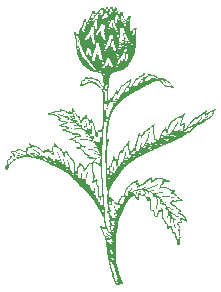
<source format=gbr>
%TF.GenerationSoftware,KiCad,Pcbnew,6.0.9-8da3e8f707~117~ubuntu20.04.1*%
%TF.CreationDate,2022-12-24T01:50:11+01:00*%
%TF.ProjectId,garden-reporter-board,67617264-656e-42d7-9265-706f72746572,2.1*%
%TF.SameCoordinates,Original*%
%TF.FileFunction,Legend,Bot*%
%TF.FilePolarity,Positive*%
%FSLAX46Y46*%
G04 Gerber Fmt 4.6, Leading zero omitted, Abs format (unit mm)*
G04 Created by KiCad (PCBNEW 6.0.9-8da3e8f707~117~ubuntu20.04.1) date 2022-12-24 01:50:11*
%MOMM*%
%LPD*%
G01*
G04 APERTURE LIST*
G04 APERTURE END LIST*
%TO.C,REF\u002A\u002A*%
G36*
X155007313Y-60270757D02*
G01*
X155032244Y-60279912D01*
X155061095Y-60300139D01*
X155087754Y-60325671D01*
X155106112Y-60350740D01*
X155110058Y-60369578D01*
X155108863Y-60372460D01*
X155094829Y-60387149D01*
X155071048Y-60385162D01*
X155034071Y-60366351D01*
X155007845Y-60347100D01*
X154984394Y-60320095D01*
X154975291Y-60295497D01*
X154981827Y-60277594D01*
X155005290Y-60270673D01*
X155007313Y-60270757D01*
G37*
G36*
X158457115Y-75349217D02*
G01*
X158494232Y-75355069D01*
X158503456Y-75357915D01*
X158535897Y-75373761D01*
X158555101Y-75392770D01*
X158556142Y-75410531D01*
X158550822Y-75413146D01*
X158525908Y-75417186D01*
X158485910Y-75420075D01*
X158436367Y-75421312D01*
X158389620Y-75420765D01*
X158342194Y-75416864D01*
X158314028Y-75408488D01*
X158302587Y-75394736D01*
X158305341Y-75374706D01*
X158309109Y-75369869D01*
X158332145Y-75359543D01*
X158369123Y-75352177D01*
X158413096Y-75348494D01*
X158457115Y-75349217D01*
G37*
G36*
X159122231Y-77245301D02*
G01*
X159136676Y-77268053D01*
X159138499Y-77294428D01*
X159138042Y-77296560D01*
X159138250Y-77323658D01*
X159144655Y-77357639D01*
X159150373Y-77392149D01*
X159143098Y-77415653D01*
X159130331Y-77425462D01*
X159104613Y-77426672D01*
X159082637Y-77409191D01*
X159077756Y-77393392D01*
X159073436Y-77359608D01*
X159071702Y-77317539D01*
X159071731Y-77306627D01*
X159073755Y-77267244D01*
X159079792Y-77245224D01*
X159091067Y-77235378D01*
X159101579Y-77234156D01*
X159122231Y-77245301D01*
G37*
G36*
X152082201Y-71156756D02*
G01*
X152096578Y-71162792D01*
X152131009Y-71174255D01*
X152159280Y-71175974D01*
X152192482Y-71169203D01*
X152204355Y-71166296D01*
X152236104Y-71161799D01*
X152273638Y-71161932D01*
X152322752Y-71166922D01*
X152389241Y-71177001D01*
X152390382Y-71177193D01*
X152434062Y-71187925D01*
X152488929Y-71206019D01*
X152548169Y-71228708D01*
X152604972Y-71253227D01*
X152652525Y-71276809D01*
X152684016Y-71296688D01*
X152693442Y-71303983D01*
X152728689Y-71329075D01*
X152774000Y-71359391D01*
X152821944Y-71389909D01*
X152864951Y-71417405D01*
X152907677Y-71448385D01*
X152931249Y-71471954D01*
X152937072Y-71489630D01*
X152926550Y-71502930D01*
X152916707Y-71509015D01*
X152905612Y-71512433D01*
X152891636Y-71508755D01*
X152869023Y-71496141D01*
X152832015Y-71472755D01*
X152799676Y-71453081D01*
X152770612Y-71437332D01*
X152754757Y-71431195D01*
X152754515Y-71431185D01*
X152736979Y-71423806D01*
X152712606Y-71406935D01*
X152660589Y-71367413D01*
X152558709Y-71305608D01*
X152454773Y-71264627D01*
X152344089Y-71242861D01*
X152221969Y-71238702D01*
X152211741Y-71238988D01*
X152130775Y-71237567D01*
X152070906Y-71228639D01*
X152030709Y-71211858D01*
X152008759Y-71186877D01*
X152000662Y-71157281D01*
X152010159Y-71141762D01*
X152037443Y-71141544D01*
X152082201Y-71156756D01*
G37*
G36*
X145422923Y-72136632D02*
G01*
X145447760Y-72149093D01*
X145457944Y-72160203D01*
X145460648Y-72172847D01*
X145444426Y-72187464D01*
X145415636Y-72198953D01*
X145379054Y-72201595D01*
X145363601Y-72199734D01*
X145343007Y-72191439D01*
X145337454Y-72174323D01*
X145341220Y-72161535D01*
X145361278Y-72144769D01*
X145391304Y-72135829D01*
X145422923Y-72136632D01*
G37*
G36*
X156383309Y-74680873D02*
G01*
X156408143Y-74695073D01*
X156432528Y-74718256D01*
X156449663Y-74743621D01*
X156452749Y-74764369D01*
X156440647Y-74779683D01*
X156415980Y-74779636D01*
X156380984Y-74758626D01*
X156370125Y-74748769D01*
X156352892Y-74721439D01*
X156352034Y-74696456D01*
X156368559Y-74680178D01*
X156383309Y-74680873D01*
G37*
G36*
X155774605Y-74425130D02*
G01*
X155784512Y-74440667D01*
X155788025Y-74452647D01*
X155783749Y-74468280D01*
X155766696Y-74488608D01*
X155733743Y-74518412D01*
X155703419Y-74547337D01*
X155666624Y-74589098D01*
X155639805Y-74627063D01*
X155627069Y-74648250D01*
X155608590Y-74675936D01*
X155596566Y-74690046D01*
X155593712Y-74691843D01*
X155572586Y-74694488D01*
X155559025Y-74679034D01*
X155557889Y-74650456D01*
X155559449Y-74644616D01*
X155575492Y-74611731D01*
X155603239Y-74570065D01*
X155637928Y-74525449D01*
X155674797Y-74483719D01*
X155709084Y-74450707D01*
X155736026Y-74432247D01*
X155760348Y-74423274D01*
X155774605Y-74425130D01*
G37*
G36*
X149952266Y-68189958D02*
G01*
X149979191Y-68207400D01*
X150007265Y-68233599D01*
X150029348Y-68261500D01*
X150038296Y-68284048D01*
X150034566Y-68298597D01*
X150018135Y-68304561D01*
X149991694Y-68293960D01*
X149958632Y-68267499D01*
X149935930Y-68241520D01*
X149921507Y-68213775D01*
X149922432Y-68194104D01*
X149939672Y-68186630D01*
X149952266Y-68189958D01*
G37*
G36*
X158546969Y-75620123D02*
G01*
X158582534Y-75634237D01*
X158609295Y-75653586D01*
X158619859Y-75674091D01*
X158616257Y-75687057D01*
X158596839Y-75697954D01*
X158564620Y-75695814D01*
X158524182Y-75680335D01*
X158499982Y-75661458D01*
X158489093Y-75639981D01*
X158493171Y-75622493D01*
X158513268Y-75615268D01*
X158546969Y-75620123D01*
G37*
G36*
X159415972Y-77374243D02*
G01*
X159420223Y-77376924D01*
X159437248Y-77396989D01*
X159445971Y-77421394D01*
X159442148Y-77439555D01*
X159441450Y-77440205D01*
X159421426Y-77444564D01*
X159395925Y-77436656D01*
X159376512Y-77419938D01*
X159371613Y-77407845D01*
X159375399Y-77385255D01*
X159392323Y-77371578D01*
X159415972Y-77374243D01*
G37*
G36*
X154946894Y-60139797D02*
G01*
X154963200Y-60155203D01*
X154971151Y-60180843D01*
X154962988Y-60203320D01*
X154949839Y-60210481D01*
X154927004Y-60206477D01*
X154907718Y-60188671D01*
X154899597Y-60162025D01*
X154902675Y-60144983D01*
X154919055Y-60132616D01*
X154946894Y-60139797D01*
G37*
G36*
X151186052Y-61867264D02*
G01*
X151198970Y-61884487D01*
X151213964Y-61920131D01*
X151232545Y-61976593D01*
X151237426Y-61992734D01*
X151249723Y-62039852D01*
X151253288Y-62069647D01*
X151248648Y-62085673D01*
X151245945Y-62088811D01*
X151230555Y-62100429D01*
X151216995Y-62096572D01*
X151203946Y-62075229D01*
X151190088Y-62034387D01*
X151174101Y-61972037D01*
X151172914Y-61966986D01*
X151163000Y-61917767D01*
X151160903Y-61887130D01*
X151166352Y-61871602D01*
X151173697Y-61866062D01*
X151186052Y-61867264D01*
G37*
G36*
X150288924Y-68585722D02*
G01*
X150296209Y-68586467D01*
X150344558Y-68593949D01*
X150372405Y-68605027D01*
X150382630Y-68621638D01*
X150378116Y-68645721D01*
X150371104Y-68655970D01*
X150353731Y-68660209D01*
X150320386Y-68656300D01*
X150308976Y-68654407D01*
X150274699Y-68649721D01*
X150252241Y-68648112D01*
X150221684Y-68646438D01*
X150191659Y-68635227D01*
X150180926Y-68614994D01*
X150181429Y-68605850D01*
X150187890Y-68590716D01*
X150205156Y-68583076D01*
X150237432Y-68581791D01*
X150288924Y-68585722D01*
G37*
G36*
X152497096Y-70026009D02*
G01*
X152497324Y-70026444D01*
X152504155Y-70051137D01*
X152508571Y-70089586D01*
X152510608Y-70135553D01*
X152510302Y-70182800D01*
X152507690Y-70225091D01*
X152502807Y-70256186D01*
X152495689Y-70269850D01*
X152479588Y-70273431D01*
X152465267Y-70268059D01*
X152456577Y-70248626D01*
X152452275Y-70211922D01*
X152451118Y-70154733D01*
X152452459Y-70098338D01*
X152457823Y-70049777D01*
X152467382Y-70023119D01*
X152476386Y-70011545D01*
X152485951Y-70008578D01*
X152497096Y-70026009D01*
G37*
G36*
X154178677Y-59613726D02*
G01*
X154190174Y-59642112D01*
X154202801Y-59668058D01*
X154217097Y-59708720D01*
X154222185Y-59727100D01*
X154229534Y-59753652D01*
X154237715Y-59794103D01*
X154239244Y-59821323D01*
X154239077Y-59823335D01*
X154246550Y-59840740D01*
X154262990Y-59852113D01*
X154278270Y-59850009D01*
X154278704Y-59849304D01*
X154281857Y-59832621D01*
X154285161Y-59799441D01*
X154287968Y-59756045D01*
X154289478Y-59710799D01*
X154287649Y-59679945D01*
X154281236Y-59660516D01*
X154269162Y-59646227D01*
X154259471Y-59636928D01*
X154247953Y-59618480D01*
X154251768Y-59597908D01*
X154271110Y-59567357D01*
X154275595Y-59561267D01*
X154294904Y-59542427D01*
X154308856Y-59544434D01*
X154316482Y-59557200D01*
X154328570Y-59589840D01*
X154341130Y-59633810D01*
X154352403Y-59682119D01*
X154360629Y-59727777D01*
X154364050Y-59763793D01*
X154361417Y-59791208D01*
X154353669Y-59836390D01*
X154343742Y-59885234D01*
X154342018Y-59893717D01*
X154327676Y-59957771D01*
X154317065Y-60001619D01*
X154311858Y-60023133D01*
X154295776Y-60084386D01*
X154280646Y-60136110D01*
X154276069Y-60160004D01*
X154275626Y-60209387D01*
X154282496Y-60278740D01*
X154283632Y-60287410D01*
X154290713Y-60340905D01*
X154296675Y-60376408D01*
X154303700Y-60398781D01*
X154313972Y-60412888D01*
X154329674Y-60423592D01*
X154352990Y-60435757D01*
X154391907Y-60451590D01*
X154423612Y-60454871D01*
X154441740Y-60444518D01*
X154442986Y-60421071D01*
X154438377Y-60404426D01*
X154429347Y-60369623D01*
X154426537Y-60350943D01*
X154429662Y-60343395D01*
X154438432Y-60341988D01*
X154453479Y-60338449D01*
X154478350Y-60324959D01*
X154482038Y-60322155D01*
X154494062Y-60307300D01*
X154486564Y-60292868D01*
X154476617Y-60271125D01*
X154472337Y-60232358D01*
X154474904Y-60184937D01*
X154484419Y-60136230D01*
X154487659Y-60125971D01*
X154504409Y-60098555D01*
X154525703Y-60093635D01*
X154549849Y-60110949D01*
X154575153Y-60150236D01*
X154579302Y-60158118D01*
X154606359Y-60200058D01*
X154639254Y-60240180D01*
X154673416Y-60273877D01*
X154704273Y-60296540D01*
X154727252Y-60303560D01*
X154737200Y-60300986D01*
X154753696Y-60283370D01*
X154754358Y-60252803D01*
X154739585Y-60212428D01*
X154709774Y-60165389D01*
X154682555Y-60125595D01*
X154652715Y-60075270D01*
X154624574Y-60022065D01*
X154600966Y-59971671D01*
X154584723Y-59929779D01*
X154578680Y-59902077D01*
X154573027Y-59871921D01*
X154552903Y-59828466D01*
X154523349Y-59787034D01*
X154489807Y-59756537D01*
X154476446Y-59746538D01*
X154445598Y-59710428D01*
X154417469Y-59655663D01*
X154399562Y-59607633D01*
X154393458Y-59571938D01*
X154401498Y-59551900D01*
X154423791Y-59545638D01*
X154432147Y-59544928D01*
X154446201Y-59533797D01*
X154441515Y-59510436D01*
X154418221Y-59476490D01*
X154398241Y-59444376D01*
X154388506Y-59403482D01*
X154382609Y-59360167D01*
X154366290Y-59330633D01*
X154342000Y-59319807D01*
X154323552Y-59323392D01*
X154307907Y-59338185D01*
X154294768Y-59368349D01*
X154281595Y-59418015D01*
X154271229Y-59456302D01*
X154255035Y-59492368D01*
X154236898Y-59506031D01*
X154216162Y-59498094D01*
X154201980Y-59479362D01*
X154199695Y-59451809D01*
X154209567Y-59409795D01*
X154215551Y-59390215D01*
X154241014Y-59302542D01*
X154257946Y-59235577D01*
X154266177Y-59189990D01*
X154266481Y-59187413D01*
X154273515Y-59155065D01*
X154283535Y-59133166D01*
X154300439Y-59122492D01*
X154333766Y-59118030D01*
X154370212Y-59125157D01*
X154382021Y-59133814D01*
X154403302Y-59162820D01*
X154425959Y-59205687D01*
X154447659Y-59256721D01*
X154466067Y-59310230D01*
X154478849Y-59360520D01*
X154483671Y-59401897D01*
X154483671Y-59401915D01*
X154490667Y-59442547D01*
X154507365Y-59480266D01*
X154508299Y-59481702D01*
X154524373Y-59515841D01*
X154531058Y-59548270D01*
X154533903Y-59568324D01*
X154544727Y-59606173D01*
X154560851Y-59647807D01*
X154574191Y-59679562D01*
X154586012Y-59711678D01*
X154590565Y-59729850D01*
X154592398Y-59738256D01*
X154603113Y-59764414D01*
X154620224Y-59797767D01*
X154629284Y-59815780D01*
X154648746Y-59865709D01*
X154662040Y-59914943D01*
X154665645Y-59932093D01*
X154681534Y-59979186D01*
X154701870Y-60003719D01*
X154726331Y-60005240D01*
X154739896Y-59993094D01*
X154744046Y-59962937D01*
X154732747Y-59918862D01*
X154729579Y-59906474D01*
X154724887Y-59870247D01*
X154721682Y-59821276D01*
X154720523Y-59766544D01*
X154720263Y-59745169D01*
X154786649Y-59745169D01*
X154792890Y-59802847D01*
X154797886Y-59841377D01*
X154802654Y-59901665D01*
X154803756Y-59954665D01*
X154803316Y-59971919D01*
X154801544Y-60050002D01*
X154801681Y-60110273D01*
X154805085Y-60157741D01*
X154813113Y-60197413D01*
X154827123Y-60234297D01*
X154848474Y-60273401D01*
X154878524Y-60319732D01*
X154918629Y-60378299D01*
X154926619Y-60389959D01*
X154971885Y-60458082D01*
X155006838Y-60516512D01*
X155033591Y-60570806D01*
X155054257Y-60626522D01*
X155070946Y-60689219D01*
X155085772Y-60764454D01*
X155100846Y-60857785D01*
X155102847Y-60869085D01*
X155115144Y-60908575D01*
X155131734Y-60932072D01*
X155131785Y-60932109D01*
X155160123Y-60944720D01*
X155190900Y-60947819D01*
X155212590Y-60940241D01*
X155215392Y-60936239D01*
X155220173Y-60913904D01*
X155218258Y-60887995D01*
X155210126Y-60871832D01*
X155204062Y-60865225D01*
X155189293Y-60840742D01*
X155176024Y-60814413D01*
X155234594Y-60814413D01*
X155244006Y-60828843D01*
X155271130Y-60839010D01*
X155272094Y-60839119D01*
X155297104Y-60837934D01*
X155302029Y-60825453D01*
X155287605Y-60799932D01*
X155277785Y-60790418D01*
X155256412Y-60784793D01*
X155239060Y-60793599D01*
X155234594Y-60814413D01*
X155176024Y-60814413D01*
X155171760Y-60805951D01*
X155154938Y-60768347D01*
X155142298Y-60735426D01*
X155137436Y-60715192D01*
X155355096Y-60715192D01*
X155356310Y-60717670D01*
X155370530Y-60729951D01*
X155388799Y-60735846D01*
X155399711Y-60731248D01*
X155400085Y-60730005D01*
X155404077Y-60698431D01*
X155393580Y-60682655D01*
X155373934Y-60681732D01*
X155356944Y-60694414D01*
X155355096Y-60715192D01*
X155137436Y-60715192D01*
X155137313Y-60714681D01*
X155137581Y-60710395D01*
X155145892Y-60700981D01*
X155169999Y-60703774D01*
X155197971Y-60710048D01*
X155229970Y-60713677D01*
X155246936Y-60708070D01*
X155253424Y-60692620D01*
X155253449Y-60692429D01*
X155246227Y-60667556D01*
X155221818Y-60633626D01*
X155183189Y-60594105D01*
X155133310Y-60552454D01*
X155120370Y-60542127D01*
X155098440Y-60521759D01*
X155089770Y-60509057D01*
X155094297Y-60502704D01*
X155112946Y-60487376D01*
X155138647Y-60469671D01*
X155163311Y-60455047D01*
X155178851Y-60448960D01*
X155183293Y-60453782D01*
X155196476Y-60474426D01*
X155214309Y-60505799D01*
X155236087Y-60539498D01*
X155265273Y-60574244D01*
X155295373Y-60602368D01*
X155321660Y-60619504D01*
X155339403Y-60621285D01*
X155339764Y-60621048D01*
X155343414Y-60604734D01*
X155333509Y-60573063D01*
X155311344Y-60529109D01*
X155278211Y-60475943D01*
X155262528Y-60452365D01*
X155232116Y-60405583D01*
X155206166Y-60364483D01*
X155196197Y-60348764D01*
X155169613Y-60308612D01*
X155169174Y-60307968D01*
X155281436Y-60307968D01*
X155289883Y-60350629D01*
X155314203Y-60406558D01*
X155332170Y-60438760D01*
X155354984Y-60472286D01*
X155373632Y-60492108D01*
X155389443Y-60501973D01*
X155397396Y-60498610D01*
X155398801Y-60475248D01*
X155393327Y-60447996D01*
X155375030Y-60419246D01*
X155373061Y-60417428D01*
X155355599Y-60393250D01*
X155352862Y-60363343D01*
X155364068Y-60320674D01*
X155367984Y-60310558D01*
X155384882Y-60288466D01*
X155414347Y-60280271D01*
X155419240Y-60279757D01*
X155437938Y-60275440D01*
X155450480Y-60264201D01*
X155460757Y-60240641D01*
X155472662Y-60199358D01*
X155483383Y-60159729D01*
X155493840Y-60121290D01*
X155500509Y-60097030D01*
X155501489Y-60087221D01*
X155493331Y-60060152D01*
X155475126Y-60033754D01*
X155452748Y-60015314D01*
X155432071Y-60012119D01*
X155427603Y-60015117D01*
X155414873Y-60036669D01*
X155405812Y-60070567D01*
X155387803Y-60131001D01*
X155354010Y-60193950D01*
X155310789Y-60246002D01*
X155288770Y-60274230D01*
X155281436Y-60307968D01*
X155169174Y-60307968D01*
X155136697Y-60260351D01*
X155102368Y-60211244D01*
X155080574Y-60179918D01*
X155054800Y-60141042D01*
X155037144Y-60112083D01*
X155030545Y-60097689D01*
X155028407Y-60091746D01*
X155013647Y-60071374D01*
X154989519Y-60045597D01*
X154960810Y-60010727D01*
X154940540Y-59957754D01*
X154936579Y-59938074D01*
X154924770Y-59891974D01*
X154910471Y-59845785D01*
X154904966Y-59828207D01*
X154895542Y-59782179D01*
X154895557Y-59747096D01*
X154894834Y-59709627D01*
X154875569Y-59685026D01*
X154839130Y-59676382D01*
X154831884Y-59676616D01*
X154805137Y-59684812D01*
X154790395Y-59706743D01*
X154786649Y-59745169D01*
X154720263Y-59745169D01*
X154720147Y-59735610D01*
X154717646Y-59681378D01*
X154713310Y-59635926D01*
X154707737Y-59606745D01*
X154701657Y-59584021D01*
X154703603Y-59562458D01*
X154719667Y-59541997D01*
X154744494Y-59517171D01*
X154773897Y-59544794D01*
X154778836Y-59549309D01*
X154801442Y-59563747D01*
X154823865Y-59561728D01*
X154854597Y-59543073D01*
X154864523Y-59537333D01*
X154882632Y-59537445D01*
X154908083Y-59552981D01*
X154931782Y-59573889D01*
X154955090Y-59608692D01*
X154969829Y-59655656D01*
X154978373Y-59720432D01*
X154983364Y-59762068D01*
X154992000Y-59806975D01*
X155001746Y-59838637D01*
X155002259Y-59839796D01*
X155013715Y-59872202D01*
X155018455Y-59898251D01*
X155018811Y-59905381D01*
X155021516Y-59917738D01*
X155028315Y-59934511D01*
X155040883Y-59958866D01*
X155060892Y-59993969D01*
X155090016Y-60042984D01*
X155129929Y-60109076D01*
X155144787Y-60133340D01*
X155173388Y-60177487D01*
X155194434Y-60204805D01*
X155210410Y-60218252D01*
X155223802Y-60220784D01*
X155240298Y-60214152D01*
X155260665Y-60193415D01*
X155266718Y-60182565D01*
X155284497Y-60151858D01*
X155305697Y-60116157D01*
X155324273Y-60077627D01*
X155342870Y-60026117D01*
X155357060Y-59973527D01*
X155358138Y-59968555D01*
X155369007Y-59921832D01*
X155379425Y-59882150D01*
X155387273Y-59857641D01*
X155405308Y-59836746D01*
X155431565Y-59831787D01*
X155455764Y-59845755D01*
X155457781Y-59848208D01*
X155466170Y-59861127D01*
X155469514Y-59877768D01*
X155470116Y-59908155D01*
X155470588Y-59916197D01*
X155480054Y-59936159D01*
X155497700Y-59938749D01*
X155518259Y-59924953D01*
X155536470Y-59895752D01*
X155536479Y-59895731D01*
X155557888Y-59859141D01*
X155581585Y-59845227D01*
X155606640Y-59854534D01*
X155616021Y-59864573D01*
X155630348Y-59901547D01*
X155630085Y-59950043D01*
X155614932Y-60004607D01*
X155595237Y-60055908D01*
X155585582Y-60087221D01*
X155572894Y-60128369D01*
X155558521Y-60200960D01*
X155550724Y-60281458D01*
X155548109Y-60377645D01*
X155548192Y-60415377D01*
X155550334Y-60488736D01*
X155555084Y-60542149D01*
X155562307Y-60573761D01*
X155562655Y-60574629D01*
X155568618Y-60602963D01*
X155568789Y-60604734D01*
X155573375Y-60652145D01*
X155575747Y-60698431D01*
X155576823Y-60719425D01*
X155578859Y-60802051D01*
X155578988Y-60825453D01*
X155579382Y-60897272D01*
X155578288Y-61002336D01*
X155581135Y-61041277D01*
X155593017Y-61102442D01*
X155604880Y-61144281D01*
X155608250Y-61156167D01*
X155612812Y-61172257D01*
X155615165Y-61179598D01*
X155640135Y-61276116D01*
X155648585Y-61355802D01*
X155648634Y-61362353D01*
X155651396Y-61409550D01*
X155657731Y-61441486D01*
X155666752Y-61455330D01*
X155677573Y-61448251D01*
X155688063Y-61424841D01*
X155702189Y-61381657D01*
X155717423Y-61326145D01*
X155732276Y-61264170D01*
X155745255Y-61201594D01*
X155754870Y-61144281D01*
X155764019Y-61090744D01*
X155779431Y-61036378D01*
X155799582Y-60999988D01*
X155825874Y-60978302D01*
X155851673Y-60962169D01*
X155873584Y-60943005D01*
X155892032Y-60928624D01*
X155921611Y-60927471D01*
X155951492Y-60948165D01*
X155969097Y-60964947D01*
X155985290Y-60969060D01*
X156000237Y-60954179D01*
X156018088Y-60918450D01*
X156018346Y-60917871D01*
X156042162Y-60880000D01*
X156067136Y-60864439D01*
X156089563Y-60870250D01*
X156105736Y-60896493D01*
X156111950Y-60942230D01*
X156111304Y-60956276D01*
X156105762Y-61000743D01*
X156095727Y-61057776D01*
X156082635Y-61120290D01*
X156080381Y-61129620D01*
X156067917Y-61181201D01*
X156053010Y-61233424D01*
X156051614Y-61238855D01*
X156047291Y-61271671D01*
X156043886Y-61322372D01*
X156041414Y-61386384D01*
X156039887Y-61459138D01*
X156039319Y-61536061D01*
X156039722Y-61612583D01*
X156041110Y-61684133D01*
X156043496Y-61746139D01*
X156046893Y-61794030D01*
X156051315Y-61823234D01*
X156056064Y-61845086D01*
X156063309Y-61905335D01*
X156066869Y-61974721D01*
X156067269Y-61982511D01*
X156068078Y-62072179D01*
X156065866Y-62169907D01*
X156060769Y-62271262D01*
X156056929Y-62320432D01*
X156052917Y-62371809D01*
X156049360Y-62404178D01*
X156042444Y-62467117D01*
X156029483Y-62552751D01*
X156027874Y-62561786D01*
X156021845Y-62595642D01*
X156009037Y-62668439D01*
X156001237Y-62714154D01*
X155999461Y-62724566D01*
X155992377Y-62768532D01*
X155987046Y-62804844D01*
X155982730Y-62838010D01*
X155978962Y-62864544D01*
X155972525Y-62897867D01*
X155966674Y-62916140D01*
X155966043Y-62917294D01*
X155959355Y-62937229D01*
X155950170Y-62972707D01*
X155940281Y-63016888D01*
X155927846Y-63066850D01*
X155914024Y-63110683D01*
X155910676Y-63121301D01*
X155899336Y-63149658D01*
X155893365Y-63164589D01*
X155890731Y-63170112D01*
X155873253Y-63207127D01*
X155859637Y-63236185D01*
X155849230Y-63258395D01*
X155821479Y-63317889D01*
X155792821Y-63379581D01*
X155776615Y-63414177D01*
X155742453Y-63483041D01*
X155720657Y-63526977D01*
X155667752Y-63621757D01*
X155625280Y-63687231D01*
X155615446Y-63702390D01*
X155561282Y-63772748D01*
X155502802Y-63836702D01*
X155475232Y-63867566D01*
X155454337Y-63897183D01*
X155446344Y-63917338D01*
X155446305Y-63919522D01*
X155436024Y-63960471D01*
X155408126Y-64015152D01*
X155363392Y-64082383D01*
X155302603Y-64160984D01*
X155248290Y-64224383D01*
X155226539Y-64249773D01*
X155219845Y-64256976D01*
X155183397Y-64290657D01*
X155136856Y-64327716D01*
X155097610Y-64355920D01*
X155084929Y-64365033D01*
X155032328Y-64399487D01*
X154983759Y-64427960D01*
X154977425Y-64431041D01*
X154943932Y-64447332D01*
X154917555Y-64454482D01*
X154910620Y-64455295D01*
X154882846Y-64463246D01*
X154848430Y-64476932D01*
X154845401Y-64478228D01*
X154839965Y-64480554D01*
X154792062Y-64496944D01*
X154745081Y-64508052D01*
X154732731Y-64510304D01*
X154692480Y-64520451D01*
X154661724Y-64531995D01*
X154650546Y-64536793D01*
X154614261Y-64547730D01*
X154572777Y-64556127D01*
X154561422Y-64558070D01*
X154555333Y-64559112D01*
X154511620Y-64569130D01*
X154477271Y-64580208D01*
X154450920Y-64588348D01*
X154423387Y-64587617D01*
X154385166Y-64577101D01*
X154367303Y-64571959D01*
X154329678Y-64565334D01*
X154302542Y-64566008D01*
X154285663Y-64574002D01*
X154253108Y-64593912D01*
X154215410Y-64619316D01*
X154211046Y-64622257D01*
X154164432Y-64655815D01*
X154123342Y-64685216D01*
X154078810Y-64714576D01*
X154042485Y-64735853D01*
X154019633Y-64745775D01*
X154003028Y-64752587D01*
X153970354Y-64777454D01*
X153937349Y-64813122D01*
X153909986Y-64852748D01*
X153894236Y-64889488D01*
X153892956Y-64894390D01*
X153880529Y-64930259D01*
X153863844Y-64968070D01*
X153860595Y-64974932D01*
X153847194Y-65013210D01*
X153841759Y-65046667D01*
X153841667Y-65050196D01*
X153838052Y-65081429D01*
X153830225Y-65125800D01*
X153819634Y-65174913D01*
X153809206Y-65221061D01*
X153795029Y-65293674D01*
X153783556Y-65368599D01*
X153774115Y-65451201D01*
X153766032Y-65546843D01*
X153758634Y-65660893D01*
X153755825Y-65709133D01*
X153750198Y-65805751D01*
X153744086Y-65910706D01*
X153738056Y-66014244D01*
X153732676Y-66106611D01*
X153728557Y-66178586D01*
X153724250Y-66256501D01*
X153720460Y-66327756D01*
X153717489Y-66386662D01*
X153715639Y-66427528D01*
X153714147Y-66462408D01*
X153711273Y-66523609D01*
X153707835Y-66592346D01*
X153704287Y-66659302D01*
X153701934Y-66711589D01*
X153699493Y-66785896D01*
X153697383Y-66870886D01*
X153695772Y-66959685D01*
X153694829Y-67045420D01*
X153694454Y-67122346D01*
X153694656Y-67185700D01*
X153695700Y-67231060D01*
X153697805Y-67261432D01*
X153701185Y-67279820D01*
X153706059Y-67289229D01*
X153712642Y-67292664D01*
X153717156Y-67292814D01*
X153729344Y-67284012D01*
X153742043Y-67258810D01*
X153757214Y-67213732D01*
X153757978Y-67211206D01*
X153770275Y-67167848D01*
X153779008Y-67132079D01*
X153782330Y-67111423D01*
X153786504Y-67093710D01*
X153799052Y-67060957D01*
X153817049Y-67021823D01*
X153832762Y-66985896D01*
X153843779Y-66950873D01*
X153845695Y-66928618D01*
X153844376Y-66921436D01*
X153848756Y-66890796D01*
X153865141Y-66865772D01*
X153888265Y-66855418D01*
X153902721Y-66857471D01*
X153919468Y-66869979D01*
X153933285Y-66897590D01*
X153946980Y-66944562D01*
X153954375Y-66970774D01*
X153972652Y-67012419D01*
X153993540Y-67030834D01*
X154017297Y-67026321D01*
X154027287Y-67015604D01*
X154034888Y-66994012D01*
X154040375Y-66957531D01*
X154044724Y-66901721D01*
X154046063Y-66880877D01*
X154050146Y-66835697D01*
X154056744Y-66799425D01*
X154068075Y-66764616D01*
X154086353Y-66723825D01*
X154113793Y-66669607D01*
X154136085Y-66628063D01*
X154163497Y-66580894D01*
X154187375Y-66543879D01*
X154204269Y-66522622D01*
X154208007Y-66518741D01*
X154228025Y-66491354D01*
X154252055Y-66451145D01*
X154275692Y-66405344D01*
X154282158Y-66391815D01*
X154302894Y-66349196D01*
X154319879Y-66315403D01*
X154329940Y-66296784D01*
X154339530Y-66278899D01*
X154352689Y-66249241D01*
X154369984Y-66209411D01*
X154390672Y-66173512D01*
X154407927Y-66157548D01*
X154421476Y-66157157D01*
X154440974Y-66172795D01*
X154454658Y-66204585D01*
X154459821Y-66247818D01*
X154463193Y-66289017D01*
X154474740Y-66323755D01*
X154492733Y-66340823D01*
X154515328Y-66337250D01*
X154531578Y-66319269D01*
X154543636Y-66289676D01*
X154543828Y-66288770D01*
X154553703Y-66258828D01*
X154572132Y-66214820D01*
X154596081Y-66163075D01*
X154622512Y-66109924D01*
X154648392Y-66061697D01*
X154670685Y-66024723D01*
X154675102Y-66017736D01*
X154691077Y-65984849D01*
X154697538Y-65958014D01*
X154699084Y-65948388D01*
X154711811Y-65918946D01*
X154733195Y-65886723D01*
X154744716Y-65871743D01*
X154762036Y-65846723D01*
X154768853Y-65832888D01*
X154768862Y-65832713D01*
X154776738Y-65819513D01*
X154796507Y-65794367D01*
X154824020Y-65762563D01*
X154879188Y-65701203D01*
X154942661Y-65709133D01*
X154979091Y-65713000D01*
X155000544Y-65710986D01*
X155013952Y-65700008D01*
X155027152Y-65677092D01*
X155027727Y-65676007D01*
X155062787Y-65625706D01*
X155115229Y-65570432D01*
X155180532Y-65514095D01*
X155254172Y-65460606D01*
X155331625Y-65413875D01*
X155370601Y-65388933D01*
X155416636Y-65353453D01*
X155458575Y-65315817D01*
X155465306Y-65309237D01*
X155497796Y-65279570D01*
X155524181Y-65258711D01*
X155539281Y-65250832D01*
X155549393Y-65246507D01*
X155572346Y-65228571D01*
X155599866Y-65201453D01*
X155632847Y-65171049D01*
X155659717Y-65158428D01*
X155676664Y-65165734D01*
X155682921Y-65191774D01*
X155677718Y-65235357D01*
X155660289Y-65295289D01*
X155650184Y-65326105D01*
X155642065Y-65355674D01*
X155640329Y-65361995D01*
X155636518Y-65384545D01*
X155632580Y-65402810D01*
X155621397Y-65438321D01*
X155604718Y-65485609D01*
X155584297Y-65539472D01*
X155564346Y-65590984D01*
X155545481Y-65640882D01*
X155531212Y-65679924D01*
X155523630Y-65702493D01*
X155514857Y-65726360D01*
X155497889Y-65759607D01*
X155488898Y-65777879D01*
X155483217Y-65817942D01*
X155494215Y-65853967D01*
X155520435Y-65878281D01*
X155542360Y-65894398D01*
X155562537Y-65930871D01*
X155566187Y-65943368D01*
X155582666Y-65975484D01*
X155602161Y-65985562D01*
X155622619Y-65974439D01*
X155641985Y-65942951D01*
X155658208Y-65891932D01*
X155666097Y-65865509D01*
X155685536Y-65817631D01*
X155708938Y-65772280D01*
X155728815Y-65736913D01*
X155756918Y-65682805D01*
X155781604Y-65631241D01*
X155801602Y-65589896D01*
X155824511Y-65547904D01*
X155843524Y-65518325D01*
X155862778Y-65491323D01*
X155893284Y-65444316D01*
X155925126Y-65391615D01*
X155954625Y-65339558D01*
X155978104Y-65294480D01*
X155991885Y-65262718D01*
X155999610Y-65245523D01*
X156024518Y-65211805D01*
X156056846Y-65182777D01*
X156090126Y-65163719D01*
X156117887Y-65159910D01*
X156134244Y-65164164D01*
X156166817Y-65173585D01*
X156172179Y-65174897D01*
X156189508Y-65172375D01*
X156209627Y-65156565D01*
X156237437Y-65124030D01*
X156297589Y-65051874D01*
X156351864Y-64995837D01*
X156398075Y-64959099D01*
X156437394Y-64940582D01*
X156467358Y-64930900D01*
X156512683Y-64913551D01*
X156559106Y-64893599D01*
X156577465Y-64884941D01*
X156614525Y-64864041D01*
X156637276Y-64843172D01*
X156651879Y-64817263D01*
X156654814Y-64810616D01*
X156676018Y-64771341D01*
X156701101Y-64733803D01*
X156727248Y-64706023D01*
X156756475Y-64692003D01*
X156779979Y-64699984D01*
X156795637Y-64729028D01*
X156801328Y-64778194D01*
X156801155Y-64786760D01*
X156794845Y-64831931D01*
X156781475Y-64865965D01*
X156773688Y-64879136D01*
X156767831Y-64903647D01*
X156775532Y-64934734D01*
X156782616Y-64958624D01*
X156787348Y-65021249D01*
X156788095Y-65031128D01*
X156772067Y-65106917D01*
X156769016Y-65116122D01*
X156761229Y-65154790D01*
X156764327Y-65181461D01*
X156777979Y-65191403D01*
X156780323Y-65191147D01*
X156798910Y-65179785D01*
X156816980Y-65159078D01*
X156825100Y-65139431D01*
X156825144Y-65138724D01*
X156832214Y-65120777D01*
X156849004Y-65089929D01*
X156872140Y-65052422D01*
X156889040Y-65027316D01*
X156914594Y-64995765D01*
X156939521Y-64976541D01*
X156970198Y-64963886D01*
X156972454Y-64963162D01*
X157005951Y-64948227D01*
X157032977Y-64924595D01*
X157061271Y-64885614D01*
X157071611Y-64869975D01*
X157095098Y-64840125D01*
X157117195Y-64824221D01*
X157144472Y-64816830D01*
X157144485Y-64816828D01*
X157185791Y-64809250D01*
X157224519Y-64800373D01*
X157236235Y-64798090D01*
X157265581Y-64798502D01*
X157305384Y-64806924D01*
X157361206Y-64824332D01*
X157376439Y-64829322D01*
X157427748Y-64844039D01*
X157473684Y-64854376D01*
X157505805Y-64858347D01*
X157541677Y-64864311D01*
X157592208Y-64880892D01*
X157651164Y-64906143D01*
X157675429Y-64917504D01*
X157716342Y-64936089D01*
X157746244Y-64948908D01*
X157759930Y-64953686D01*
X157768162Y-64956768D01*
X157786915Y-64970308D01*
X157804795Y-64983017D01*
X157837580Y-65002957D01*
X157876995Y-65024892D01*
X157912536Y-65045485D01*
X157955041Y-65073952D01*
X157986417Y-65099239D01*
X158024524Y-65135626D01*
X158210995Y-65139658D01*
X158220293Y-65139862D01*
X158290356Y-65141756D01*
X158342106Y-65144288D01*
X158380447Y-65148128D01*
X158410283Y-65153943D01*
X158436518Y-65162403D01*
X158464055Y-65174176D01*
X158494168Y-65189027D01*
X158530728Y-65209941D01*
X158535099Y-65213092D01*
X158554518Y-65227090D01*
X158572621Y-65241108D01*
X158606923Y-65263261D01*
X158646848Y-65286048D01*
X158678253Y-65303754D01*
X158726315Y-65333553D01*
X158765866Y-65360992D01*
X158802209Y-65386660D01*
X158849298Y-65417313D01*
X158896775Y-65446193D01*
X158963136Y-65494045D01*
X159018844Y-65558173D01*
X159053515Y-65631830D01*
X159063496Y-65655609D01*
X159091746Y-65701405D01*
X159130381Y-65751260D01*
X159174018Y-65798986D01*
X159197364Y-65820253D01*
X159217274Y-65838390D01*
X159254766Y-65863282D01*
X159282822Y-65879191D01*
X159299960Y-65900372D01*
X159299456Y-65928781D01*
X159282820Y-65970175D01*
X159260984Y-66004696D01*
X159234557Y-66022441D01*
X159201886Y-66021345D01*
X159160378Y-66001290D01*
X159107441Y-65962157D01*
X159095725Y-65952929D01*
X159069881Y-65935163D01*
X159053955Y-65927920D01*
X159049157Y-65927026D01*
X159025924Y-65918724D01*
X158994262Y-65904627D01*
X158985841Y-65900721D01*
X158959548Y-65891345D01*
X158929960Y-65886665D01*
X158890304Y-65886006D01*
X158833804Y-65888696D01*
X158828347Y-65889027D01*
X158769429Y-65891320D01*
X158723533Y-65889387D01*
X158680894Y-65882275D01*
X158631745Y-65869035D01*
X158590835Y-65856030D01*
X158547744Y-65838833D01*
X158508673Y-65817331D01*
X158466541Y-65787499D01*
X158414268Y-65745306D01*
X158387261Y-65720999D01*
X158336116Y-65667883D01*
X158284174Y-65606786D01*
X158237820Y-65545398D01*
X158203443Y-65491414D01*
X158185275Y-65461747D01*
X158163422Y-65436788D01*
X158134336Y-65415834D01*
X158092852Y-65395231D01*
X158033804Y-65371322D01*
X158001218Y-65359337D01*
X157956294Y-65346587D01*
X157914494Y-65341676D01*
X157864496Y-65342688D01*
X157848548Y-65344000D01*
X157781108Y-65356641D01*
X157713724Y-65378844D01*
X157654299Y-65407582D01*
X157610738Y-65439831D01*
X157585582Y-65456375D01*
X157551738Y-65464777D01*
X157520976Y-65470870D01*
X157488403Y-65487808D01*
X157481648Y-65492481D01*
X157453505Y-65509205D01*
X157410736Y-65532928D01*
X157357939Y-65561252D01*
X157299710Y-65591781D01*
X157240647Y-65622118D01*
X157185346Y-65649866D01*
X157138403Y-65672629D01*
X157104417Y-65688010D01*
X157077156Y-65700011D01*
X157013547Y-65731721D01*
X156954306Y-65765784D01*
X156947646Y-65770344D01*
X156908488Y-65797155D01*
X156908278Y-65797320D01*
X156881009Y-65815273D01*
X156838007Y-65839768D01*
X156785131Y-65867605D01*
X156728242Y-65895582D01*
X156671362Y-65923394D01*
X156615588Y-65952243D01*
X156568683Y-65978073D01*
X156537036Y-65997479D01*
X156527881Y-66003548D01*
X156487360Y-66027900D01*
X156436792Y-66055787D01*
X156384981Y-66082299D01*
X156363510Y-66092967D01*
X156319862Y-66115770D01*
X156287057Y-66134345D01*
X156285739Y-66135091D01*
X156267132Y-66147609D01*
X156265759Y-66148772D01*
X156243977Y-66162552D01*
X156224327Y-66172922D01*
X156208192Y-66181437D01*
X156181205Y-66194220D01*
X156165413Y-66201700D01*
X156093213Y-66234572D01*
X156014555Y-66271775D01*
X155951370Y-66303384D01*
X155905848Y-66328296D01*
X155880177Y-66345407D01*
X155879496Y-66345980D01*
X155862015Y-66358227D01*
X155831167Y-66376751D01*
X155785373Y-66402421D01*
X155723051Y-66436105D01*
X155642622Y-66478672D01*
X155542506Y-66530990D01*
X155502412Y-66554098D01*
X155453708Y-66586906D01*
X155414999Y-66617936D01*
X155391828Y-66638445D01*
X155367490Y-66657778D01*
X155354411Y-66665245D01*
X155354028Y-66665280D01*
X155339842Y-66673225D01*
X155313312Y-66692378D01*
X155279859Y-66718844D01*
X155279764Y-66718922D01*
X155243653Y-66746896D01*
X155211696Y-66768764D01*
X155190799Y-66779799D01*
X155174947Y-66787917D01*
X155145355Y-66808694D01*
X155112180Y-66836143D01*
X155097271Y-66849358D01*
X154998847Y-66931791D01*
X154886988Y-67017342D01*
X154854750Y-67044141D01*
X154816206Y-67083643D01*
X154788742Y-67120406D01*
X154783200Y-67129524D01*
X154752018Y-67167592D01*
X154716257Y-67187927D01*
X154697003Y-67197194D01*
X154656201Y-67229511D01*
X154608008Y-67280980D01*
X154600695Y-67289576D01*
X154557248Y-67339814D01*
X154508695Y-67394917D01*
X154464239Y-67444425D01*
X154459165Y-67450012D01*
X154424356Y-67489258D01*
X154392591Y-67527283D01*
X154361277Y-67567659D01*
X154327820Y-67613957D01*
X154289629Y-67669750D01*
X154244111Y-67738611D01*
X154188673Y-67824112D01*
X154183536Y-67832038D01*
X154154184Y-67875965D01*
X154126753Y-67915071D01*
X154106592Y-67941693D01*
X154104859Y-67943810D01*
X154076026Y-67985327D01*
X154046506Y-68040491D01*
X154014762Y-68112476D01*
X153979254Y-68204459D01*
X153966613Y-68238338D01*
X153945706Y-68292559D01*
X153926940Y-68339200D01*
X153913252Y-68370860D01*
X153892490Y-68419163D01*
X153868027Y-68485137D01*
X153844660Y-68556710D01*
X153823635Y-68629253D01*
X153806198Y-68698137D01*
X153793594Y-68758734D01*
X153787070Y-68806416D01*
X153787873Y-68836554D01*
X153788684Y-68862804D01*
X153780968Y-68895983D01*
X153771541Y-68926868D01*
X153761585Y-68973974D01*
X153753220Y-69027197D01*
X153747411Y-69079224D01*
X153745126Y-69122741D01*
X153747331Y-69150434D01*
X153749068Y-69179053D01*
X153734730Y-69226762D01*
X153730946Y-69235827D01*
X153718174Y-69286582D01*
X153713232Y-69346648D01*
X153711699Y-69381691D01*
X153706716Y-69420838D01*
X153699550Y-69445741D01*
X153697270Y-69451294D01*
X153690598Y-69480689D01*
X153684696Y-69524135D01*
X153680629Y-69574403D01*
X153679555Y-69592570D01*
X153675929Y-69640431D01*
X153671928Y-69678442D01*
X153668240Y-69699653D01*
X153667558Y-69702242D01*
X153663608Y-69727498D01*
X153658780Y-69770576D01*
X153653487Y-69826593D01*
X153648142Y-69890668D01*
X153643156Y-69957919D01*
X153638942Y-70023463D01*
X153635913Y-70082418D01*
X153632495Y-70126571D01*
X153625699Y-70174601D01*
X153617347Y-70210004D01*
X153608286Y-70250391D01*
X153613838Y-70283482D01*
X153636248Y-70300406D01*
X153674770Y-70300672D01*
X153728664Y-70283786D01*
X153734379Y-70281418D01*
X153761673Y-70272047D01*
X153778772Y-70273335D01*
X153795385Y-70285536D01*
X153807980Y-70306011D01*
X153813618Y-70345110D01*
X153808376Y-70392569D01*
X153799188Y-70422204D01*
X153793137Y-70441723D01*
X153768787Y-70485906D01*
X153758612Y-70501083D01*
X153741535Y-70533493D01*
X153734786Y-70557548D01*
X153731607Y-70576649D01*
X153718318Y-70605788D01*
X153715853Y-70609466D01*
X153694636Y-70657297D01*
X153678380Y-70726022D01*
X153671612Y-70781045D01*
X153667633Y-70813396D01*
X153667215Y-70818367D01*
X153662172Y-70864027D01*
X153656069Y-70901247D01*
X153650132Y-70922383D01*
X153647094Y-70929137D01*
X153636243Y-70957216D01*
X153621362Y-70998663D01*
X153604738Y-71047184D01*
X153569589Y-71152142D01*
X153575337Y-71716719D01*
X153576958Y-71870719D01*
X153579099Y-72057317D01*
X153581225Y-72222229D01*
X153583358Y-72366647D01*
X153585521Y-72491765D01*
X153587738Y-72598777D01*
X153590032Y-72688877D01*
X153592426Y-72763259D01*
X153594942Y-72823116D01*
X153597605Y-72869643D01*
X153601390Y-72928980D01*
X153607799Y-73047543D01*
X153613303Y-73172292D01*
X153617483Y-73293275D01*
X153619920Y-73400537D01*
X153621172Y-73447114D01*
X153623782Y-73493992D01*
X153627234Y-73527528D01*
X153631115Y-73542506D01*
X153638939Y-73546200D01*
X153655849Y-73537017D01*
X153674217Y-73510655D01*
X153691641Y-73470995D01*
X153705721Y-73421918D01*
X153726902Y-73317524D01*
X153744181Y-73202425D01*
X153751796Y-73097985D01*
X153750130Y-72998254D01*
X153739568Y-72897281D01*
X153734756Y-72860422D01*
X153731988Y-72818809D01*
X153734836Y-72786941D01*
X153743528Y-72756728D01*
X153750273Y-72737275D01*
X153764987Y-72690889D01*
X153778602Y-72643813D01*
X153785129Y-72620931D01*
X153800697Y-72579455D01*
X153818037Y-72557318D01*
X153840463Y-72551487D01*
X153871287Y-72558926D01*
X153880422Y-72562103D01*
X153910754Y-72568587D01*
X153927456Y-72560876D01*
X153933075Y-72536031D01*
X153930163Y-72491117D01*
X153927942Y-72462637D01*
X153933073Y-72391077D01*
X153955656Y-72320886D01*
X153997426Y-72245737D01*
X153998351Y-72244313D01*
X154021291Y-72206145D01*
X154037606Y-72173715D01*
X154043818Y-72153909D01*
X154044025Y-72150844D01*
X154051870Y-72125261D01*
X154067545Y-72094381D01*
X154069861Y-72090435D01*
X154085071Y-72055504D01*
X154091316Y-72024413D01*
X154093051Y-72012877D01*
X154106237Y-71980794D01*
X154128127Y-71947155D01*
X154136170Y-71936858D01*
X154154318Y-71908459D01*
X154160319Y-71881963D01*
X154157582Y-71845620D01*
X154155351Y-71813294D01*
X154161335Y-71768578D01*
X154178328Y-71739182D01*
X154204912Y-71728605D01*
X154223569Y-71732632D01*
X154240470Y-71753859D01*
X154245877Y-71794778D01*
X154252814Y-71854605D01*
X154281444Y-71924180D01*
X154331378Y-71983961D01*
X154337726Y-71989886D01*
X154384559Y-72049479D01*
X154419267Y-72123275D01*
X154438335Y-72204037D01*
X154445412Y-72224914D01*
X154465764Y-72233752D01*
X154478117Y-72232018D01*
X154486149Y-72220406D01*
X154485811Y-72192152D01*
X154481298Y-72111158D01*
X154485376Y-72022767D01*
X154500885Y-71954482D01*
X154527892Y-71905852D01*
X154529774Y-71903580D01*
X154552747Y-71863568D01*
X154561005Y-71813680D01*
X154561786Y-71800502D01*
X154567817Y-71749604D01*
X154577078Y-71701088D01*
X154581440Y-71681194D01*
X154585956Y-71650568D01*
X154585165Y-71634396D01*
X154585058Y-71625026D01*
X154590928Y-71598459D01*
X154601527Y-71562630D01*
X154614461Y-71524887D01*
X154627332Y-71492580D01*
X154637748Y-71473059D01*
X154645744Y-71458659D01*
X154656013Y-71431459D01*
X154665359Y-71409954D01*
X154685018Y-71374749D01*
X154710838Y-71333225D01*
X154739208Y-71290764D01*
X154766520Y-71252745D01*
X154789162Y-71224550D01*
X154803526Y-71211560D01*
X154825571Y-71212119D01*
X154839886Y-71234005D01*
X154845369Y-71276207D01*
X154847891Y-71304913D01*
X154857906Y-71334207D01*
X154873419Y-71345478D01*
X154892182Y-71335863D01*
X154896068Y-71330801D01*
X154909777Y-71301164D01*
X154922404Y-71259072D01*
X154931660Y-71213222D01*
X154935254Y-71172309D01*
X154936267Y-71162086D01*
X154947317Y-71127248D01*
X154966619Y-71091413D01*
X154974160Y-71079848D01*
X154995614Y-71042367D01*
X155010025Y-71010652D01*
X155019960Y-70993094D01*
X155044461Y-70961070D01*
X155078839Y-70921711D01*
X155119030Y-70879895D01*
X155147299Y-70850744D01*
X155194617Y-70797889D01*
X155237832Y-70745144D01*
X155270228Y-70700481D01*
X155273206Y-70695953D01*
X155306689Y-70648917D01*
X155342550Y-70603977D01*
X155373518Y-70570296D01*
X155391819Y-70551038D01*
X155414071Y-70520560D01*
X155422573Y-70497613D01*
X155427358Y-70475083D01*
X155445218Y-70444009D01*
X155470016Y-70419332D01*
X155495005Y-70409278D01*
X155508074Y-70412336D01*
X155527695Y-70432100D01*
X155537796Y-70463948D01*
X155535138Y-70500517D01*
X155528068Y-70527001D01*
X155522838Y-70548645D01*
X155519250Y-70561839D01*
X155508202Y-70595194D01*
X155493036Y-70637292D01*
X155476681Y-70680093D01*
X155462065Y-70715555D01*
X155454160Y-70742857D01*
X155447524Y-70789014D01*
X155445024Y-70841212D01*
X155445061Y-70856109D01*
X155445846Y-70885846D01*
X155448601Y-70912543D01*
X155454548Y-70940351D01*
X155464910Y-70973424D01*
X155480911Y-71015913D01*
X155503773Y-71071971D01*
X155534718Y-71145751D01*
X155542875Y-71165748D01*
X155560383Y-71213652D01*
X155572537Y-71254198D01*
X155577089Y-71280248D01*
X155577334Y-71288052D01*
X155584113Y-71322940D01*
X155597526Y-71349552D01*
X155613994Y-71360144D01*
X155633411Y-71354445D01*
X155664610Y-71335212D01*
X155697104Y-71308265D01*
X155723639Y-71279757D01*
X155736961Y-71255839D01*
X155741663Y-71242364D01*
X155760183Y-71209493D01*
X155785909Y-71175836D01*
X155800389Y-71158399D01*
X155822677Y-71126254D01*
X155834440Y-71101632D01*
X155842350Y-71083195D01*
X155871029Y-71059439D01*
X155915347Y-71051113D01*
X155931737Y-71048921D01*
X155945186Y-71039953D01*
X155956669Y-71020869D01*
X155967628Y-70988333D01*
X155979504Y-70939006D01*
X155993738Y-70869551D01*
X156000236Y-70837995D01*
X156011492Y-70788905D01*
X156021730Y-70750486D01*
X156029336Y-70729100D01*
X156032971Y-70720873D01*
X156043658Y-70690365D01*
X156057156Y-70646604D01*
X156071400Y-70596112D01*
X156077927Y-70572146D01*
X156092273Y-70521057D01*
X156104867Y-70478170D01*
X156113563Y-70450879D01*
X156117518Y-70438698D01*
X156128207Y-70399326D01*
X156137870Y-70356389D01*
X156141472Y-70340431D01*
X156155775Y-70293060D01*
X156172350Y-70252861D01*
X156176120Y-70245026D01*
X156189818Y-70207257D01*
X156195572Y-70175007D01*
X156199764Y-70147010D01*
X156212980Y-70112133D01*
X156214000Y-70110270D01*
X156225442Y-70076624D01*
X156230388Y-70038017D01*
X156231566Y-70011663D01*
X156244548Y-69938478D01*
X156269885Y-69873063D01*
X156305174Y-69820565D01*
X156348013Y-69786128D01*
X156372341Y-69776416D01*
X156392915Y-69779031D01*
X156410377Y-69798889D01*
X156429191Y-69838895D01*
X156446334Y-69878705D01*
X156472880Y-69933626D01*
X156497665Y-69977480D01*
X156518507Y-70006532D01*
X156533227Y-70017046D01*
X156533993Y-70017007D01*
X156549776Y-70006019D01*
X156567302Y-69981390D01*
X156581521Y-69951666D01*
X156587383Y-69925395D01*
X156587526Y-69923947D01*
X156595722Y-69904394D01*
X156614023Y-69872689D01*
X156638942Y-69834946D01*
X156642756Y-69829471D01*
X156667738Y-69792679D01*
X156686560Y-69763401D01*
X156695399Y-69747555D01*
X156697211Y-69743526D01*
X156714929Y-69718804D01*
X156745029Y-69685481D01*
X156782386Y-69648465D01*
X156821875Y-69612664D01*
X156858368Y-69582987D01*
X156886742Y-69564341D01*
X156913559Y-69549971D01*
X156969421Y-69516245D01*
X157023416Y-69479384D01*
X157069062Y-69443944D01*
X157099879Y-69414482D01*
X157110851Y-69402885D01*
X157140887Y-69374821D01*
X157180724Y-69340165D01*
X157224740Y-69303897D01*
X157267857Y-69268442D01*
X157325136Y-69219679D01*
X157385240Y-69167155D01*
X157440567Y-69117439D01*
X157492463Y-69071792D01*
X157552059Y-69025970D01*
X157600920Y-68997735D01*
X157640852Y-68986101D01*
X157673663Y-68990079D01*
X157688424Y-69002284D01*
X157691883Y-69028111D01*
X157679134Y-69061138D01*
X157651164Y-69096688D01*
X157648355Y-69099494D01*
X157627317Y-69121216D01*
X157614639Y-69139075D01*
X157608004Y-69159978D01*
X157605100Y-69190826D01*
X157603610Y-69238525D01*
X157601782Y-69272502D01*
X157595988Y-69331860D01*
X157588049Y-69387098D01*
X157583052Y-69417794D01*
X157576363Y-69476754D01*
X157574108Y-69536851D01*
X157576608Y-69601715D01*
X157584183Y-69674973D01*
X157597153Y-69760252D01*
X157615839Y-69861182D01*
X157640563Y-69981389D01*
X157652224Y-70033252D01*
X157665086Y-70085671D01*
X157676135Y-70126252D01*
X157680780Y-70142998D01*
X157689362Y-70182282D01*
X157692765Y-70211575D01*
X157696969Y-70236048D01*
X157720419Y-70266262D01*
X157763136Y-70284270D01*
X157780567Y-70288964D01*
X157805005Y-70303168D01*
X157819322Y-70328893D01*
X157828028Y-70372252D01*
X157837211Y-70414127D01*
X157852938Y-70445564D01*
X157861615Y-70450539D01*
X157872574Y-70456822D01*
X157875351Y-70455830D01*
X157892866Y-70443097D01*
X157920912Y-70418770D01*
X157954881Y-70386772D01*
X157976670Y-70364631D01*
X158022381Y-70308140D01*
X158051152Y-70253056D01*
X158060695Y-70228227D01*
X158077944Y-70183400D01*
X158091668Y-70147790D01*
X158091981Y-70146972D01*
X158103281Y-70105655D01*
X158108291Y-70064590D01*
X158114997Y-70025110D01*
X158130776Y-69987047D01*
X158132512Y-69984138D01*
X158151605Y-69946223D01*
X158167690Y-69905668D01*
X158169302Y-69900880D01*
X158184183Y-69861713D01*
X158199140Y-69828696D01*
X158210295Y-69802130D01*
X158215668Y-69777483D01*
X158215888Y-69774089D01*
X158219228Y-69763026D01*
X158228127Y-69747228D01*
X158244554Y-69724023D01*
X158270479Y-69690735D01*
X158307870Y-69644690D01*
X158358696Y-69583214D01*
X158383455Y-69552255D01*
X158422552Y-69498958D01*
X158457853Y-69445859D01*
X158486547Y-69397511D01*
X158505826Y-69358468D01*
X158512880Y-69333285D01*
X158513766Y-69323273D01*
X158525970Y-69291819D01*
X158547408Y-69266651D01*
X158571534Y-69256354D01*
X158572499Y-69256362D01*
X158600851Y-69266846D01*
X158616148Y-69296123D01*
X158617552Y-69342622D01*
X158617148Y-69346877D01*
X158617889Y-69393012D01*
X158626037Y-69440382D01*
X158639637Y-69482736D01*
X158656732Y-69513823D01*
X158675367Y-69527394D01*
X158688554Y-69527243D01*
X158700512Y-69515873D01*
X158708552Y-69486346D01*
X158709619Y-69481132D01*
X158722325Y-69438392D01*
X158739709Y-69397038D01*
X158743644Y-69388865D01*
X158757068Y-69352151D01*
X158762489Y-69321726D01*
X158764610Y-69302974D01*
X158778724Y-69261699D01*
X158806962Y-69207351D01*
X158850358Y-69137767D01*
X158870872Y-69104624D01*
X158887038Y-69074204D01*
X158893233Y-69056406D01*
X158898200Y-69039311D01*
X158912852Y-69006842D01*
X158934140Y-68965643D01*
X158958979Y-68921661D01*
X158984287Y-68880843D01*
X159002230Y-68848846D01*
X159018034Y-68811728D01*
X159026910Y-68794263D01*
X159056598Y-68759455D01*
X159100165Y-68722101D01*
X159152514Y-68686357D01*
X159208547Y-68656382D01*
X159280494Y-68616406D01*
X159360270Y-68558917D01*
X159439980Y-68489086D01*
X159496132Y-68444696D01*
X159574320Y-68408521D01*
X159659868Y-68394842D01*
X159683859Y-68393979D01*
X159763833Y-68386028D01*
X159827114Y-68369469D01*
X159878614Y-68342600D01*
X159923245Y-68303724D01*
X159969953Y-68254772D01*
X160025220Y-68199327D01*
X160068746Y-68159489D01*
X160102499Y-68133632D01*
X160128446Y-68120128D01*
X160148553Y-68117352D01*
X160174535Y-68125523D01*
X160185462Y-68144589D01*
X160180529Y-68176893D01*
X160159998Y-68224898D01*
X160147396Y-68251675D01*
X160134397Y-68283831D01*
X160129358Y-68303099D01*
X160126519Y-68315491D01*
X160115031Y-68344786D01*
X160097729Y-68380994D01*
X160084380Y-68406880D01*
X160066326Y-68442095D01*
X160054481Y-68465453D01*
X160050681Y-68473633D01*
X160044950Y-68488755D01*
X160037966Y-68511231D01*
X160028605Y-68544988D01*
X160015744Y-68593956D01*
X159998259Y-68662063D01*
X159990059Y-68692944D01*
X159976172Y-68742843D01*
X159961720Y-68792807D01*
X159950670Y-68832995D01*
X159942023Y-68870521D01*
X159938635Y-68893836D01*
X159935050Y-68912583D01*
X159920978Y-68940680D01*
X159906234Y-68970324D01*
X159905966Y-68997631D01*
X159920902Y-69014165D01*
X159922729Y-69014714D01*
X159946087Y-69012907D01*
X159976214Y-69001906D01*
X159980626Y-68999846D01*
X160020463Y-68987731D01*
X160062841Y-68982559D01*
X160069978Y-68982331D01*
X160109619Y-68976426D01*
X160141244Y-68965151D01*
X160172530Y-68951951D01*
X160210385Y-68949132D01*
X160239012Y-68962233D01*
X160253289Y-68990113D01*
X160252893Y-69000489D01*
X160244592Y-69030647D01*
X160229056Y-69066181D01*
X160220163Y-69085891D01*
X160201399Y-69150787D01*
X160201119Y-69152543D01*
X160187421Y-69238525D01*
X160183580Y-69267484D01*
X160173804Y-69323722D01*
X160162506Y-69372501D01*
X160151434Y-69405708D01*
X160141699Y-69428863D01*
X160130386Y-69470562D01*
X160133581Y-69496825D01*
X160151288Y-69505956D01*
X160170835Y-69500141D01*
X160194887Y-69482011D01*
X160202995Y-69474003D01*
X160231869Y-69450468D01*
X160266341Y-69426570D01*
X160287891Y-69410892D01*
X160336142Y-69361787D01*
X160377527Y-69301405D01*
X160387371Y-69279349D01*
X160476732Y-69279349D01*
X160476905Y-69280196D01*
X160489788Y-69297763D01*
X160514090Y-69297714D01*
X160545362Y-69280005D01*
X160550597Y-69276317D01*
X160580919Y-69260579D01*
X160624412Y-69242664D01*
X160673512Y-69225774D01*
X160687131Y-69221506D01*
X160732692Y-69205737D01*
X160762693Y-69191196D01*
X160783234Y-69174313D01*
X160800415Y-69151518D01*
X160808600Y-69139706D01*
X160839326Y-69101477D01*
X160872481Y-69066379D01*
X160885653Y-69053171D01*
X160914017Y-69020270D01*
X160933085Y-68992093D01*
X160933158Y-68991951D01*
X160950291Y-68968821D01*
X160967614Y-68959208D01*
X160977142Y-68962888D01*
X160984208Y-68981315D01*
X160980780Y-69008248D01*
X160966930Y-69035766D01*
X160957750Y-69050019D01*
X160951149Y-69075676D01*
X160960257Y-69089172D01*
X160980187Y-69086849D01*
X161006054Y-69065050D01*
X161007381Y-69063487D01*
X161032651Y-69038919D01*
X161063582Y-69014536D01*
X161066957Y-69012136D01*
X161096513Y-68989092D01*
X161137455Y-68955056D01*
X161184619Y-68914516D01*
X161232842Y-68871959D01*
X161276961Y-68831874D01*
X161311814Y-68798750D01*
X161321843Y-68788673D01*
X161352888Y-68756426D01*
X161391922Y-68714924D01*
X161435477Y-68667959D01*
X161480082Y-68619327D01*
X161522268Y-68572823D01*
X161558566Y-68532240D01*
X161585504Y-68501373D01*
X161599615Y-68484016D01*
X161612281Y-68470501D01*
X161635281Y-68460331D01*
X161654549Y-68465031D01*
X161662629Y-68484541D01*
X161659566Y-68497458D01*
X161640753Y-68530803D01*
X161605912Y-68577010D01*
X161556320Y-68634440D01*
X161493256Y-68701457D01*
X161482871Y-68712233D01*
X161453308Y-68744259D01*
X161432671Y-68768704D01*
X161424913Y-68780965D01*
X161424752Y-68781596D01*
X161414092Y-68794263D01*
X161389165Y-68818639D01*
X161353384Y-68851493D01*
X161310161Y-68889595D01*
X161253559Y-68938691D01*
X161212077Y-68975130D01*
X161183686Y-69001002D01*
X161165910Y-69018784D01*
X161156277Y-69030952D01*
X161152311Y-69039983D01*
X161151539Y-69048352D01*
X161157860Y-69062970D01*
X161178661Y-69064188D01*
X161211540Y-69049878D01*
X161253987Y-69020717D01*
X161261925Y-69014617D01*
X161303742Y-68984512D01*
X161354492Y-68950191D01*
X161404929Y-68917949D01*
X161433508Y-68899229D01*
X161504705Y-68843811D01*
X161565388Y-68784476D01*
X161573312Y-68775770D01*
X161619393Y-68730343D01*
X161673378Y-68683184D01*
X161725176Y-68643215D01*
X161727734Y-68641406D01*
X161774142Y-68607508D01*
X161831391Y-68564222D01*
X161892453Y-68516925D01*
X161950303Y-68470990D01*
X162006361Y-68427041D01*
X162055975Y-68391929D01*
X162091730Y-68372337D01*
X162115254Y-68367634D01*
X162128174Y-68377186D01*
X162132119Y-68400362D01*
X162132096Y-68401799D01*
X162127487Y-68418725D01*
X162112480Y-68437169D01*
X162083618Y-68460479D01*
X162037442Y-68492001D01*
X162015757Y-68506502D01*
X161974549Y-68535581D01*
X161942277Y-68560356D01*
X161924527Y-68576639D01*
X161910934Y-68589555D01*
X161880933Y-68613797D01*
X161840156Y-68644511D01*
X161793373Y-68678013D01*
X161752149Y-68706955D01*
X161710498Y-68736522D01*
X161678940Y-68759287D01*
X161662193Y-68771876D01*
X161655777Y-68777833D01*
X161636059Y-68800405D01*
X161614972Y-68828275D01*
X161598171Y-68853697D01*
X161591314Y-68868928D01*
X161591704Y-68872447D01*
X161596529Y-68877058D01*
X161608254Y-68875107D01*
X161628627Y-68865517D01*
X161659395Y-68847208D01*
X161702304Y-68819103D01*
X161759102Y-68780123D01*
X161831537Y-68729188D01*
X161921355Y-68665222D01*
X161946670Y-68647697D01*
X161996670Y-68615072D01*
X162051753Y-68580911D01*
X162105729Y-68548934D01*
X162152410Y-68522860D01*
X162185605Y-68506408D01*
X162213696Y-68493835D01*
X162264082Y-68466412D01*
X162310642Y-68432342D01*
X162362418Y-68385440D01*
X162383823Y-68363243D01*
X162424742Y-68312533D01*
X162463164Y-68255029D01*
X162497721Y-68194029D01*
X162527045Y-68132835D01*
X162549768Y-68074746D01*
X162564521Y-68023063D01*
X162569937Y-67981087D01*
X162564648Y-67952116D01*
X162547286Y-67939452D01*
X162529680Y-67942708D01*
X162496143Y-67959789D01*
X162454446Y-67988916D01*
X162416891Y-68016152D01*
X162365387Y-68049553D01*
X162319355Y-68075636D01*
X162286561Y-68094325D01*
X162236303Y-68128453D01*
X162192307Y-68163884D01*
X162156158Y-68195370D01*
X162106300Y-68235575D01*
X162057268Y-68272065D01*
X162013317Y-68301841D01*
X161978699Y-68321905D01*
X161957670Y-68329260D01*
X161937217Y-68320539D01*
X161916539Y-68298717D01*
X161908299Y-68285067D01*
X161902639Y-68266773D01*
X161905060Y-68243531D01*
X161915462Y-68206602D01*
X161922201Y-68183323D01*
X161934441Y-68127709D01*
X161938470Y-68083577D01*
X161934160Y-68054488D01*
X161921381Y-68044000D01*
X161907842Y-68051823D01*
X161881439Y-68073367D01*
X161846047Y-68105317D01*
X161805494Y-68144360D01*
X161768906Y-68179138D01*
X161719584Y-68222358D01*
X161673495Y-68259126D01*
X161637176Y-68284018D01*
X161584809Y-68315675D01*
X161478232Y-68388097D01*
X161390691Y-68460673D01*
X161319046Y-68535891D01*
X161283001Y-68577006D01*
X161244373Y-68613826D01*
X161213273Y-68632476D01*
X161187211Y-68634317D01*
X161163695Y-68620707D01*
X161153894Y-68612288D01*
X161143160Y-68607357D01*
X161129713Y-68609734D01*
X161109511Y-68621206D01*
X161078514Y-68643556D01*
X161032680Y-68678570D01*
X161000487Y-68703389D01*
X160928744Y-68759717D01*
X160872073Y-68806246D01*
X160827351Y-68845826D01*
X160791452Y-68881309D01*
X160761253Y-68915544D01*
X160733628Y-68951382D01*
X160725754Y-68962098D01*
X160691337Y-69007224D01*
X160658112Y-69048478D01*
X160632311Y-69078066D01*
X160629651Y-69080883D01*
X160579167Y-69136247D01*
X160536332Y-69186753D01*
X160503448Y-69229422D01*
X160482814Y-69261280D01*
X160476732Y-69279349D01*
X160387371Y-69279349D01*
X160405663Y-69238368D01*
X160407168Y-69233728D01*
X160439901Y-69161422D01*
X160491170Y-69082788D01*
X160558402Y-69001807D01*
X160598432Y-68955571D01*
X160640397Y-68902708D01*
X160674752Y-68855178D01*
X160676072Y-68853219D01*
X160705239Y-68813760D01*
X160734175Y-68780580D01*
X160756798Y-68760682D01*
X160775597Y-68747037D01*
X160808380Y-68719380D01*
X160842507Y-68687383D01*
X160866906Y-68664590D01*
X160910075Y-68628610D01*
X160949284Y-68600335D01*
X160952100Y-68598530D01*
X161005808Y-68559471D01*
X161054476Y-68516085D01*
X161092809Y-68473570D01*
X161115510Y-68437128D01*
X161126738Y-68416924D01*
X161149733Y-68396159D01*
X161173689Y-68391840D01*
X161192705Y-68406321D01*
X161205337Y-68425306D01*
X161226186Y-68452499D01*
X161247348Y-68477832D01*
X161273730Y-68443146D01*
X161278791Y-68436628D01*
X161318855Y-68391099D01*
X161365477Y-68345820D01*
X161411770Y-68307088D01*
X161450849Y-68281198D01*
X161460308Y-68276064D01*
X161487431Y-68259107D01*
X161501887Y-68246518D01*
X161502848Y-68245297D01*
X161519188Y-68232606D01*
X161549767Y-68213015D01*
X161588865Y-68190224D01*
X161618038Y-68172247D01*
X161668322Y-68136862D01*
X161722732Y-68094722D01*
X161773687Y-68051514D01*
X161831454Y-68000546D01*
X161899630Y-67943440D01*
X161953960Y-67902465D01*
X161995775Y-67876843D01*
X162026407Y-67865793D01*
X162047188Y-67868536D01*
X162059448Y-67884294D01*
X162059967Y-67885937D01*
X162058499Y-67909855D01*
X162047368Y-67940026D01*
X162040491Y-67957095D01*
X162030212Y-67999878D01*
X162023669Y-68049565D01*
X162021961Y-68096287D01*
X162026187Y-68130172D01*
X162031357Y-68141957D01*
X162045036Y-68149444D01*
X162066472Y-68138490D01*
X162098221Y-68108323D01*
X162109868Y-68096538D01*
X162152122Y-68059490D01*
X162199555Y-68024065D01*
X162244920Y-67995406D01*
X162280969Y-67978656D01*
X162294655Y-67973097D01*
X162327748Y-67955494D01*
X162363892Y-67932666D01*
X162369602Y-67928793D01*
X162425214Y-67895052D01*
X162486060Y-67863743D01*
X162544017Y-67838753D01*
X162590959Y-67823973D01*
X162617500Y-67816224D01*
X162670033Y-67793952D01*
X162724650Y-67764293D01*
X162771410Y-67732296D01*
X162783367Y-67723980D01*
X162814072Y-67715179D01*
X162836978Y-67727667D01*
X162848772Y-67760246D01*
X162847276Y-67775843D01*
X162835659Y-67797612D01*
X162810844Y-67826824D01*
X162770130Y-67867157D01*
X162744443Y-67891976D01*
X162712392Y-67926156D01*
X162690430Y-67957013D01*
X162678859Y-67981087D01*
X162673534Y-67992166D01*
X162656682Y-68039235D01*
X162652177Y-68052942D01*
X162638518Y-68096998D01*
X162628972Y-68131687D01*
X162625381Y-68150465D01*
X162625216Y-68153166D01*
X162617381Y-68180236D01*
X162599867Y-68221038D01*
X162575535Y-68270249D01*
X162547244Y-68322548D01*
X162517856Y-68372612D01*
X162490229Y-68415119D01*
X162467224Y-68444748D01*
X162459226Y-68453171D01*
X162418343Y-68491360D01*
X162370526Y-68530378D01*
X162321732Y-68565836D01*
X162277917Y-68593345D01*
X162245034Y-68608515D01*
X162235723Y-68611787D01*
X162201095Y-68627245D01*
X162155183Y-68650367D01*
X162104345Y-68677681D01*
X162054940Y-68705715D01*
X162013325Y-68730997D01*
X161985859Y-68750055D01*
X161982599Y-68752628D01*
X161954230Y-68773032D01*
X161914392Y-68799741D01*
X161870631Y-68827672D01*
X161853515Y-68838393D01*
X161799909Y-68872630D01*
X161740540Y-68911250D01*
X161685407Y-68947770D01*
X161658451Y-68965582D01*
X161609903Y-68996509D01*
X161567053Y-69022459D01*
X161536835Y-69039169D01*
X161530709Y-69042219D01*
X161488070Y-69064297D01*
X161448684Y-69085796D01*
X161435211Y-69092753D01*
X161392410Y-69110460D01*
X161347655Y-69124563D01*
X161342037Y-69126003D01*
X161292463Y-69140403D01*
X161258976Y-69155275D01*
X161234815Y-69174514D01*
X161213221Y-69202016D01*
X161202610Y-69215089D01*
X161187280Y-69228778D01*
X161168897Y-69245194D01*
X161130109Y-69269893D01*
X161120209Y-69275079D01*
X161082545Y-69297405D01*
X161042248Y-69324234D01*
X161005086Y-69351409D01*
X160976830Y-69374772D01*
X160963248Y-69390163D01*
X160963055Y-69390535D01*
X160950692Y-69402172D01*
X160924229Y-69422442D01*
X160889064Y-69447197D01*
X160870214Y-69460605D01*
X160824345Y-69496065D01*
X160773366Y-69538229D01*
X160725234Y-69580615D01*
X160688511Y-69613828D01*
X160600389Y-69689490D01*
X160512398Y-69758423D01*
X160417280Y-69826148D01*
X160307777Y-69898188D01*
X160293566Y-69907541D01*
X160256084Y-69933322D01*
X160210133Y-69965859D01*
X160162607Y-70000303D01*
X160079487Y-70058225D01*
X159976836Y-70120645D01*
X159861927Y-70180586D01*
X159840977Y-70191371D01*
X159834101Y-70195334D01*
X159797494Y-70216434D01*
X159762466Y-70239805D01*
X159747711Y-70249899D01*
X159706133Y-70273220D01*
X159662406Y-70292808D01*
X159640987Y-70301614D01*
X159609801Y-70316854D01*
X159601552Y-70320885D01*
X159573113Y-70338636D01*
X159567919Y-70342406D01*
X159533904Y-70360585D01*
X159494886Y-70374642D01*
X159479044Y-70379580D01*
X159434765Y-70397859D01*
X159392437Y-70420182D01*
X159372700Y-70431384D01*
X159326507Y-70453659D01*
X159277863Y-70473246D01*
X159234502Y-70487176D01*
X159204159Y-70492479D01*
X159193531Y-70494999D01*
X159165828Y-70507433D01*
X159131990Y-70526765D01*
X159112528Y-70537781D01*
X159061810Y-70560284D01*
X159012091Y-70575930D01*
X158988575Y-70582067D01*
X158939630Y-70598520D01*
X158899176Y-70616401D01*
X158850823Y-70640236D01*
X158780687Y-70670820D01*
X158699623Y-70703062D01*
X158613916Y-70734363D01*
X158579339Y-70747000D01*
X158517142Y-70771877D01*
X158453294Y-70799551D01*
X158393792Y-70827289D01*
X158344632Y-70852357D01*
X158311812Y-70872024D01*
X158303016Y-70877697D01*
X158267543Y-70895939D01*
X158227627Y-70911989D01*
X158193703Y-70924741D01*
X158145127Y-70945031D01*
X158096883Y-70966872D01*
X158094471Y-70968013D01*
X158054324Y-70985962D01*
X158021761Y-70998709D01*
X158003631Y-71003560D01*
X158002259Y-71003636D01*
X157981025Y-71011327D01*
X157953641Y-71027777D01*
X157938080Y-71037459D01*
X157899333Y-71056823D01*
X157856720Y-71074017D01*
X157819815Y-71087176D01*
X157735695Y-71119512D01*
X157672548Y-71147708D01*
X157631496Y-71171281D01*
X157630563Y-71171936D01*
X157602207Y-71188473D01*
X157560728Y-71209019D01*
X157514761Y-71229283D01*
X157468373Y-71249395D01*
X157406088Y-71278381D01*
X157350880Y-71305970D01*
X157305617Y-71328390D01*
X157243796Y-71356270D01*
X157187617Y-71379051D01*
X157178881Y-71382446D01*
X157140452Y-71398725D01*
X157086464Y-71422786D01*
X157021227Y-71452602D01*
X156949052Y-71486147D01*
X156874247Y-71521395D01*
X156855862Y-71530176D01*
X156801122Y-71556320D01*
X156733987Y-71588895D01*
X156677152Y-71617095D01*
X156634927Y-71638893D01*
X156633122Y-71639855D01*
X156609056Y-71652471D01*
X156569588Y-71672979D01*
X156519773Y-71698756D01*
X156464664Y-71727183D01*
X156457810Y-71730719D01*
X156402706Y-71759611D01*
X156353311Y-71786261D01*
X156314793Y-71807842D01*
X156292319Y-71821523D01*
X156280491Y-71829129D01*
X156247075Y-71848908D01*
X156202644Y-71874001D01*
X156153551Y-71900780D01*
X156128116Y-71914841D01*
X156076276Y-71945866D01*
X156030419Y-71976172D01*
X155998198Y-72000830D01*
X155980710Y-72015743D01*
X155944671Y-72043985D01*
X155914997Y-72064333D01*
X155880392Y-72085758D01*
X155814398Y-72129258D01*
X155738522Y-72181645D01*
X155657973Y-72239178D01*
X155577964Y-72298113D01*
X155503703Y-72354708D01*
X155440402Y-72405221D01*
X155419795Y-72422077D01*
X155367444Y-72464052D01*
X155315959Y-72504352D01*
X155274000Y-72536161D01*
X155233644Y-72567601D01*
X155162894Y-72629126D01*
X155090669Y-72698623D01*
X155022223Y-72770712D01*
X154962806Y-72840013D01*
X154917670Y-72901147D01*
X154904588Y-72920786D01*
X154870770Y-72969326D01*
X154838586Y-73012839D01*
X154813544Y-73043777D01*
X154804648Y-73054199D01*
X154775659Y-73090891D01*
X154741459Y-73136870D01*
X154721404Y-73165233D01*
X154707698Y-73184618D01*
X154682777Y-73220502D01*
X154638046Y-73282713D01*
X154610226Y-73321405D01*
X154588715Y-73350115D01*
X154533296Y-73424080D01*
X154460245Y-73517421D01*
X154432829Y-73553929D01*
X154397981Y-73604881D01*
X154367253Y-73654108D01*
X154349700Y-73683505D01*
X154317720Y-73734866D01*
X154283820Y-73787216D01*
X154250872Y-73836306D01*
X154221750Y-73877887D01*
X154199324Y-73907710D01*
X154186468Y-73921526D01*
X154181770Y-73925932D01*
X154166558Y-73947520D01*
X154149001Y-73978803D01*
X154144992Y-73986399D01*
X154143431Y-73989356D01*
X154119031Y-74030051D01*
X154094781Y-74064168D01*
X154089840Y-74070590D01*
X154070895Y-74097969D01*
X154046408Y-74135756D01*
X154019463Y-74178894D01*
X153993141Y-74222326D01*
X153970523Y-74260995D01*
X153954693Y-74289843D01*
X153948731Y-74303814D01*
X153948412Y-74305267D01*
X153941413Y-74322689D01*
X153927128Y-74354506D01*
X153908044Y-74395132D01*
X153898764Y-74414634D01*
X153865753Y-74486865D01*
X153842644Y-74543947D01*
X153827963Y-74590366D01*
X153820235Y-74630609D01*
X153817987Y-74669162D01*
X153817179Y-74692037D01*
X153811311Y-74742839D01*
X153801631Y-74785817D01*
X153798876Y-74794545D01*
X153784597Y-74843051D01*
X153771959Y-74890233D01*
X153768556Y-74906546D01*
X153761605Y-74955017D01*
X153755046Y-75018746D01*
X153749251Y-75092002D01*
X153744590Y-75169053D01*
X153741435Y-75244169D01*
X153740158Y-75311617D01*
X153741131Y-75365666D01*
X153742943Y-75404421D01*
X153745662Y-75466122D01*
X153748583Y-75535304D01*
X153751321Y-75603028D01*
X153752973Y-75643081D01*
X153756589Y-75698624D01*
X153763079Y-75736431D01*
X153774839Y-75760369D01*
X153794265Y-75774304D01*
X153823754Y-75782102D01*
X153865699Y-75787632D01*
X153875818Y-75788758D01*
X153920688Y-75791378D01*
X153946553Y-75786460D01*
X153956871Y-75772464D01*
X153955100Y-75747852D01*
X153949304Y-75720014D01*
X153941985Y-75681954D01*
X153933542Y-75648407D01*
X153920349Y-75610639D01*
X153919421Y-75608373D01*
X153906464Y-75569458D01*
X153896347Y-75527899D01*
X153896013Y-75526161D01*
X153884185Y-75482425D01*
X153868171Y-75441019D01*
X153862013Y-75427558D01*
X153854908Y-75403792D01*
X153856789Y-75379598D01*
X153867593Y-75344158D01*
X153872408Y-75327961D01*
X153880440Y-75283634D01*
X153880986Y-75246147D01*
X153880058Y-75225948D01*
X153888530Y-75194730D01*
X153907965Y-75179003D01*
X153934999Y-75182717D01*
X153938123Y-75184649D01*
X153958195Y-75202231D01*
X153988688Y-75233057D01*
X154025944Y-75273057D01*
X154066304Y-75318162D01*
X154106109Y-75364305D01*
X154141701Y-75407416D01*
X154169421Y-75443426D01*
X154198089Y-75481824D01*
X154243851Y-75539501D01*
X154290074Y-75594135D01*
X154333167Y-75641666D01*
X154369540Y-75678035D01*
X154395602Y-75699181D01*
X154418308Y-75711809D01*
X154440457Y-75716701D01*
X154462284Y-75709037D01*
X154482100Y-75695200D01*
X154510035Y-75669935D01*
X154534557Y-75643916D01*
X154662043Y-75643916D01*
X154671826Y-75682962D01*
X154702176Y-75716109D01*
X154710495Y-75722885D01*
X154744285Y-75756574D01*
X154773324Y-75793464D01*
X154782493Y-75806530D01*
X154806226Y-75834942D01*
X154825699Y-75851602D01*
X154829011Y-75853112D01*
X154856845Y-75854540D01*
X154887826Y-75843859D01*
X154912989Y-75825461D01*
X154923368Y-75803740D01*
X154924473Y-75795942D01*
X154932684Y-75766927D01*
X154939322Y-75747862D01*
X155073135Y-75747862D01*
X155074475Y-75792485D01*
X155081841Y-75818989D01*
X155097196Y-75827699D01*
X155122456Y-75821478D01*
X155124012Y-75820469D01*
X155131351Y-75802795D01*
X155135877Y-75770371D01*
X155137511Y-75730753D01*
X155136177Y-75691496D01*
X155131794Y-75660152D01*
X155124287Y-75644278D01*
X155105214Y-75642350D01*
X155088992Y-75660751D01*
X155077805Y-75696923D01*
X155073135Y-75747862D01*
X154939322Y-75747862D01*
X154947156Y-75725359D01*
X154965801Y-75677452D01*
X154972628Y-75660593D01*
X154994725Y-75604146D01*
X155014895Y-75550137D01*
X155029475Y-75508296D01*
X155037975Y-75483892D01*
X155057648Y-75434549D01*
X155063462Y-75422109D01*
X155204323Y-75422109D01*
X155204886Y-75471709D01*
X155207591Y-75540982D01*
X155207733Y-75543843D01*
X155210221Y-75569198D01*
X155213566Y-75579611D01*
X155218222Y-75577834D01*
X155232264Y-75559663D01*
X155247594Y-75526759D01*
X155261641Y-75485227D01*
X155271837Y-75441173D01*
X155277218Y-75406935D01*
X155279284Y-75377513D01*
X155275234Y-75359209D01*
X155264548Y-75345177D01*
X155261638Y-75342465D01*
X155339372Y-75342465D01*
X155342793Y-75365984D01*
X155353632Y-75377513D01*
X155357522Y-75381651D01*
X155381421Y-75377307D01*
X155411808Y-75352580D01*
X155426677Y-75335528D01*
X155443627Y-75306676D01*
X155440087Y-75287173D01*
X155416151Y-75275340D01*
X155405991Y-75273729D01*
X155373073Y-75281575D01*
X155348821Y-75306276D01*
X155339372Y-75342465D01*
X155261638Y-75342465D01*
X155254001Y-75335347D01*
X155240564Y-75331687D01*
X155223485Y-75345709D01*
X155218772Y-75351035D01*
X155210938Y-75365802D01*
X155206231Y-75388150D01*
X155204323Y-75422109D01*
X155063462Y-75422109D01*
X155076978Y-75393192D01*
X155086747Y-75371537D01*
X155102657Y-75323257D01*
X155113227Y-75274333D01*
X155119310Y-75237421D01*
X155134574Y-75171551D01*
X155152812Y-75119639D01*
X155172742Y-75084952D01*
X155193085Y-75070755D01*
X155216806Y-75075467D01*
X155236440Y-75100498D01*
X155241074Y-75109104D01*
X155268193Y-75147488D01*
X155294683Y-75168136D01*
X155317443Y-75170511D01*
X155333373Y-75154077D01*
X155339372Y-75118297D01*
X155341478Y-75093528D01*
X155350312Y-75048315D01*
X155363696Y-75002038D01*
X155370738Y-74980294D01*
X155381831Y-74926384D01*
X155380552Y-74876412D01*
X155379851Y-74870728D01*
X155379051Y-74826845D01*
X155386657Y-74795630D01*
X155389249Y-74790226D01*
X155400080Y-74758393D01*
X155408759Y-74720307D01*
X155410129Y-74712527D01*
X155417482Y-74684746D01*
X155429388Y-74672859D01*
X155451414Y-74670345D01*
X155467469Y-74671930D01*
X155484441Y-74681100D01*
X155501629Y-74702616D01*
X155523804Y-74741143D01*
X155545122Y-74776870D01*
X155568994Y-74809939D01*
X155587967Y-74829136D01*
X155604479Y-74838245D01*
X155622055Y-74837668D01*
X155646222Y-74822411D01*
X155677050Y-74803176D01*
X155708062Y-74789271D01*
X155714564Y-74786819D01*
X155744896Y-74769833D01*
X155776590Y-74746000D01*
X155786908Y-74737337D01*
X155811867Y-74719178D01*
X155827370Y-74711946D01*
X155836458Y-74708861D01*
X155860400Y-74691757D01*
X155890522Y-74664300D01*
X155921555Y-74631801D01*
X155948232Y-74599572D01*
X155965283Y-74572922D01*
X155966130Y-74571170D01*
X155985027Y-74544505D01*
X156003473Y-74535555D01*
X156016498Y-74544463D01*
X156019134Y-74571373D01*
X156018315Y-74584426D01*
X156024962Y-74606158D01*
X156045870Y-74610882D01*
X156083018Y-74599470D01*
X156091261Y-74596362D01*
X156131826Y-74584936D01*
X156187411Y-74572765D01*
X156251365Y-74561003D01*
X156317035Y-74550805D01*
X156377773Y-74543328D01*
X156426925Y-74539727D01*
X156476926Y-74532222D01*
X156544943Y-74504832D01*
X156606428Y-74460762D01*
X156627307Y-74446587D01*
X156664327Y-74427824D01*
X156707457Y-74410127D01*
X156750388Y-74393394D01*
X156814847Y-74364370D01*
X156889729Y-74326354D01*
X156979615Y-74277107D01*
X157033102Y-74247037D01*
X157037099Y-74273011D01*
X157036471Y-74290933D01*
X157025213Y-74314771D01*
X157021768Y-74317925D01*
X156993825Y-74337778D01*
X156950465Y-74363815D01*
X156896948Y-74393301D01*
X156838531Y-74423499D01*
X156780475Y-74451673D01*
X156728038Y-74475088D01*
X156686479Y-74491006D01*
X156678072Y-74493881D01*
X156636372Y-74513757D01*
X156617523Y-74533755D01*
X156621253Y-74551454D01*
X156647291Y-74564434D01*
X156695367Y-74570277D01*
X156736154Y-74571316D01*
X156796864Y-74572709D01*
X156840570Y-74572813D01*
X156871690Y-74570967D01*
X156894638Y-74566511D01*
X156913831Y-74558783D01*
X156933684Y-74547123D01*
X156958612Y-74530869D01*
X156994813Y-74508974D01*
X157032638Y-74489222D01*
X157059642Y-74478569D01*
X157086090Y-74469893D01*
X157116302Y-74455250D01*
X157118813Y-74453743D01*
X157144336Y-74441402D01*
X157183605Y-74424932D01*
X157229218Y-74407466D01*
X157236783Y-74404676D01*
X157282525Y-74386787D01*
X157321190Y-74370076D01*
X157345084Y-74357839D01*
X157368313Y-74346829D01*
X157407169Y-74332838D01*
X157452056Y-74319540D01*
X157460210Y-74317354D01*
X157608828Y-74266173D01*
X157744500Y-74196292D01*
X157871052Y-74105759D01*
X157892998Y-74088939D01*
X157926054Y-74070561D01*
X157946959Y-74069916D01*
X157954253Y-74087328D01*
X157948529Y-74106874D01*
X157922064Y-74140775D01*
X157874798Y-74181884D01*
X157807532Y-74229424D01*
X157794601Y-74237866D01*
X157727142Y-74280115D01*
X157666003Y-74314291D01*
X157603861Y-74343939D01*
X157533393Y-74372604D01*
X157447275Y-74403832D01*
X157342660Y-74440694D01*
X157236763Y-74478963D01*
X157151147Y-74511328D01*
X157084510Y-74538461D01*
X157035544Y-74561035D01*
X157002945Y-74579721D01*
X156985408Y-74595192D01*
X156981627Y-74608122D01*
X156990298Y-74619181D01*
X157010114Y-74629043D01*
X157033993Y-74636087D01*
X157047553Y-74636084D01*
X157050711Y-74635727D01*
X157071615Y-74639951D01*
X157107169Y-74649999D01*
X157151971Y-74664406D01*
X157159854Y-74667057D01*
X157209158Y-74682462D01*
X157244530Y-74690133D01*
X157273134Y-74691125D01*
X157302130Y-74686492D01*
X157314647Y-74683432D01*
X157347389Y-74673059D01*
X157367308Y-74663238D01*
X157374716Y-74658990D01*
X157402381Y-74649416D01*
X157439091Y-74640938D01*
X157453845Y-74638154D01*
X157500787Y-74628426D01*
X157540870Y-74619039D01*
X157559640Y-74614830D01*
X157584235Y-74614535D01*
X157599913Y-74625495D01*
X157603482Y-74630841D01*
X157602639Y-74650678D01*
X157581689Y-74669039D01*
X157543512Y-74684112D01*
X157490985Y-74694085D01*
X157458258Y-74697497D01*
X157429013Y-74699615D01*
X157416553Y-74699203D01*
X157408054Y-74700594D01*
X157387147Y-74710119D01*
X157374619Y-74718847D01*
X157367651Y-74738296D01*
X157384089Y-74760557D01*
X157423828Y-74785416D01*
X157425653Y-74786350D01*
X157461325Y-74806160D01*
X157506719Y-74833293D01*
X157552474Y-74862168D01*
X157577790Y-74878030D01*
X157628256Y-74903408D01*
X157670799Y-74912571D01*
X157711394Y-74906188D01*
X157756020Y-74884928D01*
X157757260Y-74884209D01*
X157813811Y-74861157D01*
X157882938Y-74847845D01*
X157921307Y-74843383D01*
X157953084Y-74838693D01*
X157968287Y-74835129D01*
X157973297Y-74833944D01*
X157998133Y-74831049D01*
X158038669Y-74827574D01*
X158089650Y-74823866D01*
X158145826Y-74820272D01*
X158201944Y-74817140D01*
X158252752Y-74814817D01*
X158292999Y-74813651D01*
X158324200Y-74816716D01*
X158340108Y-74828139D01*
X158333775Y-74846003D01*
X158304751Y-74868204D01*
X158278111Y-74879272D01*
X158232605Y-74887651D01*
X158168064Y-74891443D01*
X158152219Y-74892019D01*
X158099857Y-74895674D01*
X158037608Y-74901812D01*
X157971067Y-74909692D01*
X157905831Y-74918569D01*
X157847496Y-74927702D01*
X157801658Y-74936347D01*
X157773913Y-74943762D01*
X157762989Y-74949631D01*
X157747351Y-74970534D01*
X157750322Y-74993753D01*
X157759305Y-75001752D01*
X157784992Y-75018176D01*
X157819848Y-75037098D01*
X157844879Y-75050614D01*
X157883205Y-75074423D01*
X157910378Y-75095114D01*
X157925699Y-75109425D01*
X157973856Y-75154037D01*
X158009779Y-75184887D01*
X158037769Y-75203668D01*
X158062124Y-75212071D01*
X158087143Y-75211789D01*
X158117128Y-75204515D01*
X158156376Y-75191941D01*
X158211640Y-75175756D01*
X158279094Y-75158764D01*
X158340542Y-75145754D01*
X158351666Y-75143821D01*
X158437207Y-75133793D01*
X158535526Y-75129042D01*
X158640578Y-75129302D01*
X158746320Y-75134306D01*
X158846708Y-75143788D01*
X158935698Y-75157481D01*
X159007246Y-75175121D01*
X159024340Y-75180460D01*
X159075977Y-75195687D01*
X159136606Y-75212695D01*
X159196408Y-75228702D01*
X159206568Y-75231356D01*
X159265760Y-75247860D01*
X159305666Y-75261819D01*
X159329808Y-75275088D01*
X159341709Y-75289526D01*
X159344894Y-75306991D01*
X159342723Y-75322865D01*
X159329785Y-75335369D01*
X159302620Y-75334277D01*
X159258300Y-75320030D01*
X159216760Y-75305921D01*
X159161755Y-75289991D01*
X159107507Y-75276524D01*
X159105533Y-75276084D01*
X159055888Y-75263922D01*
X159010249Y-75250954D01*
X158978268Y-75239914D01*
X158955167Y-75232523D01*
X158901759Y-75222441D01*
X158832253Y-75214594D01*
X158751317Y-75209060D01*
X158663618Y-75205915D01*
X158573825Y-75205234D01*
X158486605Y-75207093D01*
X158406625Y-75211568D01*
X158338552Y-75218735D01*
X158287056Y-75228670D01*
X158247746Y-75238976D01*
X158202023Y-75250085D01*
X158168198Y-75257334D01*
X158152948Y-75260769D01*
X158129549Y-75272132D01*
X158123368Y-75289710D01*
X158134999Y-75315317D01*
X158165033Y-75350767D01*
X158214063Y-75397872D01*
X158235739Y-75418319D01*
X158284402Y-75468218D01*
X158329989Y-75519662D01*
X158364905Y-75564274D01*
X158370683Y-75572434D01*
X158401190Y-75614273D01*
X158429082Y-75650732D01*
X158448946Y-75674697D01*
X158478552Y-75709000D01*
X158520267Y-75760980D01*
X158564889Y-75819423D01*
X158606965Y-75877167D01*
X158641041Y-75927047D01*
X158670977Y-75967480D01*
X158710319Y-76002085D01*
X158759250Y-76024425D01*
X158824705Y-76038716D01*
X158880455Y-76052738D01*
X158938825Y-76079972D01*
X158982376Y-76115017D01*
X158983101Y-76115816D01*
X159004791Y-76134865D01*
X159040592Y-76161892D01*
X159084985Y-76193187D01*
X159132449Y-76225042D01*
X159177465Y-76253746D01*
X159214515Y-76275591D01*
X159238078Y-76286867D01*
X159245696Y-76290465D01*
X159259521Y-76309305D01*
X159259261Y-76331996D01*
X159243898Y-76347878D01*
X159238769Y-76348815D01*
X159213374Y-76344485D01*
X159181497Y-76331414D01*
X159128766Y-76303522D01*
X159064058Y-76267656D01*
X159014695Y-76237612D01*
X158976856Y-76211015D01*
X158946719Y-76185492D01*
X158922770Y-76163932D01*
X158882975Y-76134271D01*
X158847745Y-76118876D01*
X158810813Y-76114473D01*
X158804107Y-76114662D01*
X158781042Y-76121639D01*
X158775277Y-76139841D01*
X158786895Y-76170875D01*
X158815975Y-76216343D01*
X158834342Y-76243551D01*
X158851109Y-76271957D01*
X158857575Y-76288148D01*
X158863345Y-76306194D01*
X158884744Y-76335009D01*
X158916351Y-76364238D01*
X158952205Y-76387613D01*
X158974417Y-76402234D01*
X159010546Y-76431467D01*
X159053044Y-76469689D01*
X159096683Y-76512384D01*
X159148084Y-76562639D01*
X159200347Y-76606868D01*
X159257069Y-76646444D01*
X159327065Y-76688088D01*
X159422169Y-76739393D01*
X159533377Y-76792679D01*
X159633033Y-76832573D01*
X159718125Y-76857769D01*
X159764933Y-76871060D01*
X159801087Y-76888308D01*
X159817208Y-76906542D01*
X159811456Y-76924448D01*
X159809060Y-76926616D01*
X159783568Y-76936353D01*
X159743000Y-76935204D01*
X159685995Y-76922887D01*
X159611194Y-76899121D01*
X159517238Y-76863626D01*
X159511006Y-76861119D01*
X159455736Y-76837329D01*
X159400637Y-76811361D01*
X159356780Y-76788405D01*
X159328329Y-76772469D01*
X159277249Y-76744856D01*
X159232154Y-76721527D01*
X159219423Y-76714395D01*
X159179848Y-76686671D01*
X159135005Y-76649533D01*
X159092353Y-76608986D01*
X159060410Y-76576986D01*
X159029680Y-76549657D01*
X159009808Y-76537702D01*
X158998438Y-76539375D01*
X158998256Y-76539564D01*
X158995997Y-76552586D01*
X159002872Y-76578380D01*
X159019559Y-76618430D01*
X159046737Y-76674224D01*
X159085085Y-76747247D01*
X159135282Y-76838987D01*
X159148296Y-76862059D01*
X159172458Y-76900172D01*
X159196887Y-76928067D01*
X159228503Y-76952848D01*
X159274225Y-76981617D01*
X159277601Y-76983651D01*
X159365279Y-77039374D01*
X159430763Y-77087326D01*
X159474000Y-77127462D01*
X159494941Y-77159732D01*
X159493532Y-77184090D01*
X159482756Y-77193906D01*
X159456068Y-77193116D01*
X159418237Y-77171991D01*
X159369680Y-77130710D01*
X159362606Y-77124073D01*
X159319306Y-77088763D01*
X159284765Y-77069338D01*
X159261014Y-77065503D01*
X159250082Y-77076962D01*
X159254000Y-77103416D01*
X159274800Y-77144571D01*
X159279701Y-77152887D01*
X159292921Y-77182465D01*
X159301619Y-77218455D01*
X159306870Y-77266632D01*
X159309744Y-77332769D01*
X159310351Y-77347321D01*
X159314903Y-77401070D01*
X159321889Y-77451627D01*
X159325293Y-77470840D01*
X159332386Y-77511286D01*
X159337465Y-77540771D01*
X159344991Y-77584432D01*
X159354896Y-77634549D01*
X159364965Y-77670658D01*
X159377378Y-77698480D01*
X159394314Y-77723739D01*
X159417952Y-77752158D01*
X159426031Y-77761783D01*
X159447449Y-77795195D01*
X159448634Y-77818009D01*
X159429769Y-77831442D01*
X159406378Y-77834851D01*
X159384406Y-77826108D01*
X159361221Y-77801669D01*
X159332737Y-77758461D01*
X159326980Y-77748618D01*
X159303049Y-77697453D01*
X159283959Y-77635831D01*
X159268556Y-77559326D01*
X159255683Y-77463513D01*
X159252557Y-77436021D01*
X159241739Y-77348015D01*
X159231736Y-77279860D01*
X159221992Y-77228506D01*
X159211951Y-77190903D01*
X159201057Y-77164000D01*
X159196220Y-77154187D01*
X159183566Y-77124501D01*
X159178492Y-77105707D01*
X159176848Y-77099268D01*
X159166190Y-77074286D01*
X159147814Y-77036855D01*
X159124284Y-76992334D01*
X159111357Y-76968632D01*
X159088178Y-76926070D01*
X159070227Y-76893024D01*
X159060588Y-76875165D01*
X159047400Y-76858099D01*
X159032932Y-76857031D01*
X159022788Y-76875398D01*
X159019693Y-76910823D01*
X159022276Y-77016497D01*
X159022738Y-77102141D01*
X159020969Y-77166840D01*
X159016932Y-77211970D01*
X159010588Y-77238911D01*
X159002911Y-77264920D01*
X158994496Y-77307503D01*
X158988081Y-77354830D01*
X158981903Y-77398450D01*
X158970429Y-77434749D01*
X158953317Y-77452478D01*
X158928890Y-77454463D01*
X158919090Y-77450034D01*
X158908461Y-77427124D01*
X158910047Y-77387739D01*
X158923960Y-77334559D01*
X158930642Y-77311475D01*
X158937615Y-77273792D01*
X158942509Y-77224998D01*
X158945711Y-77160881D01*
X158947610Y-77077224D01*
X158948506Y-77034811D01*
X158951042Y-76968207D01*
X158954604Y-76910066D01*
X158958852Y-76865492D01*
X158963444Y-76839586D01*
X158964302Y-76836819D01*
X158972869Y-76802207D01*
X158974910Y-76769715D01*
X158969597Y-76733403D01*
X158956100Y-76687333D01*
X158933591Y-76625563D01*
X158922013Y-76595145D01*
X158903228Y-76545613D01*
X158887908Y-76505005D01*
X158878565Y-76479962D01*
X158865681Y-76457263D01*
X158850417Y-76447276D01*
X158838501Y-76452715D01*
X158827879Y-76475032D01*
X158825503Y-76507965D01*
X158832694Y-76544288D01*
X158833652Y-76547152D01*
X158840834Y-76592417D01*
X158837213Y-76651793D01*
X158822502Y-76727480D01*
X158796413Y-76821679D01*
X158780494Y-76873183D01*
X158765323Y-76919677D01*
X158753860Y-76949697D01*
X158744487Y-76966770D01*
X158735585Y-76974427D01*
X158725536Y-76976195D01*
X158719278Y-76973472D01*
X158711865Y-76954050D01*
X158710782Y-76921047D01*
X158715513Y-76880529D01*
X158725544Y-76838563D01*
X158740362Y-76801212D01*
X158749526Y-76782004D01*
X158757101Y-76759811D01*
X158761886Y-76733136D01*
X158764408Y-76697159D01*
X158765193Y-76647060D01*
X158764770Y-76578020D01*
X158764636Y-76555992D01*
X158765346Y-76493423D01*
X158767507Y-76438961D01*
X158770850Y-76397825D01*
X158775111Y-76375233D01*
X158779007Y-76359657D01*
X158777301Y-76340596D01*
X158768363Y-76314015D01*
X158750708Y-76275519D01*
X158722849Y-76220717D01*
X158692243Y-76164010D01*
X158667609Y-76124181D01*
X158648523Y-76101311D01*
X158633193Y-76092846D01*
X158621777Y-76092157D01*
X158610649Y-76100351D01*
X158607973Y-76125914D01*
X158608026Y-76128903D01*
X158613678Y-76166540D01*
X158625802Y-76205450D01*
X158637592Y-76247382D01*
X158642593Y-76298387D01*
X158640670Y-76350519D01*
X158632469Y-76397652D01*
X158618635Y-76433662D01*
X158599810Y-76452426D01*
X158580837Y-76455352D01*
X158570557Y-76443871D01*
X158568691Y-76415061D01*
X158574437Y-76366197D01*
X158575715Y-76357738D01*
X158580326Y-76312030D01*
X158577725Y-76277534D01*
X158567323Y-76244127D01*
X158556498Y-76211288D01*
X158550015Y-76141756D01*
X158566958Y-76073304D01*
X158571856Y-76059792D01*
X158576498Y-76009080D01*
X158558973Y-75957095D01*
X158518752Y-75901946D01*
X158504819Y-75885466D01*
X158473464Y-75843404D01*
X158445787Y-75800723D01*
X158429193Y-75774043D01*
X158400329Y-75737834D01*
X158376421Y-75723699D01*
X158356702Y-75731041D01*
X158351039Y-75738974D01*
X158348936Y-75759249D01*
X158357009Y-75793699D01*
X158359814Y-75804065D01*
X158365513Y-75839603D01*
X158364147Y-75865395D01*
X158357415Y-75878319D01*
X158338238Y-75888598D01*
X158317525Y-75881369D01*
X158303509Y-75857678D01*
X158303350Y-75857022D01*
X158300528Y-75826946D01*
X158301067Y-75783054D01*
X158304343Y-75734652D01*
X158309735Y-75691048D01*
X158316620Y-75661546D01*
X158316738Y-75657086D01*
X158307867Y-75634978D01*
X158288586Y-75601716D01*
X158262487Y-75562336D01*
X158233162Y-75521875D01*
X158204202Y-75485369D01*
X158179201Y-75457857D01*
X158161749Y-75444374D01*
X158155135Y-75443103D01*
X158144125Y-75452745D01*
X158142278Y-75477167D01*
X158149416Y-75511255D01*
X158165366Y-75549896D01*
X158173380Y-75570173D01*
X158182505Y-75622554D01*
X158182657Y-75683032D01*
X158174143Y-75742457D01*
X158157270Y-75791678D01*
X158145502Y-75813458D01*
X158128733Y-75835588D01*
X158113974Y-75838433D01*
X158097497Y-75824010D01*
X158097340Y-75823820D01*
X158090606Y-75807923D01*
X158092579Y-75782778D01*
X158103733Y-75742149D01*
X158113020Y-75710960D01*
X158117557Y-75685570D01*
X158116524Y-75659973D01*
X158109583Y-75626624D01*
X158096397Y-75577978D01*
X158093333Y-75566629D01*
X158081025Y-75512141D01*
X158072717Y-75460612D01*
X158070065Y-75421872D01*
X158070319Y-75407289D01*
X158069028Y-75387776D01*
X158063470Y-75369910D01*
X158051161Y-75349977D01*
X158029616Y-75324260D01*
X157996352Y-75289044D01*
X157948885Y-75240614D01*
X157928082Y-75219668D01*
X157874916Y-75168603D01*
X157835316Y-75135170D01*
X157808276Y-75118701D01*
X157792790Y-75118532D01*
X157787851Y-75133995D01*
X157790025Y-75143142D01*
X157802920Y-75169408D01*
X157823556Y-75201216D01*
X157833259Y-75215386D01*
X157873089Y-75297231D01*
X157898501Y-75396676D01*
X157909511Y-75512650D01*
X157906136Y-75644082D01*
X157888391Y-75789901D01*
X157856292Y-75949036D01*
X157809855Y-76120416D01*
X157802825Y-76143539D01*
X157786807Y-76194389D01*
X157774914Y-76227432D01*
X157765422Y-76246407D01*
X157756603Y-76255052D01*
X157746732Y-76257102D01*
X157730861Y-76249078D01*
X157721564Y-76223092D01*
X157722068Y-76183464D01*
X157732878Y-76134674D01*
X157738567Y-76115520D01*
X157752643Y-76062269D01*
X157763581Y-76013443D01*
X157771774Y-75975967D01*
X157784954Y-75923015D01*
X157799280Y-75870876D01*
X157807425Y-75839908D01*
X157816557Y-75787148D01*
X157816252Y-75749131D01*
X157814666Y-75722894D01*
X157817436Y-75679469D01*
X157824511Y-75632537D01*
X157827132Y-75618821D01*
X157833514Y-75570054D01*
X157832737Y-75524425D01*
X157824828Y-75469022D01*
X157816391Y-75421302D01*
X157808729Y-75377618D01*
X157803573Y-75347837D01*
X157796909Y-75319913D01*
X157788615Y-75300294D01*
X157785030Y-75294342D01*
X157773217Y-75269477D01*
X157759200Y-75235607D01*
X157753682Y-75222123D01*
X157735046Y-75182742D01*
X157717364Y-75152406D01*
X157716392Y-75150986D01*
X157699531Y-75116939D01*
X157688064Y-75078151D01*
X157676298Y-75046037D01*
X157650022Y-75010184D01*
X157616849Y-74983742D01*
X157583494Y-74973434D01*
X157577279Y-74973493D01*
X157567934Y-74975493D01*
X157564725Y-74983418D01*
X157568148Y-75001373D01*
X157578703Y-75033460D01*
X157596886Y-75083783D01*
X157610297Y-75129724D01*
X157620547Y-75188701D01*
X157625274Y-75249561D01*
X157624740Y-75308084D01*
X157619206Y-75360049D01*
X157608932Y-75401236D01*
X157594179Y-75427423D01*
X157575208Y-75434391D01*
X157567647Y-75430462D01*
X157561732Y-75418288D01*
X157558107Y-75394135D01*
X157556220Y-75354076D01*
X157555520Y-75294183D01*
X157555151Y-75256159D01*
X157553081Y-75201628D01*
X157548435Y-75160564D01*
X157540297Y-75126331D01*
X157527757Y-75092292D01*
X157515118Y-75062058D01*
X157486952Y-74996536D01*
X157464294Y-74948101D01*
X157444956Y-74913057D01*
X157426747Y-74887710D01*
X157407480Y-74868367D01*
X157384964Y-74851333D01*
X157364837Y-74838679D01*
X157321507Y-74816058D01*
X157272699Y-74794657D01*
X157223744Y-74776392D01*
X157179974Y-74763175D01*
X157146722Y-74756923D01*
X157129318Y-74759548D01*
X157123421Y-74770381D01*
X157131479Y-74792502D01*
X157140309Y-74806395D01*
X157158288Y-74837921D01*
X157178450Y-74875763D01*
X157179853Y-74878499D01*
X157197365Y-74916732D01*
X157202921Y-74941586D01*
X157197902Y-74958964D01*
X157183562Y-74975198D01*
X157161508Y-74979743D01*
X157140260Y-74962590D01*
X157122245Y-74924833D01*
X157117028Y-74909863D01*
X157100845Y-74870753D01*
X157085419Y-74841632D01*
X157083662Y-74838893D01*
X157066729Y-74806164D01*
X157051865Y-74768569D01*
X157049075Y-74760487D01*
X157036862Y-74732236D01*
X157026434Y-74717441D01*
X157025823Y-74717077D01*
X157003459Y-74708416D01*
X156967181Y-74698103D01*
X156926051Y-74688306D01*
X156889130Y-74681193D01*
X156865479Y-74678933D01*
X156848498Y-74678282D01*
X156817186Y-74671899D01*
X156800750Y-74667924D01*
X156784941Y-74671834D01*
X156786406Y-74688432D01*
X156804653Y-74715923D01*
X156839194Y-74752509D01*
X156863357Y-74777246D01*
X156900071Y-74822446D01*
X156928739Y-74867364D01*
X156947859Y-74908461D01*
X156955930Y-74942198D01*
X156951452Y-74965035D01*
X156932921Y-74973434D01*
X156911305Y-74968567D01*
X156884016Y-74944434D01*
X156867093Y-74903907D01*
X156859758Y-74887565D01*
X156835835Y-74853550D01*
X156797844Y-74808527D01*
X156747960Y-74755212D01*
X156636321Y-74640631D01*
X156555394Y-74638101D01*
X156530035Y-74637436D01*
X156350854Y-74640917D01*
X156171380Y-74659778D01*
X156152630Y-74662535D01*
X156080438Y-74674299D01*
X156026510Y-74685756D01*
X155986392Y-74698226D01*
X155955633Y-74713033D01*
X155929780Y-74731496D01*
X155926070Y-74734489D01*
X155898116Y-74752240D01*
X155875699Y-74759489D01*
X155861225Y-74762005D01*
X155836949Y-74778591D01*
X155826691Y-74803317D01*
X155828331Y-74808459D01*
X155844129Y-74826445D01*
X155871265Y-74846758D01*
X155872123Y-74847310D01*
X155896256Y-74867364D01*
X155927526Y-74899166D01*
X155961978Y-74937919D01*
X155995659Y-74978829D01*
X156024613Y-75017099D01*
X156044885Y-75047936D01*
X156052521Y-75066544D01*
X156053267Y-75071376D01*
X156062091Y-75096538D01*
X156078603Y-75134624D01*
X156099960Y-75179887D01*
X156123316Y-75226582D01*
X156145827Y-75268963D01*
X156164646Y-75301282D01*
X156176928Y-75317795D01*
X156185006Y-75323618D01*
X156199746Y-75326117D01*
X156210180Y-75311706D01*
X156217407Y-75278106D01*
X156222522Y-75223036D01*
X156224000Y-75202049D01*
X156230899Y-75131050D01*
X156240766Y-75070315D01*
X156255247Y-75009091D01*
X156256787Y-75002820D01*
X156263599Y-74960307D01*
X156266400Y-74916195D01*
X156266675Y-74905201D01*
X156270959Y-74868164D01*
X156278770Y-74841908D01*
X156282008Y-74836904D01*
X156306035Y-74821597D01*
X156336131Y-74821322D01*
X156361553Y-74836747D01*
X156371733Y-74846261D01*
X156391049Y-74854576D01*
X156399433Y-74857111D01*
X156423568Y-74872568D01*
X156453964Y-74897340D01*
X156484521Y-74925922D01*
X156509137Y-74952809D01*
X156521714Y-74972496D01*
X156529301Y-74986534D01*
X156554162Y-75011657D01*
X156587228Y-75034130D01*
X156620507Y-75048909D01*
X156646005Y-75050948D01*
X156660632Y-75042361D01*
X156670628Y-75023148D01*
X156677312Y-74993880D01*
X156696199Y-74961354D01*
X156721236Y-74936068D01*
X156746300Y-74925890D01*
X156763019Y-74931334D01*
X156792663Y-74954911D01*
X156827612Y-74993644D01*
X156865376Y-75043705D01*
X156903465Y-75101269D01*
X156939390Y-75162507D01*
X156970659Y-75223595D01*
X156994783Y-75280704D01*
X157009272Y-75330008D01*
X157012826Y-75345146D01*
X157028086Y-75385685D01*
X157047455Y-75414273D01*
X157067377Y-75425095D01*
X157071353Y-75423977D01*
X157082463Y-75405662D01*
X157090203Y-75366616D01*
X157093146Y-75348422D01*
X157106482Y-75297630D01*
X157124544Y-75250730D01*
X157142492Y-75217661D01*
X157161448Y-75197242D01*
X157184039Y-75189619D01*
X157196216Y-75189182D01*
X157214150Y-75195329D01*
X157232845Y-75213864D01*
X157257573Y-75249048D01*
X157258396Y-75250304D01*
X157277706Y-75281396D01*
X157293937Y-75312248D01*
X157307409Y-75345263D01*
X157318440Y-75382840D01*
X157327351Y-75427381D01*
X157334460Y-75481287D01*
X157340086Y-75546959D01*
X157344550Y-75626798D01*
X157348169Y-75723205D01*
X157351265Y-75838582D01*
X157354155Y-75975328D01*
X157354966Y-76012361D01*
X157357475Y-76094923D01*
X157360628Y-76166238D01*
X157364243Y-76223175D01*
X157368136Y-76262602D01*
X157372123Y-76281388D01*
X157374530Y-76285466D01*
X157397063Y-76302121D01*
X157431324Y-76299705D01*
X157478495Y-76278180D01*
X157499049Y-76266575D01*
X157519298Y-76258285D01*
X157533531Y-76261284D01*
X157550582Y-76275209D01*
X157574065Y-76301361D01*
X157602994Y-76352054D01*
X157627728Y-76420733D01*
X157648907Y-76509291D01*
X157667173Y-76619620D01*
X157676323Y-76668399D01*
X157691436Y-76721787D01*
X157709444Y-76767293D01*
X157728238Y-76799704D01*
X157745710Y-76813806D01*
X157768645Y-76810361D01*
X157796772Y-76789573D01*
X157822043Y-76756130D01*
X157840274Y-76715779D01*
X157847280Y-76674268D01*
X157848025Y-76665008D01*
X157854949Y-76630684D01*
X157867582Y-76584581D01*
X157884010Y-76534020D01*
X157890693Y-76514878D01*
X157908752Y-76462112D01*
X157924405Y-76414998D01*
X157934855Y-76381904D01*
X157947598Y-76344550D01*
X157972009Y-76297694D01*
X157998735Y-76273953D01*
X158027135Y-76273491D01*
X158056571Y-76296472D01*
X158086403Y-76343059D01*
X158099274Y-76365624D01*
X158123942Y-76393465D01*
X158146184Y-76398449D01*
X158164998Y-76381174D01*
X158179380Y-76342238D01*
X158188327Y-76282240D01*
X158194395Y-76236075D01*
X158210316Y-76182505D01*
X158233811Y-76149505D01*
X158264263Y-76138244D01*
X158276260Y-76139775D01*
X158304634Y-76159206D01*
X158326368Y-76200134D01*
X158341169Y-76261502D01*
X158348741Y-76342253D01*
X158348790Y-76441333D01*
X158347779Y-76470167D01*
X158345849Y-76526291D01*
X158344226Y-76574844D01*
X158343183Y-76607734D01*
X158342884Y-76629473D01*
X158346869Y-76699896D01*
X158359155Y-76775735D01*
X158380748Y-76862151D01*
X158412655Y-76964309D01*
X158430689Y-77017626D01*
X158455339Y-77087645D01*
X158474817Y-77138334D01*
X158490045Y-77171860D01*
X158501948Y-77190388D01*
X158511448Y-77196082D01*
X158514020Y-77197370D01*
X158528398Y-77212752D01*
X158550634Y-77241848D01*
X158577105Y-77280029D01*
X158577623Y-77280806D01*
X158614452Y-77332468D01*
X158657261Y-77387296D01*
X158696887Y-77433549D01*
X158704438Y-77441803D01*
X158746936Y-77491173D01*
X158774699Y-77531881D01*
X158790400Y-77570123D01*
X158796712Y-77612096D01*
X158796310Y-77663997D01*
X158795474Y-77685487D01*
X158796813Y-77726266D01*
X158805237Y-77747258D01*
X158823362Y-77749398D01*
X158853804Y-77733624D01*
X158899176Y-77700875D01*
X158912353Y-77690900D01*
X158946204Y-77667013D01*
X158971132Y-77654613D01*
X158994358Y-77650917D01*
X159023108Y-77653143D01*
X159054900Y-77658963D01*
X159092716Y-77676422D01*
X159113019Y-77706314D01*
X159119063Y-77751991D01*
X159119891Y-77770034D01*
X159126713Y-77818765D01*
X159138178Y-77866036D01*
X159144072Y-77884871D01*
X159159893Y-77935551D01*
X159173895Y-77980547D01*
X159177497Y-77993167D01*
X159186755Y-78037747D01*
X159190437Y-78076333D01*
X159190457Y-78078659D01*
X159195323Y-78113698D01*
X159206176Y-78140237D01*
X159218350Y-78152999D01*
X159234850Y-78155378D01*
X159263702Y-78146752D01*
X159293895Y-78138502D01*
X159320330Y-78140478D01*
X159355128Y-78153590D01*
X159364705Y-78157950D01*
X159392166Y-78174663D01*
X159408979Y-78197332D01*
X159422404Y-78234705D01*
X159428443Y-78256194D01*
X159436706Y-78290827D01*
X159439922Y-78312535D01*
X159440593Y-78319987D01*
X159446558Y-78348611D01*
X159456701Y-78384664D01*
X159461062Y-78399000D01*
X159474935Y-78448992D01*
X159486921Y-78497580D01*
X159487515Y-78500076D01*
X159499010Y-78535217D01*
X159518777Y-78584539D01*
X159544203Y-78641844D01*
X159572676Y-78700938D01*
X159577997Y-78711546D01*
X159607188Y-78771505D01*
X159627094Y-78817283D01*
X159639697Y-78854604D01*
X159646982Y-78889191D01*
X159650932Y-78926769D01*
X159655069Y-78969879D01*
X159660920Y-79010024D01*
X159666962Y-79035413D01*
X159669960Y-79042181D01*
X159687530Y-79059922D01*
X159706570Y-79056952D01*
X159720088Y-79033521D01*
X159721800Y-79023526D01*
X159723241Y-78983631D01*
X159720805Y-78924959D01*
X159714679Y-78850812D01*
X159705045Y-78764497D01*
X159700653Y-78725405D01*
X159698861Y-78685034D01*
X159703626Y-78658912D01*
X159716248Y-78641650D01*
X159738029Y-78627857D01*
X159758171Y-78614680D01*
X159769385Y-78596734D01*
X159768606Y-78571264D01*
X159755608Y-78534072D01*
X159730169Y-78480962D01*
X159687554Y-78397080D01*
X159710752Y-78330030D01*
X159719862Y-78302404D01*
X159727118Y-78270192D01*
X159726197Y-78242596D01*
X159717709Y-78209019D01*
X159713504Y-78194057D01*
X159704895Y-78155219D01*
X159701468Y-78126094D01*
X159700938Y-78119323D01*
X159688475Y-78084126D01*
X159662501Y-78042496D01*
X159627070Y-78001235D01*
X159626558Y-78000720D01*
X159612799Y-77979320D01*
X159618414Y-77956502D01*
X159629466Y-77943225D01*
X159651632Y-77935182D01*
X159690374Y-77933003D01*
X159718132Y-77932044D01*
X159745177Y-77926080D01*
X159757303Y-77913342D01*
X159760096Y-77895307D01*
X159754542Y-77854258D01*
X159738732Y-77802069D01*
X159714817Y-77743773D01*
X159684947Y-77684400D01*
X159651271Y-77628981D01*
X159615939Y-77582547D01*
X159599444Y-77563139D01*
X159580319Y-77534261D01*
X159571514Y-77504140D01*
X159568634Y-77461536D01*
X159568504Y-77451760D01*
X159575829Y-77386082D01*
X159597289Y-77336768D01*
X159632111Y-77305720D01*
X159636928Y-77303707D01*
X159666787Y-77296879D01*
X159710619Y-77291403D01*
X159760766Y-77288312D01*
X159777888Y-77287742D01*
X159821580Y-77285289D01*
X159847649Y-77281143D01*
X159860831Y-77274173D01*
X159865865Y-77263251D01*
X159866119Y-77259091D01*
X159857610Y-77234548D01*
X159837281Y-77207056D01*
X159826318Y-77193671D01*
X159805419Y-77150300D01*
X159796856Y-77101692D01*
X159801384Y-77055848D01*
X159819755Y-77020766D01*
X159828134Y-77012415D01*
X159843046Y-77002005D01*
X159862237Y-76996838D01*
X159890494Y-76996610D01*
X159932605Y-77001017D01*
X159993356Y-77009755D01*
X160017684Y-77013724D01*
X160072005Y-77026474D01*
X160120539Y-77045851D01*
X160175247Y-77076224D01*
X160195619Y-77088300D01*
X160235749Y-77109633D01*
X160261067Y-77118181D01*
X160274523Y-77115101D01*
X160276672Y-77112075D01*
X160276998Y-77090137D01*
X160265270Y-77058405D01*
X160244893Y-77023022D01*
X160219272Y-76990130D01*
X160191810Y-76965872D01*
X160185835Y-76961783D01*
X160160616Y-76940518D01*
X160147362Y-76922651D01*
X160147077Y-76921853D01*
X160133027Y-76902454D01*
X160108709Y-76881051D01*
X160086709Y-76863569D01*
X160052647Y-76833996D01*
X160016889Y-76800998D01*
X160001198Y-76786634D01*
X159945583Y-76746999D01*
X159880175Y-76719324D01*
X159841521Y-76705198D01*
X159788873Y-76682310D01*
X159745862Y-76659775D01*
X159722224Y-76645980D01*
X159694471Y-76631272D01*
X159679850Y-76625563D01*
X159669169Y-76620093D01*
X159647906Y-76601032D01*
X159623635Y-76574639D01*
X159602417Y-76547610D01*
X159590315Y-76526644D01*
X159589445Y-76523894D01*
X159590361Y-76493982D01*
X159606098Y-76469379D01*
X159631162Y-76459161D01*
X159658199Y-76453888D01*
X159690173Y-76441027D01*
X159714320Y-76423017D01*
X159725898Y-76394123D01*
X159715105Y-76360522D01*
X159682048Y-76323782D01*
X159649463Y-76295722D01*
X159584323Y-76238358D01*
X159532446Y-76190756D01*
X159495621Y-76154583D01*
X159475638Y-76131506D01*
X159474342Y-76129654D01*
X159440421Y-76093092D01*
X159392160Y-76054996D01*
X159335816Y-76019006D01*
X159277648Y-75988762D01*
X159223914Y-75967905D01*
X159180874Y-75960073D01*
X159136578Y-75953413D01*
X159087548Y-75928578D01*
X159036012Y-75883207D01*
X159029807Y-75876666D01*
X159010491Y-75853198D01*
X158998733Y-75829163D01*
X158991693Y-75796832D01*
X158986535Y-75748477D01*
X158985957Y-75742029D01*
X158980958Y-75695030D01*
X158975546Y-75655924D01*
X158970795Y-75632619D01*
X158970154Y-75619156D01*
X158979308Y-75598663D01*
X159001459Y-75569701D01*
X159039002Y-75528618D01*
X159114924Y-75448867D01*
X159182747Y-75448867D01*
X159217402Y-75450466D01*
X159296724Y-75468840D01*
X159365020Y-75507979D01*
X159390086Y-75523450D01*
X159420380Y-75531847D01*
X159442988Y-75527272D01*
X159451866Y-75509612D01*
X159458047Y-75486666D01*
X159474655Y-75459098D01*
X159481257Y-75451412D01*
X159492940Y-75441917D01*
X159509427Y-75436080D01*
X159535458Y-75433124D01*
X159575773Y-75432269D01*
X159635114Y-75432736D01*
X159643995Y-75432835D01*
X159704438Y-75432685D01*
X159744229Y-75430621D01*
X159766100Y-75426386D01*
X159772783Y-75419721D01*
X159772184Y-75414991D01*
X159758467Y-75392905D01*
X159733811Y-75373805D01*
X159707801Y-75365666D01*
X159695113Y-75359538D01*
X159669238Y-75339809D01*
X159635434Y-75310497D01*
X159598042Y-75275762D01*
X159561402Y-75239768D01*
X159529856Y-75206676D01*
X159507745Y-75180650D01*
X159499410Y-75165852D01*
X159495084Y-75159021D01*
X159475137Y-75138498D01*
X159441741Y-75107789D01*
X159397952Y-75069600D01*
X159346822Y-75026636D01*
X159291408Y-74981603D01*
X159284016Y-74976241D01*
X159237371Y-74954658D01*
X159172549Y-74938807D01*
X159125434Y-74930613D01*
X159082465Y-74922408D01*
X159054728Y-74915274D01*
X159037614Y-74907591D01*
X159026513Y-74897740D01*
X159016817Y-74884101D01*
X159006425Y-74866471D01*
X159004370Y-74848153D01*
X159016941Y-74824861D01*
X159034892Y-74805914D01*
X159065002Y-74795146D01*
X159077850Y-74794183D01*
X159106976Y-74782277D01*
X159121138Y-74760867D01*
X159115940Y-74735133D01*
X159103537Y-74721096D01*
X159083518Y-74711750D01*
X159078138Y-74710977D01*
X159052830Y-74701590D01*
X159021325Y-74685007D01*
X158982337Y-74661574D01*
X158912114Y-74619030D01*
X158858674Y-74586045D01*
X158819439Y-74560988D01*
X158791835Y-74542232D01*
X158773283Y-74528145D01*
X158765862Y-74522403D01*
X158749498Y-74512564D01*
X158727432Y-74503501D01*
X158696121Y-74494230D01*
X158652025Y-74483766D01*
X158591603Y-74471125D01*
X158511314Y-74455324D01*
X158425700Y-74442815D01*
X158318270Y-74439636D01*
X158221966Y-74451666D01*
X158140552Y-74478669D01*
X158136386Y-74480637D01*
X158099641Y-74497106D01*
X158076437Y-74503918D01*
X158059734Y-74502070D01*
X158042493Y-74492559D01*
X158020981Y-74472079D01*
X158015304Y-74443757D01*
X158030833Y-74409171D01*
X158067885Y-74366760D01*
X158122089Y-74313771D01*
X158114137Y-74244354D01*
X158113981Y-74242994D01*
X158110427Y-74203687D01*
X158112826Y-74178460D01*
X158123834Y-74158094D01*
X158146106Y-74133369D01*
X158155520Y-74124125D01*
X158194488Y-74092257D01*
X158233570Y-74067473D01*
X158239465Y-74064437D01*
X158273237Y-74044490D01*
X158290664Y-74024407D01*
X158295717Y-73996449D01*
X158292367Y-73952875D01*
X158289423Y-73922387D01*
X158290998Y-73895185D01*
X158301651Y-73873872D01*
X158324465Y-73848416D01*
X158339877Y-73832151D01*
X158354444Y-73812490D01*
X158355768Y-73796697D01*
X158346289Y-73776753D01*
X158333501Y-73760929D01*
X158303238Y-73734964D01*
X158265966Y-73710529D01*
X158242584Y-73697823D01*
X158218481Y-73687200D01*
X158192962Y-73680469D01*
X158160439Y-73676678D01*
X158115321Y-73674877D01*
X158052021Y-73674113D01*
X157962842Y-73676019D01*
X157879080Y-73685301D01*
X157804587Y-73704053D01*
X157734800Y-73734288D01*
X157665156Y-73778017D01*
X157591090Y-73837254D01*
X157508039Y-73914011D01*
X157469851Y-73950164D01*
X157434956Y-73981586D01*
X157409335Y-74002858D01*
X157396787Y-74010682D01*
X157392523Y-74010353D01*
X157369759Y-73996945D01*
X157355295Y-73970583D01*
X157354648Y-73940463D01*
X157358113Y-73921055D01*
X157360803Y-73877095D01*
X157360269Y-73823080D01*
X157356428Y-73767182D01*
X157352064Y-73751997D01*
X157337260Y-73742152D01*
X157309977Y-73744571D01*
X157267799Y-73759585D01*
X157208307Y-73787527D01*
X157175848Y-73803960D01*
X157072086Y-73859714D01*
X156990586Y-73909306D01*
X156930883Y-73953034D01*
X156892513Y-73991197D01*
X156875171Y-74012891D01*
X156812483Y-74084610D01*
X156754046Y-74141049D01*
X156702054Y-74180247D01*
X156658698Y-74200243D01*
X156634147Y-74207424D01*
X156570248Y-74231416D01*
X156494652Y-74265182D01*
X156412671Y-74306132D01*
X156329613Y-74351677D01*
X156250786Y-74399226D01*
X156231205Y-74410696D01*
X156195797Y-74422979D01*
X156171153Y-74415850D01*
X156154865Y-74389055D01*
X156153981Y-74386365D01*
X156152779Y-74343515D01*
X156171945Y-74293889D01*
X156210358Y-74240490D01*
X156215534Y-74234418D01*
X156237341Y-74199999D01*
X156238160Y-74175845D01*
X156218379Y-74162909D01*
X156178386Y-74162141D01*
X156139942Y-74161702D01*
X156103012Y-74146931D01*
X156082751Y-74118232D01*
X156081733Y-74077849D01*
X156085670Y-74058545D01*
X156094527Y-74008100D01*
X156097053Y-73974611D01*
X156093301Y-73953520D01*
X156083324Y-73940270D01*
X156077893Y-73936108D01*
X156060436Y-73931244D01*
X156037385Y-73942453D01*
X156033632Y-73944755D01*
X156005850Y-73958990D01*
X155964982Y-73977537D01*
X155918444Y-73996995D01*
X155834476Y-74034804D01*
X155733202Y-74095898D01*
X155652261Y-74166238D01*
X155594769Y-74226398D01*
X155525020Y-74297618D01*
X155463849Y-74357995D01*
X155413633Y-74405196D01*
X155376746Y-74436886D01*
X155373269Y-74439655D01*
X155306743Y-74508397D01*
X155255420Y-74595228D01*
X155219194Y-74700330D01*
X155215137Y-74716135D01*
X155201560Y-74764958D01*
X155188766Y-74805691D01*
X155179072Y-74830804D01*
X155177204Y-74834791D01*
X155165440Y-74868933D01*
X155156567Y-74908062D01*
X155150895Y-74934932D01*
X155134191Y-74990468D01*
X155111295Y-75051554D01*
X155085207Y-75111038D01*
X155058929Y-75161772D01*
X155035461Y-75196605D01*
X155017262Y-75216318D01*
X154995659Y-75231895D01*
X154967948Y-75239968D01*
X154925298Y-75244367D01*
X154900574Y-75246488D01*
X154866901Y-75252342D01*
X154845750Y-75262880D01*
X154829704Y-75280938D01*
X154827274Y-75284468D01*
X154807585Y-75316119D01*
X154784647Y-75356752D01*
X154761505Y-75400464D01*
X154741204Y-75441353D01*
X154726791Y-75473514D01*
X154721309Y-75491045D01*
X154719610Y-75498958D01*
X154708948Y-75524705D01*
X154691738Y-75557597D01*
X154672662Y-75596458D01*
X154662043Y-75643916D01*
X154534557Y-75643916D01*
X154537333Y-75640970D01*
X154558119Y-75614613D01*
X154566518Y-75597168D01*
X154571523Y-75584071D01*
X154586677Y-75556551D01*
X154608394Y-75521845D01*
X154627177Y-75490477D01*
X154643652Y-75455941D01*
X154649994Y-75432415D01*
X154650159Y-75429991D01*
X154659019Y-75404032D01*
X154679837Y-75363417D01*
X154710453Y-75311819D01*
X154748707Y-75252906D01*
X154792440Y-75190350D01*
X154805902Y-75172355D01*
X154826697Y-75150859D01*
X154848789Y-75141734D01*
X154881221Y-75139835D01*
X154898188Y-75138817D01*
X154948710Y-75124526D01*
X154993080Y-75096854D01*
X155025424Y-75060265D01*
X155039870Y-75019225D01*
X155042444Y-75003141D01*
X155052171Y-74963612D01*
X155067053Y-74913304D01*
X155085093Y-74859271D01*
X155094099Y-74833702D01*
X155128655Y-74732194D01*
X155154282Y-74650298D01*
X155171504Y-74586258D01*
X155180843Y-74538320D01*
X155191855Y-74499266D01*
X155219668Y-74455120D01*
X155221809Y-74452805D01*
X155250026Y-74419412D01*
X155273946Y-74386867D01*
X155275318Y-74384876D01*
X155297822Y-74360706D01*
X155332878Y-74330769D01*
X155373516Y-74301072D01*
X155403552Y-74278990D01*
X155463565Y-74225261D01*
X155517931Y-74164856D01*
X155569364Y-74105051D01*
X155641420Y-74037024D01*
X155722994Y-73977827D01*
X155818828Y-73924124D01*
X155933663Y-73872583D01*
X155943329Y-73868408D01*
X155987308Y-73846593D01*
X156042176Y-73816465D01*
X156101135Y-73781967D01*
X156157387Y-73747044D01*
X156204134Y-73715641D01*
X156224901Y-73702470D01*
X156257280Y-73692214D01*
X156278306Y-73702825D01*
X156288010Y-73734312D01*
X156284754Y-73769434D01*
X156262862Y-73799587D01*
X156254928Y-73807572D01*
X156223195Y-73850319D01*
X156194975Y-73903272D01*
X156174586Y-73957313D01*
X156166347Y-74003327D01*
X156165437Y-74052283D01*
X156231518Y-74048847D01*
X156238100Y-74048529D01*
X156277121Y-74048818D01*
X156301643Y-74055246D01*
X156319561Y-74069679D01*
X156319944Y-74070103D01*
X156333048Y-74088744D01*
X156335115Y-74109247D01*
X156327217Y-74141703D01*
X156319637Y-74176424D01*
X156322806Y-74204116D01*
X156339830Y-74212918D01*
X156370109Y-74202612D01*
X156413039Y-74172976D01*
X156427910Y-74161767D01*
X156480559Y-74131078D01*
X156548082Y-74103831D01*
X156634927Y-74078125D01*
X156676419Y-74065981D01*
X156703927Y-74052286D01*
X156723148Y-74031876D01*
X156741759Y-73999071D01*
X156751275Y-73981333D01*
X156782327Y-73933713D01*
X156822192Y-73886915D01*
X156873921Y-73837955D01*
X156940563Y-73783846D01*
X157025166Y-73721604D01*
X157043495Y-73709483D01*
X157084088Y-73685767D01*
X157132065Y-73660248D01*
X157181828Y-73635652D01*
X157227774Y-73614707D01*
X157264304Y-73600140D01*
X157285818Y-73594678D01*
X157292956Y-73592363D01*
X157315942Y-73579464D01*
X157346190Y-73559021D01*
X157371491Y-73542176D01*
X157409332Y-73526056D01*
X157438178Y-73529185D01*
X157460963Y-73551367D01*
X157469529Y-73566577D01*
X157472088Y-73583515D01*
X157465713Y-73606654D01*
X157449467Y-73643482D01*
X157447089Y-73648772D01*
X157431998Y-73693097D01*
X157422341Y-73740679D01*
X157418701Y-73785089D01*
X157421659Y-73819893D01*
X157431799Y-73838660D01*
X157433969Y-73839095D01*
X157451050Y-73831004D01*
X157478375Y-73810096D01*
X157511134Y-73779933D01*
X157519417Y-73771791D01*
X157551024Y-73742148D01*
X157575507Y-73721370D01*
X157588136Y-73713537D01*
X157598012Y-73708538D01*
X157621040Y-73691051D01*
X157650503Y-73665334D01*
X157670788Y-73647704D01*
X157703531Y-73625762D01*
X157742277Y-73609723D01*
X157795839Y-73595342D01*
X157805832Y-73593024D01*
X157897377Y-73574458D01*
X157974428Y-73564840D01*
X158043620Y-73563644D01*
X158111589Y-73570346D01*
X158159992Y-73577493D01*
X158205838Y-73584017D01*
X158238220Y-73588358D01*
X158264609Y-73595476D01*
X158305071Y-73612724D01*
X158346984Y-73635626D01*
X158383265Y-73655982D01*
X158418491Y-73671816D01*
X158441960Y-73677879D01*
X158443866Y-73677932D01*
X158473028Y-73684968D01*
X158505541Y-73700250D01*
X158505875Y-73700452D01*
X158527158Y-73711481D01*
X158552650Y-73720265D01*
X158587218Y-73727881D01*
X158635732Y-73735405D01*
X158703059Y-73743912D01*
X158708046Y-73744529D01*
X158788143Y-73761867D01*
X158849188Y-73791376D01*
X158892954Y-73833896D01*
X158899333Y-73843039D01*
X158919299Y-73882747D01*
X158918511Y-73911549D01*
X158896791Y-73929620D01*
X158853960Y-73937131D01*
X158789842Y-73934256D01*
X158763915Y-73931816D01*
X158711326Y-73927756D01*
X158649381Y-73923686D01*
X158586666Y-73920200D01*
X158543428Y-73918291D01*
X158495140Y-73917452D01*
X158462211Y-73919388D01*
X158439653Y-73924493D01*
X158422478Y-73933160D01*
X158410588Y-73941638D01*
X158399429Y-73955893D01*
X158396707Y-73977561D01*
X158400238Y-74014645D01*
X158407965Y-74076494D01*
X158356425Y-74113242D01*
X158341369Y-74123461D01*
X158294010Y-74151763D01*
X158248427Y-74174754D01*
X158227698Y-74185039D01*
X158202006Y-74202464D01*
X158191969Y-74216505D01*
X158193136Y-74224420D01*
X158201561Y-74251863D01*
X158215449Y-74286571D01*
X158238929Y-74339651D01*
X158349258Y-74340768D01*
X158371663Y-74341238D01*
X158423280Y-74344081D01*
X158466226Y-74348767D01*
X158492954Y-74354571D01*
X158522619Y-74362762D01*
X158560450Y-74367257D01*
X158581890Y-74369200D01*
X158623713Y-74376339D01*
X158674935Y-74387117D01*
X158728060Y-74399823D01*
X158775591Y-74412749D01*
X158810032Y-74424183D01*
X158820443Y-74429105D01*
X158852118Y-74448326D01*
X158885953Y-74472954D01*
X158902284Y-74485545D01*
X158927627Y-74503027D01*
X158941773Y-74509887D01*
X158955679Y-74515176D01*
X158984014Y-74529548D01*
X159020368Y-74549816D01*
X159032351Y-74556290D01*
X159085855Y-74579228D01*
X159151623Y-74601218D01*
X159221234Y-74619922D01*
X159286266Y-74633001D01*
X159338296Y-74638116D01*
X159367901Y-74644627D01*
X159394521Y-74669087D01*
X159404323Y-74707573D01*
X159403105Y-74721383D01*
X159393292Y-74739286D01*
X159369564Y-74752919D01*
X159327089Y-74765934D01*
X159302338Y-74773786D01*
X159282997Y-74787540D01*
X159275847Y-74809611D01*
X159275460Y-74820064D01*
X159281609Y-74839134D01*
X159300242Y-74860172D01*
X159335276Y-74888366D01*
X159341355Y-74893018D01*
X159388524Y-74932694D01*
X159445918Y-74985731D01*
X159509202Y-75047888D01*
X159574040Y-75114925D01*
X159636096Y-75182601D01*
X159638970Y-75185809D01*
X159673638Y-75221164D01*
X159715271Y-75257295D01*
X159767342Y-75296854D01*
X159833329Y-75342496D01*
X159916705Y-75396875D01*
X159952683Y-75420296D01*
X159983731Y-75442772D01*
X160001159Y-75460438D01*
X160008804Y-75477427D01*
X160010500Y-75497865D01*
X160005233Y-75528044D01*
X159982915Y-75558929D01*
X159947181Y-75575790D01*
X159902480Y-75576860D01*
X159853258Y-75560372D01*
X159839616Y-75554602D01*
X159804779Y-75546558D01*
X159754434Y-75541716D01*
X159684500Y-75539572D01*
X159552947Y-75538010D01*
X159534195Y-75597439D01*
X159528065Y-75616049D01*
X159515945Y-75642992D01*
X159501232Y-75655761D01*
X159478469Y-75660537D01*
X159445073Y-75658554D01*
X159408051Y-75647048D01*
X159395420Y-75641530D01*
X159359404Y-75628672D01*
X159311221Y-75613473D01*
X159257739Y-75598168D01*
X159220308Y-75588225D01*
X159173937Y-75577898D01*
X159142462Y-75575898D01*
X159120999Y-75583106D01*
X159104662Y-75600403D01*
X159088565Y-75628669D01*
X159087456Y-75630855D01*
X159072176Y-75684634D01*
X159078169Y-75736035D01*
X159103116Y-75780820D01*
X159144700Y-75814749D01*
X159200604Y-75833583D01*
X159203798Y-75834110D01*
X159280853Y-75858165D01*
X159363292Y-75904577D01*
X159450287Y-75972788D01*
X159541010Y-76062242D01*
X159575996Y-76098993D01*
X159617173Y-76139691D01*
X159652769Y-76172237D01*
X159677697Y-76191806D01*
X159685534Y-76197024D01*
X159723446Y-76225666D01*
X159758862Y-76256615D01*
X159767267Y-76264277D01*
X159804879Y-76292441D01*
X159841651Y-76312815D01*
X159873054Y-76329300D01*
X159905317Y-76359730D01*
X159917197Y-76392334D01*
X159908924Y-76423156D01*
X159880729Y-76448238D01*
X159832843Y-76463625D01*
X159825056Y-76465121D01*
X159787516Y-76478135D01*
X159759457Y-76496260D01*
X159749243Y-76507899D01*
X159743967Y-76522168D01*
X159751365Y-76536035D01*
X159773859Y-76551619D01*
X159813868Y-76571041D01*
X159873813Y-76596421D01*
X159909797Y-76611764D01*
X159947615Y-76630325D01*
X159982248Y-76651499D01*
X160018740Y-76678790D01*
X160062134Y-76715703D01*
X160117472Y-76765740D01*
X160127988Y-76775410D01*
X160193055Y-76837095D01*
X160243347Y-76889485D01*
X160282344Y-76937248D01*
X160313529Y-76985052D01*
X160340384Y-77037566D01*
X160362474Y-77090137D01*
X160366390Y-77099456D01*
X160375395Y-77122544D01*
X160398961Y-77185481D01*
X160413884Y-77231046D01*
X160420980Y-77262559D01*
X160421068Y-77283336D01*
X160414963Y-77296695D01*
X160413633Y-77298224D01*
X160402653Y-77305631D01*
X160386637Y-77306393D01*
X160362534Y-77299363D01*
X160327293Y-77283391D01*
X160277863Y-77257331D01*
X160211193Y-77220034D01*
X160189591Y-77207959D01*
X160112876Y-77168099D01*
X160043484Y-77136678D01*
X159984526Y-77114887D01*
X159939114Y-77103915D01*
X159910359Y-77104953D01*
X159896347Y-77116001D01*
X159892501Y-77140747D01*
X159905161Y-77172428D01*
X159933263Y-77206338D01*
X159967374Y-77246333D01*
X159984652Y-77291343D01*
X159979324Y-77337157D01*
X159969924Y-77356333D01*
X159948672Y-77376235D01*
X159914746Y-77389017D01*
X159864536Y-77395865D01*
X159794433Y-77397966D01*
X159734682Y-77399710D01*
X159683810Y-77407041D01*
X159653210Y-77421882D01*
X159642153Y-77446128D01*
X159649911Y-77481675D01*
X159675755Y-77530420D01*
X159718954Y-77594257D01*
X159727099Y-77605701D01*
X159766142Y-77664830D01*
X159793203Y-77717233D01*
X159810935Y-77770524D01*
X159821991Y-77832318D01*
X159829024Y-77910229D01*
X159830770Y-77938025D01*
X159831677Y-77974006D01*
X159828439Y-77996202D01*
X159819651Y-78011017D01*
X159803911Y-78024855D01*
X159784812Y-78042387D01*
X159774867Y-78063011D01*
X159776892Y-78090933D01*
X159789974Y-78133254D01*
X159799954Y-78174016D01*
X159806766Y-78239219D01*
X159807306Y-78314426D01*
X159801261Y-78392437D01*
X159798612Y-78425502D01*
X159802725Y-78462782D01*
X159818010Y-78499409D01*
X159824907Y-78513195D01*
X159844394Y-78558120D01*
X159860992Y-78603639D01*
X159867918Y-78626049D01*
X159873623Y-78652341D01*
X159871036Y-78668932D01*
X159860065Y-78683868D01*
X159844193Y-78697436D01*
X159824133Y-78705582D01*
X159808727Y-78711550D01*
X159796781Y-78736298D01*
X159795033Y-78777283D01*
X159803998Y-78831287D01*
X159805214Y-78836420D01*
X159812330Y-78877203D01*
X159815931Y-78925311D01*
X159816236Y-78986168D01*
X159813464Y-79065199D01*
X159812123Y-79093443D01*
X159809076Y-79150503D01*
X159805770Y-79189905D01*
X159801234Y-79216020D01*
X159794497Y-79233218D01*
X159784586Y-79245869D01*
X159770531Y-79258343D01*
X159744035Y-79276789D01*
X159710565Y-79286233D01*
X159671495Y-79280087D01*
X159620652Y-79258354D01*
X159583690Y-79236517D01*
X159559564Y-79209549D01*
X159554442Y-79176017D01*
X159565909Y-79130275D01*
X159569224Y-79120493D01*
X159575566Y-79094711D01*
X159576835Y-79067470D01*
X159572929Y-79031538D01*
X159563744Y-78979684D01*
X159561106Y-78966412D01*
X159533481Y-78864106D01*
X159495729Y-78770991D01*
X159450650Y-78694140D01*
X159445930Y-78687301D01*
X159422168Y-78645525D01*
X159404754Y-78604107D01*
X159402174Y-78596285D01*
X159388173Y-78560021D01*
X159374791Y-78532985D01*
X159372649Y-78529203D01*
X159361188Y-78498783D01*
X159352949Y-78461670D01*
X159341913Y-78388116D01*
X159332121Y-78333531D01*
X159322415Y-78297237D01*
X159311345Y-78276554D01*
X159297463Y-78268802D01*
X159279319Y-78271303D01*
X159255466Y-78281377D01*
X159230159Y-78292367D01*
X159191484Y-78301206D01*
X159164253Y-78291838D01*
X159145218Y-78262427D01*
X159131131Y-78211141D01*
X159126832Y-78190107D01*
X159113591Y-78129913D01*
X159102095Y-78087057D01*
X159090923Y-78056745D01*
X159078654Y-78034183D01*
X159075903Y-78029472D01*
X159064330Y-77995573D01*
X159059634Y-77956455D01*
X159056095Y-77916740D01*
X159046618Y-77872057D01*
X159033404Y-77830095D01*
X159018649Y-77797815D01*
X159004555Y-77782174D01*
X158996832Y-77782128D01*
X158971360Y-77791857D01*
X158936765Y-77811306D01*
X158898908Y-77836699D01*
X158863650Y-77864260D01*
X158836854Y-77890213D01*
X158809915Y-77912445D01*
X158772843Y-77921252D01*
X158737739Y-77908596D01*
X158709874Y-77875105D01*
X158708028Y-77870816D01*
X158702109Y-77841858D01*
X158699426Y-77801336D01*
X158699753Y-77756298D01*
X158702868Y-77713793D01*
X158708546Y-77680868D01*
X158716564Y-77664572D01*
X158722858Y-77654891D01*
X158726831Y-77630826D01*
X158726379Y-77622349D01*
X158723578Y-77611308D01*
X158716580Y-77597217D01*
X158703553Y-77577540D01*
X158682664Y-77549736D01*
X158652078Y-77511267D01*
X158609964Y-77459595D01*
X158554487Y-77392180D01*
X158553989Y-77391576D01*
X158515924Y-77344478D01*
X158482323Y-77301232D01*
X158456809Y-77266610D01*
X158443005Y-77245382D01*
X158427197Y-77219373D01*
X158403881Y-77188847D01*
X158403022Y-77187879D01*
X158384010Y-77158014D01*
X158369592Y-77121912D01*
X158367307Y-77114487D01*
X158350453Y-77074857D01*
X158328486Y-77036504D01*
X158310532Y-77003065D01*
X158298942Y-76945362D01*
X158298839Y-76939811D01*
X158293563Y-76899337D01*
X158282752Y-76865661D01*
X158279591Y-76858324D01*
X158269757Y-76819198D01*
X158262447Y-76764925D01*
X158258009Y-76702169D01*
X158256785Y-76637596D01*
X158259122Y-76577872D01*
X158265365Y-76529661D01*
X158267697Y-76518087D01*
X158273571Y-76480361D01*
X158272624Y-76457823D01*
X158264816Y-76444305D01*
X158252696Y-76438738D01*
X158237195Y-76447686D01*
X158213742Y-76474019D01*
X158189764Y-76499320D01*
X158156484Y-76517244D01*
X158125190Y-76511760D01*
X158095003Y-76482933D01*
X158078383Y-76463767D01*
X158051284Y-76448579D01*
X158027329Y-76456834D01*
X158007132Y-76488494D01*
X158005514Y-76492478D01*
X157994442Y-76526928D01*
X157989910Y-76554456D01*
X157985120Y-76580745D01*
X157972553Y-76612765D01*
X157972247Y-76613364D01*
X157961056Y-76642414D01*
X157948425Y-76685477D01*
X157937029Y-76733460D01*
X157926325Y-76778953D01*
X157913099Y-76814284D01*
X157893509Y-76844037D01*
X157862718Y-76877593D01*
X157851851Y-76888410D01*
X157813589Y-76920704D01*
X157780614Y-76934713D01*
X157748246Y-76930105D01*
X157711803Y-76906550D01*
X157666605Y-76863716D01*
X157644277Y-76840128D01*
X157616290Y-76806323D01*
X157601806Y-76779969D01*
X157597678Y-76756154D01*
X157592570Y-76720997D01*
X157579237Y-76683808D01*
X157578630Y-76682615D01*
X157568151Y-76651495D01*
X157567813Y-76626036D01*
X157568214Y-76624537D01*
X157568635Y-76599303D01*
X157563853Y-76558846D01*
X157555243Y-76509634D01*
X157544182Y-76458133D01*
X157532045Y-76410808D01*
X157520208Y-76374125D01*
X157510048Y-76354551D01*
X157509927Y-76354431D01*
X157496047Y-76344864D01*
X157479339Y-76347185D01*
X157451649Y-76362503D01*
X157418133Y-76379953D01*
X157377350Y-76388045D01*
X157342915Y-76375435D01*
X157312648Y-76341098D01*
X157284370Y-76284014D01*
X157283081Y-76280796D01*
X157277106Y-76263664D01*
X157272256Y-76243959D01*
X157268374Y-76219031D01*
X157265305Y-76186229D01*
X157262896Y-76142905D01*
X157260991Y-76086408D01*
X157259436Y-76014088D01*
X157258075Y-75923297D01*
X157256754Y-75811384D01*
X157255786Y-75730416D01*
X157254466Y-75637255D01*
X157253051Y-75553106D01*
X157251600Y-75480921D01*
X157250174Y-75423651D01*
X157248833Y-75384249D01*
X157247638Y-75365666D01*
X157244590Y-75343940D01*
X157242094Y-75321094D01*
X157236961Y-75312422D01*
X157217038Y-75306237D01*
X157209238Y-75307286D01*
X157188056Y-75324846D01*
X157174506Y-75362201D01*
X157169613Y-75416954D01*
X157169055Y-75432497D01*
X157160205Y-75479793D01*
X157142413Y-75514031D01*
X157118035Y-75530043D01*
X157111432Y-75530916D01*
X157072698Y-75522977D01*
X157032009Y-75495973D01*
X156992598Y-75453281D01*
X156957701Y-75398277D01*
X156930552Y-75334339D01*
X156920585Y-75308489D01*
X156897457Y-75262946D01*
X156872877Y-75227429D01*
X156863886Y-75216228D01*
X156844651Y-75183727D01*
X156836986Y-75156469D01*
X156836961Y-75154122D01*
X156830529Y-75118090D01*
X156815467Y-75091057D01*
X156795776Y-75080406D01*
X156793370Y-75080716D01*
X156774738Y-75092491D01*
X156753805Y-75116035D01*
X156744305Y-75128134D01*
X156711193Y-75153335D01*
X156669259Y-75160538D01*
X156614017Y-75150858D01*
X156587170Y-75140305D01*
X156533719Y-75105570D01*
X156474853Y-75052080D01*
X156412985Y-74981861D01*
X156390194Y-74960217D01*
X156368908Y-74956402D01*
X156354705Y-74974404D01*
X156349383Y-75013334D01*
X156349324Y-75017261D01*
X156345058Y-75064552D01*
X156336222Y-75110121D01*
X156332873Y-75124985D01*
X156326038Y-75167054D01*
X156319440Y-75220614D01*
X156314136Y-75277655D01*
X156310769Y-75316142D01*
X156302472Y-75377596D01*
X156291607Y-75418696D01*
X156277449Y-75441700D01*
X156259275Y-75448867D01*
X156242925Y-75443991D01*
X156211316Y-75427288D01*
X156172280Y-75402358D01*
X156131735Y-75373026D01*
X156095600Y-75343116D01*
X156085969Y-75332912D01*
X156062804Y-75301046D01*
X156038088Y-75260201D01*
X156015667Y-75217454D01*
X155999390Y-75179882D01*
X155993102Y-75154563D01*
X155988116Y-75131367D01*
X155974636Y-75099503D01*
X155956832Y-75067472D01*
X155938893Y-75042763D01*
X155925009Y-75032863D01*
X155919826Y-75033743D01*
X155896277Y-75045158D01*
X155867875Y-75065549D01*
X155859394Y-75072611D01*
X155827081Y-75099463D01*
X155785863Y-75133665D01*
X155742569Y-75169550D01*
X155738888Y-75172603D01*
X155655340Y-75244114D01*
X155586311Y-75306676D01*
X155567615Y-75323620D01*
X155470116Y-75416189D01*
X155429551Y-75458913D01*
X155385701Y-75512971D01*
X155349963Y-75565471D01*
X155327396Y-75609563D01*
X155326840Y-75610997D01*
X155310505Y-75644222D01*
X155289151Y-75678458D01*
X155286383Y-75682599D01*
X155271146Y-75708784D01*
X155259308Y-75730753D01*
X155249137Y-75749630D01*
X155222327Y-75801165D01*
X155192690Y-75859418D01*
X155162200Y-75920418D01*
X155132829Y-75980193D01*
X155106550Y-76034772D01*
X155085337Y-76080183D01*
X155071162Y-76112456D01*
X155065998Y-76127618D01*
X155065817Y-76129226D01*
X155059084Y-76148915D01*
X155044650Y-76182858D01*
X155027416Y-76220574D01*
X155025268Y-76225275D01*
X155003692Y-76270385D01*
X154982676Y-76312408D01*
X154964974Y-76345565D01*
X154953340Y-76364075D01*
X154944329Y-76378543D01*
X154926933Y-76412000D01*
X154904360Y-76458571D01*
X154878796Y-76513470D01*
X154852429Y-76571913D01*
X154827444Y-76629114D01*
X154806030Y-76680288D01*
X154790373Y-76720649D01*
X154781754Y-76744153D01*
X154757357Y-76805263D01*
X154734476Y-76852546D01*
X154709845Y-76892994D01*
X154688925Y-76930096D01*
X154671959Y-76970252D01*
X154670364Y-76974843D01*
X154652858Y-77014763D01*
X154631195Y-77053452D01*
X154629336Y-77056350D01*
X154612848Y-77085965D01*
X154599876Y-77119156D01*
X154589592Y-77159960D01*
X154581168Y-77212415D01*
X154573776Y-77280558D01*
X154566587Y-77368427D01*
X154564587Y-77394304D01*
X154558909Y-77459240D01*
X154552979Y-77516868D01*
X154547391Y-77561716D01*
X154542739Y-77588314D01*
X154538542Y-77607619D01*
X154530906Y-77649455D01*
X154522153Y-77702790D01*
X154513468Y-77760659D01*
X154502637Y-77834362D01*
X154490863Y-77906647D01*
X154478604Y-77970408D01*
X154464198Y-78033445D01*
X154445983Y-78103559D01*
X154422298Y-78188548D01*
X154410176Y-78234302D01*
X154397506Y-78288476D01*
X154388882Y-78332630D01*
X154385000Y-78353605D01*
X154375378Y-78392286D01*
X154365581Y-78418740D01*
X154359971Y-78435875D01*
X154353459Y-78476494D01*
X154348434Y-78532612D01*
X154345049Y-78599468D01*
X154343454Y-78672300D01*
X154343802Y-78746345D01*
X154346244Y-78816841D01*
X154350931Y-78879027D01*
X154361832Y-78988442D01*
X154364857Y-79023531D01*
X154370393Y-79087757D01*
X154375953Y-79174458D01*
X154378700Y-79254181D01*
X154378822Y-79332566D01*
X154376509Y-79415251D01*
X154371949Y-79507875D01*
X154371242Y-79520519D01*
X154366883Y-79610393D01*
X154363568Y-79678725D01*
X154358237Y-79832104D01*
X154357702Y-79858187D01*
X154355243Y-79977966D01*
X154354575Y-80113620D01*
X154356227Y-80236375D01*
X154360189Y-80343541D01*
X154366453Y-80432426D01*
X154374689Y-80497782D01*
X154375011Y-80500341D01*
X154382503Y-80551362D01*
X154389780Y-80613714D01*
X154395075Y-80672685D01*
X154395706Y-80681270D01*
X154399918Y-80730064D01*
X154404449Y-80771538D01*
X154408425Y-80797486D01*
X154411645Y-80819388D01*
X154415089Y-80859254D01*
X154417334Y-80904786D01*
X154419950Y-80940144D01*
X154427732Y-80985614D01*
X154438575Y-81017701D01*
X154470786Y-81084887D01*
X154514205Y-81200051D01*
X154554756Y-81338291D01*
X154578109Y-81426618D01*
X154603663Y-81519862D01*
X154626462Y-81598439D01*
X154647890Y-81667082D01*
X154669328Y-81730523D01*
X154669618Y-81731352D01*
X154688432Y-81786206D01*
X154709666Y-81849898D01*
X154728780Y-81908810D01*
X154755217Y-81987666D01*
X154786916Y-82074029D01*
X154819368Y-82155233D01*
X154850202Y-82225365D01*
X154877045Y-82278507D01*
X154896230Y-82315601D01*
X154920714Y-82368866D01*
X154928996Y-82389107D01*
X154941995Y-82420878D01*
X154965672Y-82483781D01*
X154972749Y-82502583D01*
X154946742Y-82523643D01*
X154922923Y-82537214D01*
X154890935Y-82544702D01*
X154882335Y-82545805D01*
X154852002Y-82558341D01*
X154820523Y-82580359D01*
X154813392Y-82586279D01*
X154778454Y-82607795D01*
X154747639Y-82616329D01*
X154740070Y-82616864D01*
X154705336Y-82624801D01*
X154667823Y-82639138D01*
X154638295Y-82649958D01*
X154578361Y-82660928D01*
X154512894Y-82663068D01*
X154451073Y-82656326D01*
X154402079Y-82640649D01*
X154372841Y-82622339D01*
X154335500Y-82591006D01*
X154302385Y-82555720D01*
X154278700Y-82522165D01*
X154269648Y-82496023D01*
X154269565Y-82493701D01*
X154263970Y-82464384D01*
X154249784Y-82414001D01*
X154227265Y-82343418D01*
X154196675Y-82253499D01*
X154195160Y-82249068D01*
X154183284Y-82211130D01*
X154171773Y-82170299D01*
X154169304Y-82161498D01*
X154157106Y-82127616D01*
X154144922Y-82104927D01*
X154142420Y-82101526D01*
X154126441Y-82068394D01*
X154109097Y-82015240D01*
X154091291Y-81945164D01*
X154073927Y-81861267D01*
X154070892Y-81845625D01*
X154058374Y-81788341D01*
X154044804Y-81734802D01*
X154032629Y-81694866D01*
X154026820Y-81677193D01*
X154012722Y-81623328D01*
X154003291Y-81571999D01*
X153999691Y-81547919D01*
X153992222Y-81511524D01*
X153984874Y-81488798D01*
X153958604Y-81435858D01*
X153915047Y-81330544D01*
X153881321Y-81219191D01*
X153854563Y-81093113D01*
X153849103Y-81063113D01*
X153836797Y-80999252D01*
X153824423Y-80939119D01*
X153813977Y-80892573D01*
X153806518Y-80861566D01*
X153784734Y-80768490D01*
X153768652Y-80694952D01*
X153757722Y-80638351D01*
X153754242Y-80615103D01*
X153843338Y-80615103D01*
X153847441Y-80632669D01*
X153860371Y-80664152D01*
X153861588Y-80667093D01*
X153877018Y-80711287D01*
X153888845Y-80755886D01*
X153892367Y-80771846D01*
X153902320Y-80813653D01*
X153915436Y-80866365D01*
X153929821Y-80922287D01*
X153937242Y-80951649D01*
X153950951Y-81011225D01*
X153961943Y-81065833D01*
X153968346Y-81106518D01*
X153971912Y-81132360D01*
X153979386Y-81169942D01*
X153987128Y-81193987D01*
X153994552Y-81211799D01*
X154006819Y-81247032D01*
X154019887Y-81289073D01*
X154029632Y-81320728D01*
X154048655Y-81377502D01*
X154067014Y-81427435D01*
X154082499Y-81467497D01*
X154103393Y-81522850D01*
X154123024Y-81576007D01*
X154124860Y-81581023D01*
X154140913Y-81622364D01*
X154154884Y-81654379D01*
X154163929Y-81670500D01*
X154170708Y-81684644D01*
X154174635Y-81712100D01*
X154179444Y-81741887D01*
X154192335Y-81776205D01*
X154192797Y-81777107D01*
X154204460Y-81813511D01*
X154208389Y-81853463D01*
X154209591Y-81871997D01*
X154214871Y-81901083D01*
X154224774Y-81941874D01*
X154239819Y-81996165D01*
X154260525Y-82065752D01*
X154287410Y-82152431D01*
X154320994Y-82257996D01*
X154361795Y-82384243D01*
X154377902Y-82433220D01*
X154393729Y-82477874D01*
X154406893Y-82507786D01*
X154419831Y-82527390D01*
X154434982Y-82541123D01*
X154454784Y-82553421D01*
X154481239Y-82566865D01*
X154524339Y-82579623D01*
X154553283Y-82575205D01*
X154566261Y-82555316D01*
X154561463Y-82521660D01*
X154537079Y-82475940D01*
X154529797Y-82464595D01*
X154513761Y-82433771D01*
X154507365Y-82411652D01*
X154507250Y-82409438D01*
X154502652Y-82385464D01*
X154492679Y-82347375D01*
X154479181Y-82302341D01*
X154477357Y-82296535D01*
X154463380Y-82243240D01*
X154460978Y-82209549D01*
X154470283Y-82194328D01*
X154491427Y-82196441D01*
X154498944Y-82201962D01*
X154516364Y-82228173D01*
X154535541Y-82270724D01*
X154554725Y-82324935D01*
X154572165Y-82386125D01*
X154586112Y-82449615D01*
X154588401Y-82458528D01*
X154602572Y-82484511D01*
X154621950Y-82501177D01*
X154639860Y-82502019D01*
X154649067Y-82483781D01*
X154646867Y-82452649D01*
X154633754Y-82416339D01*
X154620126Y-82381745D01*
X154609839Y-82342643D01*
X154602306Y-82315886D01*
X154585961Y-82273659D01*
X154565401Y-82229728D01*
X154541223Y-82178696D01*
X154509659Y-82103172D01*
X154476920Y-82016859D01*
X154445497Y-81926368D01*
X154417883Y-81838311D01*
X154415477Y-81830184D01*
X154399791Y-81779551D01*
X154384548Y-81733676D01*
X154372742Y-81701624D01*
X154371321Y-81698033D01*
X154359809Y-81663000D01*
X154346597Y-81615284D01*
X154334272Y-81564122D01*
X154331043Y-81549701D01*
X154323998Y-81519380D01*
X154392091Y-81519380D01*
X154397678Y-81556138D01*
X154410618Y-81602509D01*
X154429851Y-81653265D01*
X154447033Y-81697000D01*
X154466676Y-81753155D01*
X154483790Y-81807781D01*
X154485768Y-81814572D01*
X154499546Y-81860134D01*
X154511822Y-81898050D01*
X154520143Y-81920696D01*
X154520925Y-81922512D01*
X154529994Y-81945412D01*
X154544999Y-81984814D01*
X154564045Y-82035697D01*
X154585235Y-82093041D01*
X154587434Y-82099017D01*
X154609739Y-82158354D01*
X154630941Y-82212696D01*
X154648737Y-82256247D01*
X154660823Y-82283214D01*
X154662439Y-82286462D01*
X154679004Y-82324987D01*
X154690650Y-82360405D01*
X154700093Y-82388941D01*
X154711834Y-82410920D01*
X154724615Y-82420350D01*
X154751027Y-82425644D01*
X154772815Y-82417920D01*
X154775600Y-82414528D01*
X154780195Y-82389107D01*
X154769583Y-82348193D01*
X154743496Y-82290627D01*
X154735523Y-82274823D01*
X154720979Y-82244264D01*
X154706771Y-82211261D01*
X154691358Y-82171782D01*
X154673196Y-82121797D01*
X154650746Y-82057274D01*
X154622464Y-81974182D01*
X154609517Y-81935668D01*
X154587108Y-81866895D01*
X154571474Y-81814696D01*
X154561583Y-81775171D01*
X154556405Y-81744417D01*
X154554908Y-81718533D01*
X154553818Y-81699786D01*
X154546282Y-81675643D01*
X154528153Y-81650141D01*
X154495479Y-81616493D01*
X154471998Y-81592894D01*
X154447993Y-81563671D01*
X154437449Y-81539598D01*
X154437065Y-81514936D01*
X154431568Y-81504285D01*
X154414184Y-81494494D01*
X154397624Y-81494518D01*
X154394918Y-81497457D01*
X154392091Y-81519380D01*
X154323998Y-81519380D01*
X154316755Y-81488211D01*
X154300209Y-81419570D01*
X154284364Y-81356120D01*
X154279223Y-81335502D01*
X154264983Y-81273634D01*
X154252627Y-81213602D01*
X154244371Y-81165947D01*
X154240660Y-81145741D01*
X154221078Y-81079923D01*
X154190048Y-81003957D01*
X154150277Y-80922517D01*
X154104467Y-80840276D01*
X154055323Y-80761906D01*
X154005551Y-80692081D01*
X153957853Y-80635472D01*
X153914936Y-80596753D01*
X153914930Y-80596749D01*
X153890224Y-80580981D01*
X153875061Y-80579158D01*
X153860556Y-80590214D01*
X153848083Y-80603290D01*
X153843338Y-80615103D01*
X153754242Y-80615103D01*
X153751396Y-80596087D01*
X153749525Y-80581639D01*
X153744101Y-80550387D01*
X153739060Y-80533298D01*
X153736362Y-80525355D01*
X153731207Y-80498342D01*
X153726429Y-80461323D01*
X153723557Y-80439893D01*
X153717108Y-80409163D01*
X153916779Y-80409163D01*
X153924051Y-80435581D01*
X153948934Y-80462812D01*
X153990291Y-80487213D01*
X154002951Y-80493126D01*
X154046432Y-80516809D01*
X154083370Y-80541185D01*
X154116159Y-80562618D01*
X154147940Y-80572545D01*
X154167284Y-80563571D01*
X154173542Y-80536835D01*
X154166063Y-80493477D01*
X154144196Y-80434636D01*
X154131461Y-80403312D01*
X154114373Y-80353260D01*
X154103391Y-80310928D01*
X154102010Y-80303896D01*
X154088990Y-80251308D01*
X154072567Y-80201517D01*
X154054862Y-80159631D01*
X154037996Y-80130755D01*
X154024090Y-80119994D01*
X154014351Y-80123090D01*
X154010696Y-80137874D01*
X154014517Y-80169985D01*
X154017749Y-80190890D01*
X154022618Y-80264138D01*
X154020472Y-80277629D01*
X154013952Y-80318618D01*
X153991524Y-80355103D01*
X153955110Y-80374368D01*
X153928252Y-80387202D01*
X153916779Y-80409163D01*
X153717108Y-80409163D01*
X153714967Y-80398963D01*
X153704849Y-80369597D01*
X153700167Y-80358343D01*
X153690224Y-80322043D01*
X153683368Y-80280453D01*
X153678492Y-80243918D01*
X153669665Y-80190524D01*
X153659510Y-80137823D01*
X153654087Y-80109912D01*
X153641127Y-80024599D01*
X153630135Y-79924726D01*
X153621887Y-79816906D01*
X153619261Y-79782386D01*
X153614260Y-79731046D01*
X153607943Y-79674691D01*
X153604423Y-79646366D01*
X153699617Y-79646366D01*
X153700402Y-79686210D01*
X153710839Y-79743299D01*
X153714855Y-79763984D01*
X153721566Y-79808843D01*
X153728467Y-79864652D01*
X153734568Y-79923878D01*
X153738308Y-79962053D01*
X153745366Y-80025447D01*
X153752717Y-80083061D01*
X153759266Y-80125937D01*
X153764353Y-80156587D01*
X153771475Y-80206537D01*
X153775932Y-80246952D01*
X153776970Y-80257908D01*
X153781928Y-80290179D01*
X153787769Y-80309353D01*
X153787783Y-80309376D01*
X153806166Y-80320838D01*
X153829830Y-80319142D01*
X153845674Y-80305222D01*
X153845980Y-80304372D01*
X153848984Y-80277629D01*
X153847268Y-80236269D01*
X153841743Y-80188332D01*
X153833325Y-80141861D01*
X153822925Y-80104897D01*
X153820872Y-80099195D01*
X153810236Y-80060584D01*
X153805680Y-80027639D01*
X153801614Y-80000190D01*
X153788715Y-79965479D01*
X153780589Y-79948744D01*
X153780669Y-79930426D01*
X153797048Y-79909132D01*
X153800428Y-79905495D01*
X153812214Y-79890583D01*
X153815985Y-79875331D01*
X153812017Y-79852298D01*
X153800589Y-79814045D01*
X153795207Y-79796803D01*
X153777651Y-79741450D01*
X153862689Y-79741450D01*
X153868171Y-79773616D01*
X153887757Y-79819586D01*
X153921090Y-79882278D01*
X153928029Y-79894921D01*
X153951261Y-79939881D01*
X153969391Y-79978889D01*
X153978974Y-80004659D01*
X153984393Y-80023158D01*
X153992605Y-80030203D01*
X154007551Y-80019516D01*
X154023165Y-80008680D01*
X154046665Y-80001136D01*
X154051942Y-80002360D01*
X154070535Y-80020332D01*
X154091466Y-80057110D01*
X154113024Y-80109294D01*
X154133492Y-80173481D01*
X154142575Y-80204396D01*
X154158999Y-80255728D01*
X154174086Y-80298282D01*
X154174379Y-80299043D01*
X154188527Y-80338245D01*
X154205711Y-80389138D01*
X154222279Y-80440912D01*
X154226973Y-80455804D01*
X154246874Y-80511531D01*
X154259593Y-80536835D01*
X154263347Y-80544304D01*
X154276282Y-80553949D01*
X154285570Y-80540295D01*
X154286247Y-80537820D01*
X154290018Y-80497782D01*
X154285852Y-80449410D01*
X154275343Y-80403337D01*
X154260083Y-80370194D01*
X154241633Y-80336559D01*
X154228959Y-80297812D01*
X154226548Y-80285655D01*
X154208303Y-80203387D01*
X154187414Y-80122822D01*
X154165488Y-80049401D01*
X154144133Y-79988565D01*
X154124956Y-79945757D01*
X154111573Y-79919901D01*
X154087148Y-79866756D01*
X154067962Y-79817989D01*
X154058578Y-79792684D01*
X154040821Y-79751594D01*
X154032378Y-79735816D01*
X154111607Y-79735816D01*
X154118002Y-79759679D01*
X154135031Y-79794060D01*
X154164323Y-79843343D01*
X154185130Y-79871897D01*
X154201925Y-79881499D01*
X154212792Y-79868617D01*
X154214031Y-79858187D01*
X154211217Y-79827858D01*
X154203694Y-79789115D01*
X154193409Y-79749954D01*
X154182308Y-79718371D01*
X154172336Y-79702363D01*
X154163534Y-79697480D01*
X154136306Y-79694333D01*
X154116212Y-79713859D01*
X154114218Y-79718085D01*
X154111607Y-79735816D01*
X154032378Y-79735816D01*
X154024853Y-79721754D01*
X154015786Y-79708866D01*
X154001288Y-79696805D01*
X153979989Y-79693795D01*
X153943579Y-79697342D01*
X153934405Y-79698586D01*
X153895451Y-79706853D01*
X153871664Y-79720168D01*
X153862689Y-79741450D01*
X153777651Y-79741450D01*
X153774554Y-79731685D01*
X153758976Y-79685377D01*
X153747094Y-79654619D01*
X153737529Y-79636150D01*
X153728904Y-79626709D01*
X153719839Y-79623035D01*
X153708355Y-79625488D01*
X153699617Y-79646366D01*
X153604423Y-79646366D01*
X153601029Y-79619054D01*
X153594236Y-79569873D01*
X153588285Y-79532882D01*
X153583894Y-79513817D01*
X153582784Y-79510786D01*
X153575777Y-79481048D01*
X153566991Y-79429172D01*
X153556629Y-79356461D01*
X153544894Y-79264215D01*
X153538014Y-79213011D01*
X153530006Y-79161719D01*
X153522778Y-79122794D01*
X153520120Y-79107986D01*
X153515523Y-79058579D01*
X153515685Y-79010032D01*
X153516201Y-78994064D01*
X153509979Y-78928902D01*
X153493326Y-78860942D01*
X153469112Y-78802954D01*
X153461570Y-78782007D01*
X153459725Y-78748576D01*
X153464920Y-78698883D01*
X153468367Y-78660266D01*
X153546867Y-78660266D01*
X153549316Y-78686465D01*
X153570639Y-78709392D01*
X153603934Y-78723359D01*
X153646006Y-78731972D01*
X153686382Y-78733726D01*
X153714986Y-78727367D01*
X153723200Y-78720798D01*
X153733798Y-78695768D01*
X153730003Y-78667456D01*
X153712193Y-78646783D01*
X153697097Y-78641623D01*
X153662149Y-78635277D01*
X153620078Y-78631508D01*
X153616758Y-78631357D01*
X153579214Y-78630357D01*
X153559028Y-78633280D01*
X153550234Y-78642468D01*
X153546867Y-78660266D01*
X153468367Y-78660266D01*
X153468930Y-78653959D01*
X153463176Y-78606250D01*
X153442825Y-78572307D01*
X153406344Y-78548182D01*
X153398621Y-78543623D01*
X153373762Y-78519283D01*
X153352205Y-78486323D01*
X153348142Y-78478595D01*
X153321499Y-78436777D01*
X153292000Y-78400143D01*
X153277428Y-78384093D01*
X153263859Y-78362591D01*
X153260107Y-78337780D01*
X153263301Y-78299604D01*
X153263262Y-78250212D01*
X153250995Y-78183478D01*
X153228181Y-78118293D01*
X153197743Y-78065116D01*
X153182905Y-78041284D01*
X153176153Y-78020958D01*
X153174578Y-78014579D01*
X153161543Y-77991689D01*
X153139624Y-77963541D01*
X153135911Y-77959044D01*
X153113615Y-77924273D01*
X153089948Y-77877242D01*
X153069450Y-77826795D01*
X153059899Y-77799361D01*
X153056089Y-77787020D01*
X153146454Y-77787020D01*
X153152508Y-77819580D01*
X153170842Y-77862253D01*
X153200808Y-77911898D01*
X153204258Y-77917010D01*
X153239511Y-77974927D01*
X153280631Y-78052003D01*
X153328191Y-78149359D01*
X153382765Y-78268120D01*
X153393576Y-78300163D01*
X153394969Y-78358970D01*
X153392193Y-78382410D01*
X153395300Y-78404127D01*
X153409037Y-78425271D01*
X153437006Y-78453986D01*
X153476267Y-78486114D01*
X153529091Y-78514162D01*
X153595233Y-78534839D01*
X153679802Y-78550169D01*
X153680187Y-78550223D01*
X153751863Y-78568774D01*
X153804688Y-78601726D01*
X153838866Y-78649266D01*
X153850606Y-78695768D01*
X153854598Y-78711582D01*
X153855298Y-78742075D01*
X153843583Y-78786916D01*
X153814349Y-78816642D01*
X153766916Y-78831790D01*
X153700601Y-78832895D01*
X153660873Y-78829137D01*
X153620781Y-78823734D01*
X153595128Y-78818367D01*
X153583242Y-78815238D01*
X153571075Y-78819441D01*
X153568385Y-78841797D01*
X153568720Y-78847944D01*
X153578137Y-78874710D01*
X153602202Y-78904454D01*
X153643202Y-78939558D01*
X153703424Y-78982403D01*
X153722481Y-78996097D01*
X153777282Y-79047222D01*
X153830219Y-79116156D01*
X153841892Y-79133636D01*
X153868023Y-79174167D01*
X153887772Y-79206765D01*
X153897566Y-79225624D01*
X153907836Y-79247295D01*
X153925194Y-79276101D01*
X153963966Y-79338680D01*
X154006918Y-79427168D01*
X154034078Y-79511057D01*
X154043677Y-79585727D01*
X154043739Y-79589324D01*
X154048377Y-79621281D01*
X154058081Y-79642184D01*
X154069416Y-79651231D01*
X154093502Y-79653987D01*
X154119921Y-79633951D01*
X154121484Y-79632210D01*
X154131094Y-79618717D01*
X154132954Y-79603619D01*
X154126400Y-79580222D01*
X154110765Y-79541836D01*
X154094583Y-79505859D01*
X154069881Y-79454025D01*
X154040724Y-79394900D01*
X154010536Y-79335530D01*
X153998706Y-79312466D01*
X153970431Y-79254421D01*
X153953644Y-79213481D01*
X153947696Y-79187230D01*
X153951934Y-79173251D01*
X153965708Y-79169129D01*
X153977940Y-79172320D01*
X153994162Y-79185936D01*
X154014173Y-79212852D01*
X154039992Y-79255848D01*
X154073639Y-79317701D01*
X154088611Y-79345835D01*
X154114596Y-79394028D01*
X154136771Y-79434398D01*
X154151523Y-79460331D01*
X154156215Y-79468872D01*
X154172923Y-79507528D01*
X154186334Y-79549475D01*
X154194176Y-79576324D01*
X154210886Y-79615242D01*
X154228582Y-79637278D01*
X154245086Y-79639107D01*
X154249617Y-79634928D01*
X154256984Y-79610393D01*
X154254206Y-79574134D01*
X154241528Y-79533442D01*
X154240385Y-79530778D01*
X154227521Y-79499097D01*
X154210326Y-79454885D01*
X154192194Y-79406845D01*
X154184938Y-79387703D01*
X154155166Y-79315940D01*
X154124275Y-79250696D01*
X154094957Y-79197375D01*
X154069904Y-79161382D01*
X154058648Y-79150806D01*
X154027152Y-79128702D01*
X153989371Y-79107895D01*
X153970287Y-79097812D01*
X153937563Y-79072508D01*
X153924562Y-79047600D01*
X153932998Y-79025591D01*
X153937667Y-79023416D01*
X153961223Y-79023525D01*
X153995738Y-79029695D01*
X154033347Y-79039926D01*
X154066186Y-79052220D01*
X154086391Y-79064579D01*
X154088546Y-79066973D01*
X154105047Y-79089899D01*
X154123482Y-79120580D01*
X154128295Y-79129028D01*
X154154605Y-79164264D01*
X154179042Y-79179266D01*
X154199573Y-79172643D01*
X154203925Y-79166659D01*
X154203637Y-79148606D01*
X154188194Y-79119424D01*
X154181553Y-79108579D01*
X154159287Y-79068332D01*
X154138650Y-79026499D01*
X154131992Y-79011972D01*
X154198333Y-79011972D01*
X154202116Y-79039424D01*
X154215461Y-79050270D01*
X154216388Y-79050262D01*
X154236966Y-79042433D01*
X154239632Y-79023531D01*
X154223547Y-78998887D01*
X154198333Y-78973673D01*
X154198333Y-79011972D01*
X154131992Y-79011972D01*
X154112615Y-78969690D01*
X154063408Y-78864789D01*
X154020647Y-78778380D01*
X153982641Y-78708067D01*
X153947694Y-78651453D01*
X153914113Y-78606140D01*
X153880204Y-78569730D01*
X153844274Y-78539826D01*
X153804629Y-78514032D01*
X153759575Y-78489949D01*
X153716609Y-78466774D01*
X153671580Y-78439102D01*
X153638021Y-78414876D01*
X153627832Y-78406365D01*
X153592584Y-78376922D01*
X153562843Y-78352084D01*
X153549615Y-78339027D01*
X153536215Y-78312557D01*
X153541815Y-78291167D01*
X153566187Y-78279751D01*
X153574601Y-78279626D01*
X153605088Y-78291744D01*
X153645114Y-78323479D01*
X153666245Y-78341650D01*
X153708763Y-78373305D01*
X153747423Y-78396934D01*
X153787949Y-78419227D01*
X153843182Y-78453896D01*
X153894824Y-78490549D01*
X153937000Y-78524952D01*
X153963832Y-78552873D01*
X153986807Y-78580127D01*
X154016034Y-78605070D01*
X154040619Y-78615857D01*
X154056152Y-78609769D01*
X154059339Y-78586024D01*
X154046741Y-78549226D01*
X154018977Y-78504619D01*
X154012338Y-78494297D01*
X153995021Y-78455929D01*
X153983064Y-78413582D01*
X153978584Y-78393015D01*
X153960376Y-78347286D01*
X153933066Y-78321466D01*
X153894710Y-78313350D01*
X153882498Y-78312025D01*
X153843201Y-78297606D01*
X153798644Y-78271281D01*
X153755570Y-78238020D01*
X153720725Y-78202791D01*
X153700855Y-78170561D01*
X153692844Y-78152020D01*
X153672104Y-78114328D01*
X153646831Y-78075708D01*
X153630289Y-78051951D01*
X153605192Y-78013365D01*
X153587529Y-77983091D01*
X153575198Y-77960561D01*
X153554760Y-77933274D01*
X153529824Y-77917771D01*
X153493996Y-77910830D01*
X153440885Y-77909232D01*
X153405387Y-77908272D01*
X153357139Y-77901023D01*
X153316307Y-77883837D01*
X153276078Y-77853398D01*
X153229639Y-77806388D01*
X153220436Y-77797020D01*
X153192706Y-77774694D01*
X153170210Y-77764117D01*
X153153330Y-77767711D01*
X153146454Y-77787020D01*
X153056089Y-77787020D01*
X153047638Y-77759643D01*
X153042572Y-77730655D01*
X153043752Y-77704889D01*
X153050227Y-77674840D01*
X153054579Y-77658458D01*
X153064813Y-77631587D01*
X153078685Y-77619048D01*
X153101707Y-77614369D01*
X153117608Y-77613828D01*
X153142361Y-77622077D01*
X153165723Y-77647171D01*
X153169239Y-77651732D01*
X153203615Y-77686244D01*
X153248756Y-77720345D01*
X153297842Y-77749866D01*
X153344049Y-77770637D01*
X153380556Y-77778488D01*
X153409923Y-77775891D01*
X153437093Y-77761677D01*
X153446604Y-77733177D01*
X153439860Y-77688253D01*
X153436847Y-77675636D01*
X153428930Y-77625764D01*
X153425755Y-77577032D01*
X153425282Y-77559937D01*
X153420810Y-77517659D01*
X153413149Y-77485391D01*
X153410283Y-77475530D01*
X153404099Y-77440512D01*
X153398596Y-77392551D01*
X153394704Y-77339016D01*
X153391246Y-77272719D01*
X153387463Y-77205519D01*
X153384029Y-77156169D01*
X153380478Y-77121347D01*
X153376347Y-77097728D01*
X153371171Y-77081992D01*
X153364485Y-77070813D01*
X153355824Y-77060869D01*
X153348944Y-77052905D01*
X153336955Y-77026818D01*
X153338409Y-76991191D01*
X153338999Y-76987427D01*
X153340244Y-76958720D01*
X153330753Y-76935892D01*
X153306554Y-76908652D01*
X153295560Y-76896626D01*
X153265791Y-76856261D01*
X153241734Y-76813841D01*
X153228532Y-76787421D01*
X153201943Y-76739743D01*
X153174153Y-76694733D01*
X153150226Y-76657964D01*
X153103846Y-76583545D01*
X153065037Y-76516876D01*
X153035370Y-76460847D01*
X153016418Y-76418351D01*
X153009751Y-76392279D01*
X153005933Y-76373237D01*
X152990824Y-76335536D01*
X152982698Y-76319486D01*
X153076431Y-76319486D01*
X153087398Y-76352942D01*
X153092621Y-76362885D01*
X153105715Y-76383207D01*
X153115432Y-76384269D01*
X153126679Y-76367947D01*
X153131278Y-76344602D01*
X153126345Y-76315596D01*
X153114571Y-76291154D01*
X153099004Y-76280874D01*
X153094976Y-76281191D01*
X153079282Y-76293552D01*
X153076431Y-76319486D01*
X152982698Y-76319486D01*
X152967192Y-76288860D01*
X152938233Y-76238980D01*
X152907140Y-76191666D01*
X152877109Y-76152688D01*
X152868518Y-76142407D01*
X152850518Y-76117903D01*
X152843350Y-76103189D01*
X152839313Y-76093386D01*
X152824552Y-76066206D01*
X152801152Y-76025906D01*
X152771419Y-75976288D01*
X152737664Y-75921154D01*
X152702195Y-75864306D01*
X152667320Y-75809545D01*
X152635348Y-75760673D01*
X152610538Y-75722424D01*
X152578508Y-75670850D01*
X152552147Y-75626148D01*
X152550261Y-75622809D01*
X152511155Y-75553936D01*
X152480524Y-75501127D01*
X152455519Y-75459803D01*
X152433288Y-75425388D01*
X152410980Y-75393304D01*
X152385746Y-75358975D01*
X152381683Y-75353529D01*
X152348457Y-75308276D01*
X152316967Y-75264316D01*
X152293540Y-75230464D01*
X152268926Y-75197224D01*
X152234587Y-75155516D01*
X152198454Y-75115071D01*
X152169449Y-75083653D01*
X152127269Y-75037053D01*
X152080549Y-74984739D01*
X152035114Y-74933198D01*
X151975961Y-74866779D01*
X151896377Y-74780701D01*
X151896174Y-74780490D01*
X152156734Y-74780490D01*
X152159696Y-74806341D01*
X152167412Y-74820904D01*
X152183101Y-74830804D01*
X152194246Y-74827233D01*
X152204218Y-74806438D01*
X152202864Y-74770112D01*
X152189965Y-74721742D01*
X152168561Y-74660964D01*
X152160246Y-74721421D01*
X152157968Y-74742392D01*
X152156734Y-74780490D01*
X151896174Y-74780490D01*
X151816203Y-74697289D01*
X151738584Y-74619676D01*
X151666668Y-74550992D01*
X151603602Y-74494370D01*
X151552531Y-74452941D01*
X151525903Y-74432205D01*
X151470947Y-74385714D01*
X151413905Y-74333724D01*
X151363565Y-74284088D01*
X151348976Y-74268913D01*
X151277708Y-74194991D01*
X151220328Y-74135967D01*
X151174762Y-74089839D01*
X151138936Y-74054601D01*
X151110776Y-74028248D01*
X151088210Y-74008776D01*
X151069163Y-73994181D01*
X151051562Y-73982457D01*
X151034000Y-73970761D01*
X151010326Y-73951714D01*
X151001047Y-73939103D01*
X150996207Y-73929790D01*
X150976829Y-73906000D01*
X150945822Y-73872190D01*
X150906614Y-73831710D01*
X150862633Y-73787908D01*
X150817307Y-73744133D01*
X150774065Y-73703736D01*
X150736334Y-73670066D01*
X150707543Y-73646471D01*
X150691120Y-73636301D01*
X150676815Y-73628980D01*
X150649401Y-73603910D01*
X150620709Y-73567210D01*
X150607457Y-73548861D01*
X150573804Y-73507012D01*
X150532609Y-73459708D01*
X150489965Y-73414085D01*
X150465580Y-73388845D01*
X150422767Y-73343593D01*
X150384492Y-73302062D01*
X150356861Y-73270827D01*
X150325574Y-73240262D01*
X150279120Y-73204416D01*
X150229088Y-73173071D01*
X150217592Y-73166676D01*
X150180747Y-73144751D01*
X150154971Y-73127162D01*
X150145268Y-73117242D01*
X150141617Y-73111805D01*
X150123280Y-73107360D01*
X150114847Y-73105936D01*
X150087089Y-73094267D01*
X150054807Y-73074674D01*
X150029676Y-73058138D01*
X149984837Y-73031281D01*
X149939320Y-73006330D01*
X149907178Y-72988434D01*
X149861629Y-72959581D01*
X149825808Y-72933040D01*
X149800703Y-72914096D01*
X149756391Y-72885631D01*
X149710710Y-72860508D01*
X149677204Y-72843515D01*
X149627680Y-72817257D01*
X149586635Y-72794283D01*
X149566741Y-72783328D01*
X149534865Y-72768634D01*
X149514132Y-72762814D01*
X149506088Y-72761151D01*
X149479925Y-72748987D01*
X149448531Y-72728926D01*
X149442421Y-72724577D01*
X149399590Y-72696902D01*
X149349495Y-72668054D01*
X149297612Y-72640799D01*
X149249418Y-72617905D01*
X149210389Y-72602140D01*
X149186003Y-72596270D01*
X149178932Y-72595724D01*
X149146941Y-72587488D01*
X149111202Y-72572498D01*
X149100687Y-72567465D01*
X149064573Y-72554091D01*
X149036020Y-72548726D01*
X149009579Y-72543109D01*
X148979089Y-72526975D01*
X148977503Y-72525790D01*
X148951204Y-72509268D01*
X148911925Y-72487667D01*
X148867542Y-72465338D01*
X148819951Y-72440888D01*
X148763563Y-72408931D01*
X148715951Y-72379040D01*
X148678852Y-72356324D01*
X148621555Y-72326638D01*
X148567378Y-72303547D01*
X148524170Y-72286354D01*
X148478763Y-72265354D01*
X148445596Y-72246836D01*
X148421937Y-72232891D01*
X148380174Y-72211987D01*
X148614033Y-72211987D01*
X148622481Y-72226294D01*
X148645862Y-72237689D01*
X148649022Y-72238100D01*
X148667396Y-72235798D01*
X148669391Y-72219860D01*
X148660942Y-72205552D01*
X148637562Y-72194158D01*
X148634402Y-72193747D01*
X148616028Y-72196049D01*
X148614033Y-72211987D01*
X148380174Y-72211987D01*
X148378464Y-72211131D01*
X148332680Y-72191427D01*
X148300886Y-72178082D01*
X148244443Y-72151384D01*
X148193994Y-72124412D01*
X148159501Y-72106377D01*
X148121880Y-72091065D01*
X148095345Y-72085179D01*
X148062948Y-72079776D01*
X148027945Y-72066499D01*
X148026199Y-72065606D01*
X147986378Y-72048041D01*
X147932655Y-72027646D01*
X147873628Y-72007383D01*
X147817892Y-71990211D01*
X147774047Y-71979090D01*
X147764942Y-71977210D01*
X147718815Y-71967134D01*
X147673017Y-71956480D01*
X147655520Y-71952358D01*
X147590334Y-71938565D01*
X147508120Y-71923256D01*
X147405586Y-71905806D01*
X147361489Y-71897667D01*
X147308461Y-71886048D01*
X147266320Y-71874906D01*
X147249315Y-71870347D01*
X147189547Y-71859815D01*
X147109957Y-71851575D01*
X147013354Y-71845950D01*
X146982633Y-71844986D01*
X146910591Y-71843951D01*
X146825897Y-71843862D01*
X146735791Y-71844641D01*
X146647510Y-71846210D01*
X146568294Y-71848490D01*
X146505382Y-71851406D01*
X146468216Y-71854397D01*
X146372955Y-71868934D01*
X146273818Y-71894463D01*
X146165991Y-71932371D01*
X146044660Y-71984043D01*
X145989660Y-72008691D01*
X145933009Y-72033347D01*
X145884654Y-72053664D01*
X145851227Y-72066805D01*
X145829296Y-72075890D01*
X145781786Y-72100374D01*
X145738311Y-72127888D01*
X145714264Y-72144592D01*
X145679354Y-72166811D01*
X145654070Y-72180492D01*
X145638744Y-72190562D01*
X145609335Y-72215269D01*
X145572137Y-72249917D01*
X145531696Y-72290421D01*
X145494360Y-72330997D01*
X145401180Y-72452719D01*
X145328581Y-72581630D01*
X145278116Y-72715128D01*
X145262502Y-72764195D01*
X145238963Y-72825568D01*
X145213729Y-72880365D01*
X145188901Y-72924529D01*
X145166580Y-72954004D01*
X145148867Y-72964730D01*
X145135480Y-72958445D01*
X145111361Y-72936665D01*
X145082862Y-72904485D01*
X145054392Y-72867341D01*
X145030362Y-72830671D01*
X145015180Y-72799912D01*
X145008218Y-72772082D01*
X145001876Y-72725920D01*
X145001616Y-72721109D01*
X145087376Y-72721109D01*
X145094782Y-72760078D01*
X145114806Y-72780076D01*
X145119505Y-72781572D01*
X145137651Y-72779387D01*
X145153641Y-72761301D01*
X145169090Y-72724742D01*
X145185609Y-72667137D01*
X145191915Y-72644205D01*
X145207181Y-72600802D01*
X145228382Y-72555924D01*
X145258407Y-72503809D01*
X145300143Y-72438697D01*
X145309806Y-72424163D01*
X145344400Y-72373693D01*
X145375387Y-72330760D01*
X145399696Y-72299522D01*
X145414254Y-72284142D01*
X145432565Y-72270288D01*
X145465622Y-72243115D01*
X145505231Y-72209077D01*
X145547274Y-72171875D01*
X145587635Y-72135212D01*
X145622195Y-72102791D01*
X145646837Y-72078313D01*
X145657443Y-72065481D01*
X145660351Y-72044252D01*
X145647120Y-72022328D01*
X145617480Y-72013864D01*
X145587610Y-72010731D01*
X145575445Y-71998952D01*
X145582126Y-71976314D01*
X145585217Y-71971100D01*
X145597220Y-71960833D01*
X145618472Y-71958117D01*
X145655994Y-71961550D01*
X145676870Y-71965151D01*
X145715953Y-71976923D01*
X145742337Y-71991595D01*
X145748606Y-71997192D01*
X145763684Y-72008005D01*
X145779639Y-72011501D01*
X145801600Y-72006915D01*
X145834692Y-71993481D01*
X145884043Y-71970434D01*
X145912636Y-71956236D01*
X145958518Y-71928647D01*
X145981384Y-71905592D01*
X145981122Y-71886765D01*
X145957618Y-71871860D01*
X145910759Y-71860572D01*
X145840432Y-71852595D01*
X145798535Y-71848560D01*
X145753712Y-71840621D01*
X145729542Y-71829545D01*
X145724173Y-71814293D01*
X145735754Y-71793825D01*
X145736063Y-71793461D01*
X145761593Y-71780871D01*
X145808480Y-71776678D01*
X145875862Y-71780884D01*
X145962874Y-71793490D01*
X145977842Y-71796046D01*
X146025350Y-71803504D01*
X146063891Y-71808613D01*
X146086260Y-71810386D01*
X146086319Y-71810385D01*
X146109884Y-71811325D01*
X146148677Y-71814197D01*
X146194331Y-71818383D01*
X146238022Y-71822081D01*
X146265132Y-71821867D01*
X146279467Y-71816863D01*
X146286485Y-71806357D01*
X146289285Y-71796524D01*
X146286258Y-71773564D01*
X146269188Y-71764262D01*
X146266152Y-71763800D01*
X146244409Y-71757208D01*
X146208563Y-71744439D01*
X146164587Y-71727585D01*
X146158342Y-71725126D01*
X146111685Y-71707899D01*
X146079051Y-71699267D01*
X146053626Y-71697990D01*
X146028601Y-71702828D01*
X146008704Y-71707510D01*
X145982543Y-71707195D01*
X145959976Y-71694137D01*
X145952715Y-71687907D01*
X145941373Y-71670150D01*
X145947678Y-71648946D01*
X145952319Y-71641152D01*
X145965591Y-71626826D01*
X145984320Y-71618028D01*
X146010942Y-71615058D01*
X146047894Y-71618215D01*
X146097614Y-71627799D01*
X146162538Y-71644109D01*
X146245104Y-71667444D01*
X146347748Y-71698105D01*
X146377225Y-71707008D01*
X146433069Y-71723465D01*
X146471335Y-71733816D01*
X146495589Y-71738873D01*
X146509397Y-71739442D01*
X146516326Y-71736333D01*
X146520276Y-71729459D01*
X146514196Y-71710508D01*
X146490896Y-71688220D01*
X146454237Y-71664861D01*
X146408079Y-71642695D01*
X146356285Y-71623988D01*
X146302714Y-71611005D01*
X146276722Y-71605094D01*
X146222786Y-71586667D01*
X146176990Y-71563900D01*
X146157538Y-71552888D01*
X146106474Y-71530346D01*
X146056546Y-71514921D01*
X146002425Y-71502970D01*
X145962279Y-71493427D01*
X145937858Y-71485981D01*
X145925253Y-71479082D01*
X145920556Y-71471181D01*
X145919859Y-71460729D01*
X145921933Y-71448756D01*
X145932001Y-71441582D01*
X145955314Y-71438731D01*
X145997117Y-71438707D01*
X146017697Y-71439434D01*
X146064310Y-71445249D01*
X146111661Y-71458739D01*
X146169461Y-71482366D01*
X146184004Y-71488764D01*
X146231610Y-71508687D01*
X146272882Y-71524553D01*
X146300205Y-71533390D01*
X146315999Y-71538034D01*
X146354312Y-71552142D01*
X146395292Y-71569781D01*
X146415224Y-71578725D01*
X146464356Y-71598822D01*
X146508207Y-71614556D01*
X146618641Y-71651970D01*
X146720211Y-71690976D01*
X146803951Y-71728344D01*
X146831892Y-71741265D01*
X146876271Y-71756505D01*
X146903235Y-71756727D01*
X146912325Y-71741874D01*
X146907693Y-71731045D01*
X146887409Y-71708473D01*
X146856257Y-71681718D01*
X146820032Y-71655247D01*
X146784527Y-71633526D01*
X146764507Y-71624890D01*
X146902681Y-71624890D01*
X146903618Y-71639352D01*
X146917588Y-71661960D01*
X146941171Y-71688938D01*
X146970945Y-71716512D01*
X147003490Y-71740910D01*
X147035384Y-71758357D01*
X147063061Y-71768133D01*
X147102475Y-71773967D01*
X147128659Y-71766325D01*
X147138155Y-71745637D01*
X147135942Y-71741830D01*
X147117959Y-71727556D01*
X147086334Y-71707423D01*
X147046433Y-71684367D01*
X147003626Y-71661324D01*
X146963279Y-71641230D01*
X146930760Y-71627021D01*
X146911437Y-71621632D01*
X146902681Y-71624890D01*
X146764507Y-71624890D01*
X146755536Y-71621020D01*
X146725597Y-71608764D01*
X146704572Y-71592052D01*
X146697707Y-71575834D01*
X146708791Y-71564676D01*
X146719970Y-71559218D01*
X146738352Y-71541984D01*
X146762796Y-71509269D01*
X146770834Y-71498488D01*
X146781680Y-71492115D01*
X146799124Y-71495518D01*
X146830734Y-71508626D01*
X146844044Y-71514628D01*
X146882647Y-71533940D01*
X146912325Y-71551297D01*
X146914083Y-71552458D01*
X146947513Y-71569622D01*
X146985671Y-71583408D01*
X147000103Y-71588190D01*
X147040843Y-71606436D01*
X147080758Y-71629329D01*
X147095666Y-71638916D01*
X147139175Y-71665160D01*
X147178181Y-71686656D01*
X147184909Y-71690316D01*
X147222737Y-71717379D01*
X147250646Y-71745637D01*
X147253379Y-71748404D01*
X147272628Y-71769466D01*
X147302940Y-71787676D01*
X147347795Y-71800260D01*
X147374813Y-71805049D01*
X147409501Y-71808578D01*
X147430083Y-71807229D01*
X147441313Y-71800591D01*
X147446270Y-71783118D01*
X147431352Y-71761771D01*
X147423667Y-71756673D01*
X147519418Y-71756673D01*
X147527341Y-71780874D01*
X147553245Y-71812720D01*
X147558925Y-71818108D01*
X147590081Y-71839279D01*
X147619235Y-71847815D01*
X147640814Y-71843045D01*
X147649246Y-71824296D01*
X147647950Y-71817014D01*
X147632214Y-71792616D01*
X147604601Y-71767694D01*
X147572706Y-71748300D01*
X147544123Y-71740490D01*
X147529811Y-71742778D01*
X147519418Y-71756673D01*
X147423667Y-71756673D01*
X147398040Y-71739672D01*
X147397620Y-71739457D01*
X147362903Y-71719031D01*
X147319323Y-71689823D01*
X147276210Y-71658083D01*
X147232344Y-71626146D01*
X147213700Y-71613973D01*
X147346204Y-71613973D01*
X147351352Y-71632120D01*
X147359102Y-71644067D01*
X147377386Y-71659835D01*
X147393019Y-71661203D01*
X147399643Y-71646302D01*
X147396791Y-71633527D01*
X147380843Y-71616961D01*
X147358794Y-71610336D01*
X147346204Y-71613973D01*
X147213700Y-71613973D01*
X147185692Y-71595686D01*
X147147067Y-71573833D01*
X147129596Y-71564696D01*
X147086801Y-71538808D01*
X147051980Y-71513451D01*
X147040907Y-71503967D01*
X147023929Y-71486539D01*
X147022331Y-71474188D01*
X147033737Y-71459943D01*
X147035108Y-71458557D01*
X147045594Y-71450391D01*
X147058056Y-71448895D01*
X147077024Y-71455576D01*
X147107027Y-71471943D01*
X147152596Y-71499503D01*
X147251071Y-71559921D01*
X147257014Y-71522568D01*
X147261110Y-71504965D01*
X147274189Y-71486055D01*
X147295865Y-71485515D01*
X147327937Y-71503629D01*
X147372202Y-71540679D01*
X147388375Y-71554826D01*
X147436511Y-71592970D01*
X147492323Y-71633314D01*
X147512027Y-71646302D01*
X147546749Y-71669189D01*
X147553683Y-71673544D01*
X147616239Y-71717187D01*
X147678644Y-71767253D01*
X147730299Y-71815303D01*
X147739083Y-71824296D01*
X147740904Y-71826160D01*
X147782531Y-71865492D01*
X147812551Y-71887166D01*
X147832795Y-71892561D01*
X147849060Y-71885880D01*
X147853080Y-71865323D01*
X147852960Y-71864685D01*
X147840218Y-71838457D01*
X147833397Y-71829605D01*
X147904325Y-71829605D01*
X147914248Y-71852853D01*
X147937519Y-71886251D01*
X147974026Y-71927692D01*
X147985693Y-71939189D01*
X148020368Y-71966022D01*
X148049536Y-71978283D01*
X148069643Y-71975021D01*
X148077135Y-71955284D01*
X148077003Y-71952488D01*
X148067719Y-71927245D01*
X148049384Y-71904739D01*
X148029868Y-71895006D01*
X148021928Y-71891631D01*
X147999519Y-71876526D01*
X147970158Y-71853402D01*
X147955733Y-71841837D01*
X147924958Y-71821990D01*
X147907858Y-71818615D01*
X147904325Y-71829605D01*
X147833397Y-71829605D01*
X147813684Y-71804020D01*
X147778628Y-71766960D01*
X147740319Y-71732864D01*
X147704029Y-71707318D01*
X147691393Y-71699574D01*
X147650100Y-71670554D01*
X147612055Y-71639490D01*
X147599416Y-71628648D01*
X147558871Y-71598469D01*
X147520503Y-71575110D01*
X147485015Y-71553316D01*
X147466966Y-71530606D01*
X147467757Y-71505745D01*
X147475740Y-71494783D01*
X147495546Y-71492835D01*
X147528339Y-71505246D01*
X147576601Y-71532629D01*
X147585185Y-71537998D01*
X147624629Y-71565123D01*
X147662695Y-71596492D01*
X147704797Y-71636876D01*
X147756345Y-71691044D01*
X147782126Y-71718855D01*
X147808567Y-71694015D01*
X147811557Y-71691218D01*
X147831405Y-71675117D01*
X147847747Y-71672065D01*
X147867381Y-71683291D01*
X147897102Y-71710023D01*
X147943178Y-71753015D01*
X147998517Y-71802711D01*
X148040471Y-71837116D01*
X148070842Y-71857370D01*
X148091432Y-71864607D01*
X148104046Y-71859966D01*
X148110485Y-71844583D01*
X148110559Y-71843518D01*
X148102998Y-71825896D01*
X148083623Y-71796589D01*
X148083420Y-71796319D01*
X148160629Y-71796319D01*
X148162508Y-71811585D01*
X148174112Y-71834322D01*
X148196929Y-71867129D01*
X148232451Y-71912603D01*
X148267384Y-71955284D01*
X148282166Y-71973344D01*
X148300829Y-71997854D01*
X148319506Y-72028122D01*
X148326738Y-72048402D01*
X148329384Y-72062483D01*
X148343931Y-72083125D01*
X148374025Y-72106985D01*
X148422868Y-72137016D01*
X148442592Y-72147848D01*
X148483506Y-72164886D01*
X148510198Y-72165589D01*
X148524629Y-72150211D01*
X148523495Y-72138145D01*
X148509721Y-72113402D01*
X148491210Y-72089178D01*
X148558774Y-72089178D01*
X148570770Y-72097065D01*
X148579820Y-72095352D01*
X148587990Y-72083099D01*
X148577585Y-72068120D01*
X148571318Y-72067235D01*
X148560130Y-72079305D01*
X148558774Y-72089178D01*
X148491210Y-72089178D01*
X148481426Y-72076375D01*
X148437622Y-72025792D01*
X148377320Y-71960378D01*
X148364989Y-71946882D01*
X148333786Y-71910898D01*
X148303146Y-71873689D01*
X148291080Y-71859345D01*
X148256395Y-71824807D01*
X148221705Y-71798041D01*
X148192043Y-71782581D01*
X148172439Y-71781957D01*
X148166984Y-71785926D01*
X148160629Y-71796319D01*
X148083420Y-71796319D01*
X148056495Y-71760589D01*
X148025676Y-71722884D01*
X147995227Y-71688466D01*
X147969209Y-71662326D01*
X147951684Y-71649452D01*
X147937052Y-71637713D01*
X147913364Y-71612252D01*
X147885933Y-71578697D01*
X147845378Y-71534539D01*
X147781572Y-71479359D01*
X147698071Y-71417289D01*
X147613461Y-71357041D01*
X147515132Y-71284822D01*
X147424242Y-71215737D01*
X147347136Y-71154537D01*
X147330726Y-71137797D01*
X147319734Y-71112979D01*
X147326122Y-71094205D01*
X147349690Y-71086770D01*
X147351190Y-71086870D01*
X147374017Y-71096016D01*
X147412865Y-71119093D01*
X147465853Y-71154789D01*
X147531100Y-71201794D01*
X147606725Y-71258797D01*
X147690846Y-71324487D01*
X147692349Y-71325678D01*
X147740985Y-71363249D01*
X147786166Y-71396452D01*
X147822908Y-71421726D01*
X147846231Y-71435513D01*
X147867655Y-71450000D01*
X147898613Y-71479791D01*
X147928256Y-71516146D01*
X147933775Y-71523679D01*
X147967555Y-71565133D01*
X148009627Y-71611708D01*
X148052188Y-71654680D01*
X148086050Y-71686400D01*
X148113512Y-71709486D01*
X148133912Y-71721210D01*
X148152477Y-71724456D01*
X148174435Y-71722107D01*
X148185311Y-71720594D01*
X148220731Y-71723019D01*
X148254486Y-71741677D01*
X148278197Y-71757294D01*
X148297806Y-71761453D01*
X148319768Y-71752926D01*
X148329463Y-71748256D01*
X148344083Y-71745811D01*
X148361006Y-71752211D01*
X148385316Y-71769850D01*
X148422096Y-71801122D01*
X148429331Y-71807500D01*
X148465674Y-71842048D01*
X148495205Y-71874021D01*
X148512107Y-71897209D01*
X148518916Y-71908535D01*
X148542926Y-71940013D01*
X148572327Y-71971795D01*
X148574131Y-71973556D01*
X148629307Y-72036288D01*
X148661408Y-72083099D01*
X148684645Y-72116983D01*
X148703450Y-72150211D01*
X148742031Y-72218381D01*
X148742921Y-72219860D01*
X148774121Y-72271701D01*
X148808752Y-72315859D01*
X148842841Y-72348158D01*
X148873571Y-72366404D01*
X148898126Y-72368406D01*
X148913686Y-72351971D01*
X148914265Y-72349315D01*
X148908995Y-72326021D01*
X148892001Y-72288676D01*
X148865740Y-72241148D01*
X148832666Y-72187302D01*
X148795236Y-72131006D01*
X148755904Y-72076129D01*
X148717128Y-72026537D01*
X148681362Y-71986097D01*
X148658910Y-71962832D01*
X148625539Y-71928045D01*
X148600324Y-71901498D01*
X148587467Y-71887598D01*
X148581031Y-71866460D01*
X148589998Y-71845182D01*
X148609932Y-71835577D01*
X148625286Y-71841961D01*
X148653782Y-71864394D01*
X148690276Y-71899548D01*
X148731576Y-71943832D01*
X148774486Y-71993652D01*
X148815813Y-72045417D01*
X148852365Y-72095534D01*
X148880945Y-72140410D01*
X148893164Y-72161590D01*
X148923014Y-72212351D01*
X148950642Y-72258142D01*
X148971327Y-72291093D01*
X148980768Y-72307039D01*
X148997421Y-72345001D01*
X149004195Y-72376382D01*
X149006764Y-72405627D01*
X149020100Y-72432161D01*
X149050188Y-72453021D01*
X149056554Y-72456230D01*
X149078084Y-72461541D01*
X149095248Y-72450916D01*
X149099996Y-72444737D01*
X149103747Y-72416040D01*
X149089229Y-72377550D01*
X149057381Y-72332217D01*
X149052764Y-72326548D01*
X149035138Y-72300703D01*
X149028001Y-72282726D01*
X149025619Y-72269245D01*
X149012397Y-72234441D01*
X148990196Y-72188766D01*
X148962003Y-72137536D01*
X148930800Y-72086067D01*
X148899575Y-72039675D01*
X148871311Y-72003675D01*
X148867600Y-71999498D01*
X148832838Y-71960384D01*
X148800850Y-71924417D01*
X148778139Y-71898911D01*
X148760517Y-71880230D01*
X148727498Y-71847505D01*
X148691967Y-71814122D01*
X148660718Y-71784085D01*
X148640329Y-71758984D01*
X148638310Y-71744894D01*
X148653979Y-71740490D01*
X148666252Y-71741385D01*
X148713186Y-71758802D01*
X148766202Y-71798606D01*
X148825604Y-71861010D01*
X148856608Y-71897188D01*
X148890375Y-71934770D01*
X148915050Y-71958397D01*
X148934066Y-71970734D01*
X148950858Y-71974447D01*
X148968859Y-71972201D01*
X148989098Y-71971459D01*
X149014653Y-71983951D01*
X149039355Y-72013843D01*
X149064749Y-72063160D01*
X149092379Y-72133923D01*
X149099657Y-72154275D01*
X149122182Y-72216472D01*
X149144704Y-72277721D01*
X149163285Y-72327282D01*
X149163591Y-72328086D01*
X149179124Y-72373718D01*
X149190187Y-72415233D01*
X149194403Y-72443736D01*
X149201374Y-72471089D01*
X149221036Y-72502271D01*
X149246784Y-72526861D01*
X149271941Y-72536840D01*
X149283718Y-72535479D01*
X149294306Y-72528662D01*
X149299466Y-72514216D01*
X149298769Y-72490056D01*
X149291786Y-72454095D01*
X149278087Y-72404249D01*
X149257243Y-72338434D01*
X149228824Y-72254563D01*
X149192401Y-72150551D01*
X149188290Y-72138596D01*
X149175517Y-72090701D01*
X149175128Y-72058660D01*
X149186947Y-72038891D01*
X149198251Y-72032972D01*
X149220899Y-72038590D01*
X149243662Y-72064560D01*
X149264946Y-72108728D01*
X149283158Y-72168940D01*
X149286683Y-72183044D01*
X149303003Y-72240828D01*
X149323459Y-72305711D01*
X149344459Y-72366141D01*
X149353653Y-72392043D01*
X149369524Y-72442340D01*
X149380486Y-72484887D01*
X149384576Y-72512523D01*
X149385399Y-72528391D01*
X149395541Y-72567111D01*
X149414353Y-72593680D01*
X149438173Y-72604261D01*
X149463340Y-72595019D01*
X149473586Y-72580409D01*
X149478828Y-72543769D01*
X149471156Y-72493597D01*
X149450860Y-72433623D01*
X149446480Y-72422803D01*
X149428286Y-72373741D01*
X149408356Y-72315173D01*
X149390278Y-72257524D01*
X149384144Y-72237070D01*
X149367794Y-72184132D01*
X149352814Y-72137620D01*
X149341822Y-72105739D01*
X149329485Y-72065427D01*
X149326221Y-72028176D01*
X149336787Y-72008073D01*
X149342531Y-72006116D01*
X149364785Y-72010382D01*
X149386615Y-72024231D01*
X149396461Y-72041238D01*
X149397156Y-72045494D01*
X149406930Y-72068040D01*
X149424567Y-72097277D01*
X149434250Y-72113837D01*
X149452918Y-72157091D01*
X149466398Y-72202728D01*
X149471878Y-72226230D01*
X149484085Y-72270207D01*
X149495766Y-72303757D01*
X149519415Y-72363949D01*
X149545211Y-72439431D01*
X149567289Y-72514285D01*
X149583607Y-72581510D01*
X149592123Y-72634101D01*
X149592657Y-72639417D01*
X149597734Y-72670961D01*
X149603971Y-72690559D01*
X149620601Y-72701594D01*
X149646543Y-72700509D01*
X149669221Y-72686154D01*
X149673272Y-72679443D01*
X149675676Y-72666840D01*
X149674164Y-72647508D01*
X149668057Y-72618837D01*
X149656679Y-72578216D01*
X149639351Y-72523036D01*
X149615394Y-72450685D01*
X149584132Y-72358553D01*
X149576267Y-72335491D01*
X149551687Y-72262471D01*
X149534283Y-72208116D01*
X149523448Y-72169476D01*
X149518576Y-72143600D01*
X149519060Y-72127537D01*
X149524294Y-72118337D01*
X149533671Y-72113049D01*
X149533721Y-72113030D01*
X149552338Y-72112213D01*
X149570272Y-72126039D01*
X149588839Y-72156677D01*
X149609354Y-72206300D01*
X149633135Y-72277078D01*
X149641463Y-72303444D01*
X149665043Y-72377564D01*
X149690108Y-72455772D01*
X149712468Y-72524977D01*
X149724498Y-72564377D01*
X149739265Y-72620646D01*
X149749406Y-72669422D01*
X149753218Y-72703264D01*
X149753996Y-72727812D01*
X149760831Y-72764294D01*
X149776203Y-72782187D01*
X149801924Y-72784511D01*
X149818318Y-72779998D01*
X149827616Y-72766250D01*
X149828986Y-72736466D01*
X149828967Y-72735861D01*
X149826603Y-72710983D01*
X149820431Y-72678915D01*
X149809608Y-72636619D01*
X149793295Y-72581057D01*
X149770650Y-72509191D01*
X149740832Y-72417982D01*
X149731787Y-72389262D01*
X149717511Y-72337205D01*
X149707918Y-72292872D01*
X149704716Y-72263574D01*
X149703930Y-72247305D01*
X149696425Y-72205593D01*
X149683395Y-72162545D01*
X149675526Y-72140922D01*
X149659197Y-72093570D01*
X149640290Y-72036659D01*
X149621498Y-71978207D01*
X149609465Y-71941191D01*
X149589204Y-71882762D01*
X149569855Y-71831040D01*
X149554351Y-71794063D01*
X149545034Y-71773104D01*
X149526866Y-71726755D01*
X149514106Y-71687090D01*
X149513011Y-71683160D01*
X149496253Y-71640446D01*
X149466874Y-71581791D01*
X149426337Y-71509945D01*
X149376106Y-71427658D01*
X149369122Y-71415585D01*
X149355031Y-71382059D01*
X149351172Y-71356343D01*
X149359119Y-71338763D01*
X149378894Y-71326702D01*
X149400726Y-71328017D01*
X149415211Y-71344453D01*
X149423394Y-71367134D01*
X149449705Y-71423730D01*
X149484944Y-71486372D01*
X149524716Y-71546934D01*
X149534972Y-71563146D01*
X149555833Y-71604096D01*
X149573574Y-71647916D01*
X149581136Y-71669104D01*
X149600720Y-71719852D01*
X149619538Y-71764262D01*
X149629262Y-71787686D01*
X149647355Y-71836328D01*
X149669488Y-71899633D01*
X149694125Y-71972878D01*
X149719731Y-72051340D01*
X149744770Y-72130295D01*
X149767707Y-72205022D01*
X149787008Y-72270796D01*
X149801136Y-72322896D01*
X149812648Y-72366200D01*
X149831085Y-72431245D01*
X149852074Y-72502024D01*
X149872942Y-72569366D01*
X149890232Y-72627761D01*
X149907229Y-72693890D01*
X149920158Y-72753826D01*
X149927109Y-72799454D01*
X149928170Y-72810624D01*
X149933233Y-72851483D01*
X149940339Y-72876653D01*
X149952262Y-72892788D01*
X149971779Y-72906542D01*
X149985426Y-72914662D01*
X150010984Y-72926748D01*
X150025363Y-72925195D01*
X150034339Y-72910355D01*
X150035657Y-72904862D01*
X150035227Y-72886536D01*
X150029892Y-72857282D01*
X150019036Y-72814806D01*
X150002045Y-72756817D01*
X149978306Y-72681020D01*
X149947204Y-72585123D01*
X149927101Y-72522283D01*
X149911645Y-72468580D01*
X149903981Y-72431770D01*
X149903769Y-72409004D01*
X149910667Y-72397434D01*
X149924334Y-72394211D01*
X149931416Y-72395423D01*
X149953927Y-72413050D01*
X149974965Y-72447924D01*
X149991342Y-72495240D01*
X149993465Y-72503684D01*
X150013342Y-72577042D01*
X150030315Y-72628078D01*
X150044804Y-72657891D01*
X150057231Y-72667584D01*
X150064234Y-72666518D01*
X150071879Y-72659446D01*
X150074628Y-72644024D01*
X150072012Y-72618256D01*
X150063557Y-72580149D01*
X150048792Y-72527707D01*
X150027246Y-72458935D01*
X149998448Y-72371839D01*
X149961925Y-72264424D01*
X149956168Y-72247545D01*
X149933258Y-72178459D01*
X149914001Y-72117327D01*
X149899467Y-72067763D01*
X149890727Y-72033381D01*
X149888851Y-72017793D01*
X149896032Y-72006134D01*
X149912782Y-72003391D01*
X149933118Y-72020825D01*
X149954544Y-72056948D01*
X149968506Y-72087962D01*
X149997408Y-72158978D01*
X150027545Y-72240614D01*
X150057678Y-72328775D01*
X150086568Y-72419369D01*
X150112975Y-72508301D01*
X150135661Y-72591477D01*
X150153387Y-72664803D01*
X150164913Y-72724186D01*
X150169001Y-72765532D01*
X150169004Y-72766622D01*
X150171442Y-72802822D01*
X150177689Y-72850910D01*
X150186607Y-72904976D01*
X150197057Y-72959108D01*
X150207903Y-73007395D01*
X150218005Y-73043925D01*
X150226226Y-73062788D01*
X150231934Y-73068963D01*
X150255623Y-73083494D01*
X150274229Y-73078353D01*
X150285737Y-73056778D01*
X150288133Y-73022008D01*
X150279403Y-72977283D01*
X150277050Y-72968985D01*
X150269086Y-72920983D01*
X150269656Y-72877670D01*
X150271207Y-72856354D01*
X150269276Y-72810948D01*
X150262523Y-72764164D01*
X150259026Y-72745309D01*
X150254462Y-72693865D01*
X150258970Y-72656774D01*
X150271463Y-72636273D01*
X150290855Y-72634597D01*
X150316059Y-72653982D01*
X150317651Y-72655882D01*
X150325553Y-72671274D01*
X150332122Y-72697152D01*
X150337859Y-72736837D01*
X150343265Y-72793646D01*
X150348841Y-72870898D01*
X150351669Y-72914877D01*
X150355493Y-72978088D01*
X150358423Y-73031320D01*
X150360214Y-73069994D01*
X150360618Y-73089531D01*
X150361061Y-73105599D01*
X150369637Y-73138843D01*
X150385493Y-73163841D01*
X150404606Y-73177133D01*
X150422953Y-73175263D01*
X150436513Y-73154772D01*
X150437919Y-73146790D01*
X150437942Y-73114297D01*
X150434030Y-73066745D01*
X150426859Y-73009850D01*
X150417100Y-72949329D01*
X150405428Y-72890898D01*
X150401964Y-72872685D01*
X150398982Y-72839896D01*
X150401803Y-72820499D01*
X150408547Y-72806952D01*
X150419485Y-72761747D01*
X150420582Y-72711332D01*
X150411096Y-72667858D01*
X150404718Y-72650260D01*
X150392658Y-72606789D01*
X150383307Y-72560836D01*
X150379387Y-72539141D01*
X150367576Y-72485737D01*
X150351487Y-72421988D01*
X150332534Y-72352673D01*
X150312126Y-72282569D01*
X150291676Y-72216454D01*
X150272594Y-72159107D01*
X150256292Y-72115306D01*
X150244182Y-72089828D01*
X150239244Y-72081796D01*
X150234435Y-72064191D01*
X150246317Y-72049506D01*
X150257800Y-72041527D01*
X150269091Y-72038914D01*
X150282324Y-72058471D01*
X150301732Y-72094336D01*
X150323960Y-72139754D01*
X150346002Y-72188334D01*
X150364851Y-72233683D01*
X150377500Y-72269409D01*
X150386408Y-72298962D01*
X150404694Y-72358026D01*
X150421919Y-72412039D01*
X150432132Y-72444763D01*
X150445837Y-72492737D01*
X150455342Y-72530897D01*
X150463713Y-72570560D01*
X150485267Y-72679149D01*
X150502697Y-72777144D01*
X150515649Y-72862058D01*
X150523767Y-72931404D01*
X150526698Y-72982694D01*
X150524088Y-73013443D01*
X150521663Y-73024755D01*
X150517496Y-73065573D01*
X150515774Y-73118801D01*
X150516470Y-73176479D01*
X150519555Y-73230642D01*
X150525001Y-73273330D01*
X150525397Y-73275322D01*
X150540334Y-73318743D01*
X150562597Y-73348539D01*
X150581016Y-73362230D01*
X150593337Y-73363231D01*
X150606081Y-73348970D01*
X150614850Y-73329109D01*
X150616597Y-73297533D01*
X150610100Y-73262397D01*
X150597076Y-73186861D01*
X150586784Y-73119832D01*
X150579722Y-73065006D01*
X150576392Y-73026082D01*
X150577293Y-73006756D01*
X150585245Y-72996581D01*
X150607984Y-72988502D01*
X150614426Y-72989130D01*
X150631049Y-73001482D01*
X150643106Y-73033073D01*
X150651728Y-73069076D01*
X150672125Y-73178092D01*
X150686042Y-73291590D01*
X150692864Y-73360391D01*
X150702712Y-73433331D01*
X150714156Y-73487267D01*
X150728001Y-73524923D01*
X150745054Y-73549021D01*
X150766121Y-73562286D01*
X150787321Y-73562653D01*
X150800673Y-73542517D01*
X150804325Y-73500966D01*
X150798317Y-73437837D01*
X150791271Y-73389751D01*
X150782884Y-73332644D01*
X150775967Y-73285696D01*
X150774923Y-73278464D01*
X150770450Y-73232845D01*
X150773788Y-73205897D01*
X150786296Y-73193839D01*
X150809333Y-73192889D01*
X150835760Y-73203547D01*
X150856212Y-73231910D01*
X150869391Y-73279633D01*
X150876093Y-73348577D01*
X150879164Y-73394106D01*
X150885261Y-73454322D01*
X150892480Y-73505535D01*
X150897502Y-73534485D01*
X150907091Y-73590019D01*
X150915402Y-73638429D01*
X150925638Y-73680838D01*
X150941794Y-73721634D01*
X150960187Y-73750273D01*
X150977923Y-73761080D01*
X150984231Y-73759892D01*
X150996337Y-73742453D01*
X150998132Y-73705164D01*
X150989487Y-73649262D01*
X150983167Y-73615633D01*
X150977336Y-73571959D01*
X150975845Y-73540263D01*
X150975145Y-73525735D01*
X150967021Y-73487328D01*
X150952543Y-73446702D01*
X150938840Y-73414630D01*
X150933527Y-73394441D01*
X150937551Y-73380923D01*
X150950737Y-73366332D01*
X150955113Y-73361977D01*
X150969772Y-73350493D01*
X150981281Y-73354785D01*
X150998045Y-73376692D01*
X151001528Y-73381864D01*
X151014001Y-73405963D01*
X151025061Y-73438448D01*
X151035344Y-73482385D01*
X151045485Y-73540836D01*
X151056120Y-73616865D01*
X151067883Y-73713537D01*
X151076577Y-73784325D01*
X151084909Y-73839826D01*
X151093131Y-73877612D01*
X151102133Y-73900775D01*
X151112803Y-73912406D01*
X151126032Y-73915596D01*
X151137821Y-73912248D01*
X151146278Y-73897902D01*
X151148984Y-73869426D01*
X151146172Y-73823786D01*
X151138072Y-73757951D01*
X151124487Y-73654777D01*
X151113506Y-73559467D01*
X151106261Y-73480985D01*
X151103093Y-73422594D01*
X151103411Y-73402044D01*
X151109187Y-73379712D01*
X151123761Y-73371037D01*
X151145115Y-73370566D01*
X151165066Y-73382710D01*
X151179565Y-73411124D01*
X151189773Y-73458284D01*
X151196853Y-73526660D01*
X151199402Y-73562093D01*
X151202635Y-73610475D01*
X151204775Y-73647099D01*
X151205456Y-73665993D01*
X151205655Y-73673193D01*
X151208405Y-73704480D01*
X151213700Y-73750603D01*
X151220711Y-73805460D01*
X151228612Y-73862946D01*
X151236575Y-73916959D01*
X151243774Y-73961395D01*
X151249381Y-73990150D01*
X151261856Y-74028974D01*
X151288203Y-74075881D01*
X151320716Y-74105101D01*
X151337932Y-74111563D01*
X151352559Y-74106405D01*
X151358483Y-74084117D01*
X151356066Y-74042903D01*
X151345668Y-73980968D01*
X151336784Y-73934641D01*
X151323329Y-73861104D01*
X151310803Y-73788932D01*
X151299921Y-73722523D01*
X151291393Y-73666271D01*
X151285931Y-73624572D01*
X151284248Y-73601821D01*
X151287056Y-73584542D01*
X151303178Y-73564409D01*
X151330840Y-73564008D01*
X151348344Y-73578273D01*
X151365282Y-73611553D01*
X151377019Y-73657146D01*
X151381432Y-73708973D01*
X151381924Y-73725885D01*
X151384373Y-73754937D01*
X151389306Y-73794014D01*
X151397202Y-73846451D01*
X151408538Y-73915581D01*
X151423792Y-74004739D01*
X151424233Y-74007373D01*
X151429005Y-74044694D01*
X151433722Y-74094707D01*
X151437423Y-74147354D01*
X151439010Y-74171613D01*
X151444832Y-74221106D01*
X151454215Y-74251919D01*
X151468698Y-74267719D01*
X151489821Y-74272170D01*
X151497334Y-74271059D01*
X151510479Y-74255080D01*
X151510019Y-74220936D01*
X151495892Y-74169664D01*
X151489794Y-74150754D01*
X151477647Y-74098453D01*
X151468633Y-74033354D01*
X151462322Y-73951822D01*
X151458287Y-73850224D01*
X151455356Y-73744976D01*
X151451772Y-73628415D01*
X151448307Y-73531944D01*
X151444837Y-73453489D01*
X151441238Y-73390975D01*
X151437387Y-73342328D01*
X151433161Y-73305472D01*
X151428435Y-73278335D01*
X151423086Y-73258840D01*
X151409283Y-73212011D01*
X151406407Y-73178663D01*
X151415978Y-73161509D01*
X151429872Y-73158322D01*
X151453627Y-73167353D01*
X151470856Y-73188508D01*
X151479493Y-73214363D01*
X151492343Y-73268387D01*
X151504049Y-73334597D01*
X151513441Y-73406054D01*
X151519347Y-73475820D01*
X151523337Y-73539596D01*
X151531692Y-73643100D01*
X151542809Y-73748381D01*
X151557480Y-73862584D01*
X151576492Y-73992854D01*
X151580645Y-74015991D01*
X151590691Y-74063894D01*
X151604466Y-74124645D01*
X151620622Y-74192338D01*
X151637806Y-74261064D01*
X151644279Y-74288598D01*
X151651827Y-74328942D01*
X151654768Y-74357280D01*
X151661527Y-74380164D01*
X151687049Y-74420314D01*
X151731592Y-74474644D01*
X151751588Y-74497022D01*
X151784757Y-74532614D01*
X151811299Y-74559192D01*
X151826799Y-74572230D01*
X151843989Y-74575031D01*
X151852965Y-74559229D01*
X151851804Y-74526362D01*
X151840156Y-74478886D01*
X151825886Y-74440230D01*
X151812224Y-74420389D01*
X151796009Y-74414800D01*
X151757091Y-74407753D01*
X151734583Y-74387608D01*
X151731753Y-74356609D01*
X151733014Y-74325411D01*
X151725288Y-74289092D01*
X151721660Y-74277791D01*
X151712574Y-74242425D01*
X151700600Y-74190464D01*
X151686625Y-74126187D01*
X151671534Y-74053872D01*
X151656213Y-73977797D01*
X151641550Y-73902241D01*
X151628428Y-73831482D01*
X151617736Y-73769798D01*
X151615877Y-73758400D01*
X151609651Y-73714907D01*
X151608357Y-73687685D01*
X151612182Y-73670893D01*
X151621316Y-73658694D01*
X151639945Y-73646755D01*
X151663832Y-73652598D01*
X151665837Y-73653731D01*
X151677252Y-73664596D01*
X151685127Y-73684196D01*
X151690828Y-73717543D01*
X151695718Y-73769645D01*
X151699030Y-73803847D01*
X151707067Y-73861885D01*
X151717312Y-73917472D01*
X151728608Y-73965310D01*
X151739795Y-74000098D01*
X151749714Y-74016539D01*
X151753356Y-74009269D01*
X151757924Y-73982643D01*
X151762514Y-73940869D01*
X151766535Y-73888444D01*
X151771645Y-73809868D01*
X151777782Y-73727934D01*
X151784460Y-73659382D01*
X151792604Y-73598442D01*
X151803139Y-73539342D01*
X151816988Y-73476309D01*
X151835078Y-73403573D01*
X151858331Y-73315362D01*
X151861221Y-73304706D01*
X151868024Y-73281394D01*
X151876513Y-73255495D01*
X151888408Y-73222111D01*
X151905428Y-73176346D01*
X151929293Y-73113303D01*
X151931766Y-73106942D01*
X151955733Y-73059294D01*
X151980572Y-73034028D01*
X152005636Y-73031837D01*
X152015616Y-73037465D01*
X152025008Y-73053255D01*
X152024898Y-73079324D01*
X152014755Y-73118287D01*
X151994046Y-73172758D01*
X151962241Y-73245349D01*
X151957238Y-73257119D01*
X151944947Y-73294562D01*
X151940027Y-73324084D01*
X151939858Y-73328927D01*
X151934548Y-73362462D01*
X151924110Y-73400040D01*
X151912655Y-73438438D01*
X151898659Y-73497228D01*
X151884878Y-73565939D01*
X151872017Y-73639839D01*
X151860784Y-73714195D01*
X151851885Y-73784275D01*
X151846026Y-73845347D01*
X151843914Y-73892679D01*
X151846255Y-73921539D01*
X151846865Y-73924104D01*
X151850941Y-73952450D01*
X151855137Y-73997930D01*
X151858990Y-74054830D01*
X151862042Y-74117436D01*
X151865403Y-74176392D01*
X151872513Y-74255569D01*
X151881803Y-74330255D01*
X151892207Y-74390810D01*
X151896325Y-74410367D01*
X151909369Y-74472649D01*
X151921954Y-74533175D01*
X151931843Y-74581197D01*
X151941382Y-74620888D01*
X151953669Y-74650952D01*
X151967591Y-74662298D01*
X151973973Y-74662770D01*
X151982524Y-74656354D01*
X151986558Y-74636015D01*
X151987570Y-74596852D01*
X151986685Y-74568575D01*
X151982090Y-74521952D01*
X151974889Y-74486037D01*
X151969154Y-74464324D01*
X151959792Y-74420140D01*
X151951813Y-74373200D01*
X151947689Y-74345699D01*
X151938204Y-74285685D01*
X151928977Y-74230575D01*
X151923132Y-74190767D01*
X151922110Y-74150507D01*
X151930229Y-74125767D01*
X151948141Y-74112523D01*
X151962111Y-74109302D01*
X151982626Y-74116840D01*
X151997885Y-74142942D01*
X152008669Y-74189284D01*
X152015759Y-74257543D01*
X152016886Y-74273142D01*
X152022713Y-74341938D01*
X152029837Y-74413361D01*
X152036968Y-74474229D01*
X152038241Y-74484126D01*
X152044706Y-74539815D01*
X152049817Y-74592421D01*
X152052563Y-74631720D01*
X152054622Y-74662114D01*
X152060574Y-74689755D01*
X152071296Y-74697724D01*
X152088302Y-74688421D01*
X152091068Y-74685802D01*
X152098372Y-74672295D01*
X152102216Y-74648675D01*
X152102542Y-74633390D01*
X152167725Y-74633390D01*
X152170563Y-74649298D01*
X152174620Y-74649113D01*
X152176805Y-74633697D01*
X152174902Y-74622014D01*
X152169624Y-74626516D01*
X152167725Y-74633390D01*
X152102542Y-74633390D01*
X152103033Y-74610420D01*
X152101576Y-74563373D01*
X152165858Y-74563373D01*
X152171801Y-74569316D01*
X152177744Y-74563373D01*
X152171801Y-74557430D01*
X152165858Y-74563373D01*
X152101576Y-74563373D01*
X152101255Y-74553012D01*
X152100665Y-74535399D01*
X152100635Y-74473889D01*
X152103126Y-74409014D01*
X152107683Y-74345296D01*
X152113852Y-74287258D01*
X152121179Y-74239423D01*
X152129209Y-74206313D01*
X152137487Y-74192451D01*
X152145359Y-74192651D01*
X152159263Y-74208029D01*
X152169515Y-74238629D01*
X152174577Y-74278783D01*
X152172907Y-74322823D01*
X152167307Y-74368068D01*
X152160544Y-74427387D01*
X152156915Y-74469251D01*
X152156236Y-74497459D01*
X152158323Y-74515814D01*
X152162993Y-74528117D01*
X152171405Y-74538553D01*
X152179027Y-74532146D01*
X152189074Y-74505625D01*
X152201020Y-74478836D01*
X152220827Y-74454147D01*
X152241109Y-74444489D01*
X152257252Y-74453397D01*
X152258365Y-74456209D01*
X152261803Y-74479287D01*
X152264689Y-74519910D01*
X152266365Y-74563373D01*
X152266748Y-74573302D01*
X152267689Y-74633697D01*
X152267704Y-74634688D01*
X152267704Y-74634689D01*
X152269597Y-74738977D01*
X152273345Y-74806438D01*
X152274123Y-74820446D01*
X152281259Y-74878890D01*
X152290978Y-74914106D01*
X152303256Y-74925890D01*
X152307523Y-74925489D01*
X152319656Y-74916298D01*
X152326627Y-74892688D01*
X152328972Y-74851630D01*
X152327223Y-74790096D01*
X152326089Y-74739188D01*
X152330395Y-74684232D01*
X152341812Y-74651480D01*
X152360408Y-74640631D01*
X152362683Y-74640708D01*
X152372494Y-74644033D01*
X152380246Y-74654313D01*
X152386397Y-74674347D01*
X152391407Y-74706938D01*
X152395732Y-74754886D01*
X152399832Y-74820994D01*
X152404165Y-74908062D01*
X152405799Y-74941655D01*
X152412103Y-75047896D01*
X152419252Y-75131934D01*
X152427496Y-75194993D01*
X152437086Y-75238297D01*
X152448271Y-75263069D01*
X152461301Y-75270532D01*
X152476425Y-75261912D01*
X152478047Y-75259948D01*
X152483493Y-75240753D01*
X152483809Y-75204424D01*
X152479065Y-75147906D01*
X152477200Y-75127014D01*
X152474233Y-75062287D01*
X152473943Y-74990673D01*
X152476470Y-74924206D01*
X152480160Y-74863117D01*
X152484350Y-74782351D01*
X152488406Y-74693823D01*
X152492075Y-74603831D01*
X152495100Y-74518674D01*
X152497226Y-74444650D01*
X152498198Y-74388057D01*
X152500560Y-74350435D01*
X152509385Y-74323413D01*
X152524695Y-74319199D01*
X152546447Y-74337836D01*
X152548511Y-74342392D01*
X152552845Y-74368511D01*
X152556223Y-74412775D01*
X152558634Y-74471215D01*
X152560072Y-74539860D01*
X152560527Y-74614741D01*
X152559990Y-74691886D01*
X152558454Y-74767327D01*
X152555909Y-74837093D01*
X152552347Y-74897214D01*
X152547760Y-74943719D01*
X152545673Y-74962757D01*
X152542536Y-75014784D01*
X152541320Y-75075378D01*
X152541913Y-75138079D01*
X152544205Y-75196428D01*
X152548084Y-75243963D01*
X152553441Y-75274227D01*
X152560333Y-75285475D01*
X152579906Y-75291663D01*
X152588729Y-75287694D01*
X152594822Y-75275106D01*
X152596453Y-75249194D01*
X152594487Y-75204815D01*
X152592727Y-75176464D01*
X152589417Y-75116170D01*
X152588418Y-75074592D01*
X152590162Y-75048103D01*
X152595081Y-75033077D01*
X152603608Y-75025888D01*
X152616175Y-75022909D01*
X152627656Y-75022070D01*
X152646086Y-75027742D01*
X152657434Y-75046481D01*
X152663199Y-75081809D01*
X152664880Y-75137246D01*
X152666128Y-75171067D01*
X152672474Y-75222469D01*
X152682948Y-75265569D01*
X152696153Y-75295210D01*
X152710690Y-75306237D01*
X152716136Y-75309572D01*
X152730470Y-75328901D01*
X152747015Y-75359723D01*
X152762507Y-75388833D01*
X152780209Y-75407955D01*
X152801109Y-75413209D01*
X152821147Y-75416187D01*
X152838290Y-75426524D01*
X152838584Y-75427091D01*
X152841958Y-75445372D01*
X152845167Y-75481958D01*
X152847862Y-75531826D01*
X152849692Y-75589954D01*
X152849753Y-75592772D01*
X152853482Y-75683516D01*
X152860215Y-75770040D01*
X152869406Y-75848434D01*
X152880511Y-75914788D01*
X152892985Y-75965192D01*
X152906281Y-75995736D01*
X152920017Y-76020586D01*
X152926550Y-76044347D01*
X152928776Y-76055929D01*
X152943420Y-76078019D01*
X152944929Y-76079211D01*
X152962409Y-76083447D01*
X152973816Y-76070798D01*
X152976546Y-76047453D01*
X152967997Y-76019601D01*
X152965932Y-76015124D01*
X152956829Y-75983118D01*
X152946993Y-75931486D01*
X152936928Y-75863526D01*
X152927134Y-75782536D01*
X152918115Y-75691814D01*
X152917065Y-75667410D01*
X152923119Y-75628782D01*
X152939647Y-75609129D01*
X152965725Y-75610039D01*
X152974121Y-75614066D01*
X152984102Y-75623925D01*
X152991309Y-75641711D01*
X152996656Y-75671380D01*
X153001054Y-75716891D01*
X153005416Y-75782200D01*
X153006828Y-75803468D01*
X153012793Y-75865000D01*
X153020203Y-75906175D01*
X153028779Y-75925294D01*
X153035245Y-75929245D01*
X153045529Y-75924061D01*
X153054789Y-75898522D01*
X153061428Y-75878219D01*
X153074507Y-75863319D01*
X153098020Y-75861308D01*
X153108052Y-75862169D01*
X153128402Y-75866075D01*
X153143698Y-75875036D01*
X153155014Y-75892164D01*
X153163423Y-75920572D01*
X153169998Y-75963373D01*
X153175814Y-76023680D01*
X153181944Y-76104606D01*
X153187014Y-76168981D01*
X153196936Y-76270410D01*
X153206254Y-76344602D01*
X153208157Y-76359758D01*
X153220240Y-76434103D01*
X153232745Y-76490524D01*
X153245234Y-76526099D01*
X153249446Y-76534740D01*
X153268032Y-76580082D01*
X153282592Y-76625630D01*
X153286446Y-76640432D01*
X153295744Y-76675537D01*
X153302114Y-76698751D01*
X153312773Y-76716877D01*
X153333340Y-76725766D01*
X153353296Y-76716085D01*
X153355697Y-76711849D01*
X153358860Y-76688468D01*
X153356398Y-76646660D01*
X153348222Y-76584111D01*
X153344187Y-76555988D01*
X153337248Y-76500759D01*
X153332456Y-76453033D01*
X153330668Y-76420787D01*
X153330577Y-76415250D01*
X153326100Y-76377745D01*
X153316968Y-76348799D01*
X153309765Y-76325030D01*
X153303658Y-76285618D01*
X153300183Y-76239636D01*
X153297827Y-76188850D01*
X153293176Y-76110238D01*
X153286905Y-76017423D01*
X153279395Y-75915572D01*
X153271032Y-75809851D01*
X153262198Y-75705425D01*
X153253277Y-75607461D01*
X153252288Y-75596864D01*
X153245849Y-75517950D01*
X153240404Y-75434888D01*
X153236501Y-75356934D01*
X153234688Y-75293348D01*
X153234079Y-75250718D01*
X153232389Y-75197075D01*
X153229304Y-75161519D01*
X153224196Y-75140507D01*
X153216439Y-75130499D01*
X153205405Y-75127949D01*
X153204344Y-75127967D01*
X153179579Y-75140372D01*
X153159470Y-75174983D01*
X153144469Y-75230654D01*
X153135029Y-75306237D01*
X153129324Y-75365797D01*
X153119254Y-75426167D01*
X153105648Y-75466625D01*
X153087710Y-75489322D01*
X153064645Y-75496410D01*
X153051428Y-75495465D01*
X153038267Y-75488819D01*
X153029224Y-75471915D01*
X153022232Y-75440279D01*
X153015223Y-75389437D01*
X153015165Y-75388973D01*
X153007426Y-75342706D01*
X152995004Y-75312453D01*
X152972818Y-75290523D01*
X152935784Y-75269226D01*
X152921752Y-75261784D01*
X152902913Y-75248976D01*
X152888444Y-75232109D01*
X152875635Y-75206481D01*
X152861777Y-75167386D01*
X152844162Y-75110121D01*
X152832070Y-75063550D01*
X152823713Y-75013950D01*
X152819390Y-74958780D01*
X152819084Y-74894465D01*
X152822781Y-74817432D01*
X152830467Y-74724107D01*
X152842127Y-74610916D01*
X152848174Y-74543979D01*
X152849524Y-74478083D01*
X152843482Y-74425309D01*
X152829338Y-74380224D01*
X152806382Y-74337390D01*
X152793105Y-74315732D01*
X152777939Y-74288460D01*
X152772035Y-74273979D01*
X152771782Y-74272606D01*
X152763866Y-74255265D01*
X152747089Y-74224485D01*
X152724491Y-74185899D01*
X152716072Y-74171828D01*
X152694753Y-74132990D01*
X152683020Y-74101299D01*
X152678077Y-74066977D01*
X152677127Y-74020248D01*
X152679320Y-73971920D01*
X152685349Y-73922567D01*
X152693840Y-73885912D01*
X152697665Y-73874187D01*
X152704692Y-73845281D01*
X152704845Y-73829455D01*
X152699407Y-73823932D01*
X152676230Y-73820811D01*
X152644380Y-73832109D01*
X152609760Y-73856167D01*
X152597819Y-73866234D01*
X152572809Y-73884560D01*
X152557526Y-73891824D01*
X152549318Y-73898672D01*
X152534253Y-73922223D01*
X152517188Y-73956757D01*
X152503914Y-73983268D01*
X152474828Y-74019835D01*
X152442498Y-74033300D01*
X152406311Y-74024033D01*
X152388772Y-74011649D01*
X152367275Y-73976807D01*
X152362121Y-73926679D01*
X152373064Y-73860052D01*
X152385622Y-73804958D01*
X152402981Y-73714515D01*
X152421204Y-73604689D01*
X152439866Y-73477920D01*
X152442076Y-73459954D01*
X152444614Y-73373472D01*
X152433993Y-73294267D01*
X152410994Y-73229075D01*
X152409214Y-73225480D01*
X152395335Y-73188945D01*
X152384889Y-73148577D01*
X152384830Y-73148262D01*
X152374987Y-73113372D01*
X152357854Y-73067396D01*
X152337104Y-73020199D01*
X152331061Y-73007498D01*
X152313365Y-72966799D01*
X152304423Y-72934375D01*
X152302276Y-72900080D01*
X152304966Y-72853771D01*
X152310768Y-72807181D01*
X152320022Y-72763068D01*
X152330528Y-72732956D01*
X152332103Y-72729570D01*
X152339724Y-72698825D01*
X152344763Y-72653709D01*
X152347212Y-72600555D01*
X152347063Y-72545697D01*
X152344306Y-72495465D01*
X152338933Y-72456194D01*
X152330935Y-72434216D01*
X152325470Y-72429168D01*
X152300700Y-72419564D01*
X152273249Y-72419571D01*
X152255001Y-72429868D01*
X152247885Y-72434256D01*
X152222072Y-72439648D01*
X152185630Y-72441754D01*
X152162725Y-72442532D01*
X152113169Y-72453098D01*
X152081254Y-72477135D01*
X152064683Y-72516055D01*
X152062764Y-72523786D01*
X152048355Y-72561423D01*
X152028084Y-72598986D01*
X152020433Y-72611198D01*
X152005422Y-72638014D01*
X151999456Y-72653399D01*
X151998369Y-72656201D01*
X151985145Y-72673339D01*
X151960065Y-72700719D01*
X151927135Y-72733883D01*
X151882600Y-72779250D01*
X151833300Y-72835298D01*
X151795134Y-72885824D01*
X151770486Y-72927604D01*
X151761740Y-72957417D01*
X151757947Y-72975182D01*
X151737327Y-73004543D01*
X151705554Y-73027056D01*
X151670387Y-73036045D01*
X151666819Y-73035851D01*
X151641536Y-73022804D01*
X151622905Y-72994628D01*
X151614323Y-72958832D01*
X151619188Y-72922924D01*
X151629625Y-72886326D01*
X151630855Y-72829822D01*
X151612830Y-72772042D01*
X151574614Y-72710462D01*
X151515271Y-72642556D01*
X151497182Y-72623971D01*
X151459666Y-72585065D01*
X151427989Y-72551758D01*
X151407567Y-72529723D01*
X151395194Y-72516903D01*
X151378135Y-72507108D01*
X151362995Y-72513542D01*
X151352264Y-72528920D01*
X151345736Y-72557523D01*
X151341820Y-72574406D01*
X151319013Y-72609681D01*
X151276979Y-72653116D01*
X151217013Y-72703242D01*
X151178597Y-72732956D01*
X151188366Y-72829877D01*
X151190471Y-72853619D01*
X151191861Y-72928208D01*
X151183295Y-72990335D01*
X151178302Y-73013833D01*
X151171030Y-73058169D01*
X151167952Y-73092632D01*
X151163034Y-73126075D01*
X151145751Y-73175956D01*
X151120640Y-73223446D01*
X151092562Y-73257893D01*
X151089395Y-73260543D01*
X151058678Y-73281346D01*
X151022776Y-73300367D01*
X151012892Y-73304904D01*
X150995739Y-73311924D01*
X150982122Y-73312684D01*
X150968658Y-73304506D01*
X150951960Y-73284713D01*
X150928645Y-73250631D01*
X150895328Y-73199581D01*
X150876383Y-73170560D01*
X150849389Y-73128225D01*
X150827929Y-73091132D01*
X150811409Y-73056058D01*
X150799236Y-73019779D01*
X150790816Y-72979071D01*
X150785555Y-72930710D01*
X150782861Y-72871474D01*
X150782139Y-72798137D01*
X150782795Y-72707477D01*
X150784237Y-72596270D01*
X150784713Y-72557156D01*
X150785024Y-72479364D01*
X150783638Y-72418947D01*
X150779879Y-72371414D01*
X150773070Y-72332275D01*
X150762535Y-72297039D01*
X150747595Y-72261216D01*
X150727575Y-72220314D01*
X150711878Y-72190496D01*
X150688908Y-72151384D01*
X150662161Y-72111739D01*
X150629083Y-72068252D01*
X150587122Y-72017616D01*
X150533728Y-71956521D01*
X150466347Y-71881659D01*
X150451510Y-71865077D01*
X150422490Y-71831015D01*
X150402387Y-71805078D01*
X150394870Y-71791875D01*
X150392239Y-71785571D01*
X150376689Y-71765558D01*
X150351822Y-71739851D01*
X150348051Y-71736085D01*
X150320714Y-71701546D01*
X150290869Y-71654088D01*
X150263637Y-71601734D01*
X150242563Y-71559118D01*
X150211591Y-71509149D01*
X150182518Y-71480227D01*
X150153724Y-71470942D01*
X150123592Y-71479888D01*
X150106804Y-71491707D01*
X150091756Y-71512005D01*
X150082304Y-71542534D01*
X150077185Y-71587784D01*
X150075138Y-71652246D01*
X150074992Y-71662522D01*
X150073260Y-71708595D01*
X150068917Y-71738336D01*
X150060473Y-71758058D01*
X150046444Y-71774076D01*
X150023552Y-71791964D01*
X149994808Y-71800140D01*
X149973544Y-71785833D01*
X149960333Y-71749209D01*
X149956452Y-71735507D01*
X149943359Y-71702189D01*
X149925498Y-71664190D01*
X149915428Y-71641875D01*
X149901238Y-71598298D01*
X149895666Y-71562031D01*
X149891760Y-71530673D01*
X149871344Y-71496333D01*
X149856798Y-71479519D01*
X149833975Y-71446186D01*
X149811034Y-71406802D01*
X149799016Y-71386261D01*
X149763153Y-71334843D01*
X149716691Y-71276369D01*
X149664391Y-71216204D01*
X149611016Y-71159710D01*
X149561330Y-71112251D01*
X149520095Y-71079189D01*
X149493656Y-71062902D01*
X149458701Y-71046026D01*
X149433692Y-71039409D01*
X149429979Y-71039120D01*
X149401156Y-71026031D01*
X149365274Y-70995946D01*
X149325908Y-70952291D01*
X149286631Y-70898489D01*
X149285128Y-70896227D01*
X149256034Y-70861387D01*
X149230149Y-70849835D01*
X149206114Y-70861545D01*
X149182570Y-70896492D01*
X149177522Y-70905748D01*
X149146551Y-70943330D01*
X149099330Y-70973848D01*
X149087017Y-70980370D01*
X149049410Y-71006979D01*
X149032719Y-71033931D01*
X149027889Y-71073407D01*
X149031439Y-71126753D01*
X149044267Y-71194490D01*
X149066814Y-71278912D01*
X149099520Y-71382317D01*
X149102595Y-71391534D01*
X149124970Y-71458988D01*
X149140617Y-71508205D01*
X149150260Y-71543044D01*
X149154622Y-71567367D01*
X149154425Y-71585031D01*
X149150391Y-71599898D01*
X149143245Y-71615826D01*
X149139736Y-71622741D01*
X149121093Y-71650475D01*
X149103442Y-71665574D01*
X149080052Y-71665240D01*
X149043000Y-71650851D01*
X148998037Y-71624913D01*
X148949342Y-71590622D01*
X148901091Y-71551176D01*
X148857461Y-71509772D01*
X148822630Y-71469609D01*
X148800773Y-71433883D01*
X148787597Y-71408383D01*
X148763256Y-71370761D01*
X148734454Y-71332379D01*
X148705440Y-71298477D01*
X148680467Y-71274292D01*
X148663784Y-71265063D01*
X148652205Y-71270100D01*
X148640153Y-71294349D01*
X148635769Y-71334967D01*
X148633298Y-71359721D01*
X148619501Y-71384119D01*
X148591825Y-71393956D01*
X148548281Y-71389725D01*
X148486878Y-71371920D01*
X148480610Y-71369794D01*
X148430359Y-71356206D01*
X148397546Y-71355782D01*
X148379682Y-71369065D01*
X148374281Y-71396603D01*
X148371732Y-71413628D01*
X148357861Y-71444205D01*
X148337239Y-71468867D01*
X148315960Y-71479002D01*
X148315803Y-71478999D01*
X148299766Y-71474209D01*
X148268872Y-71462059D01*
X148229663Y-71445119D01*
X148229193Y-71444908D01*
X148194571Y-71427278D01*
X148160083Y-71404671D01*
X148121745Y-71373893D01*
X148075573Y-71331747D01*
X148017582Y-71275039D01*
X148014179Y-71271647D01*
X147955627Y-71214619D01*
X147907444Y-71171131D01*
X147864525Y-71137120D01*
X147821761Y-71108525D01*
X147774047Y-71081282D01*
X147745186Y-71065585D01*
X147698298Y-71039385D01*
X147659875Y-71017069D01*
X147636198Y-71002239D01*
X147603447Y-70986044D01*
X147564883Y-70976098D01*
X147555491Y-70974878D01*
X147496293Y-70962282D01*
X147435491Y-70942557D01*
X147381509Y-70918811D01*
X147342772Y-70894152D01*
X147307889Y-70872007D01*
X147272166Y-70861518D01*
X147242478Y-70863844D01*
X147225269Y-70879773D01*
X147223689Y-70892397D01*
X147226179Y-70924195D01*
X147233609Y-70963497D01*
X147238821Y-70986839D01*
X147241987Y-71020291D01*
X147232983Y-71042907D01*
X147208281Y-71060586D01*
X147164349Y-71079226D01*
X147150563Y-71084236D01*
X147115263Y-71092010D01*
X147090680Y-71086807D01*
X147064967Y-71078260D01*
X147026377Y-71071834D01*
X146982716Y-71068233D01*
X146941102Y-71067785D01*
X146908656Y-71070819D01*
X146892499Y-71077663D01*
X146889750Y-71086819D01*
X146885969Y-71116823D01*
X146883150Y-71160932D01*
X146881756Y-71213285D01*
X146881743Y-71214640D01*
X146879286Y-71286204D01*
X146872641Y-71338733D01*
X146860362Y-71376736D01*
X146841002Y-71404721D01*
X146813114Y-71427194D01*
X146805611Y-71431982D01*
X146780477Y-71444441D01*
X146756259Y-71446034D01*
X146721321Y-71438151D01*
X146699734Y-71432005D01*
X146644106Y-71412859D01*
X146599962Y-71390623D01*
X146558094Y-71360939D01*
X146536576Y-71345622D01*
X146495006Y-71320779D01*
X146447415Y-71295948D01*
X146400345Y-71274280D01*
X146360339Y-71258924D01*
X146333940Y-71253031D01*
X146320202Y-71251589D01*
X146286917Y-71245222D01*
X146246820Y-71235520D01*
X146180956Y-71223175D01*
X146129209Y-71226492D01*
X146087862Y-71246632D01*
X146052775Y-71284642D01*
X146039037Y-71303498D01*
X146018605Y-71325186D01*
X145997098Y-71334432D01*
X145965888Y-71336372D01*
X145957660Y-71336527D01*
X145916109Y-71340818D01*
X145882004Y-71349158D01*
X145868478Y-71352648D01*
X145831350Y-71357734D01*
X145781639Y-71361499D01*
X145726288Y-71363310D01*
X145670627Y-71364928D01*
X145622853Y-71369779D01*
X145594226Y-71378585D01*
X145582283Y-71392184D01*
X145584559Y-71411410D01*
X145586482Y-71414434D01*
X145604314Y-71430493D01*
X145635859Y-71453242D01*
X145675840Y-71478785D01*
X145684743Y-71484243D01*
X145744816Y-71526300D01*
X145787349Y-71566286D01*
X145810687Y-71602346D01*
X145813170Y-71632623D01*
X145809561Y-71641345D01*
X145784026Y-71674298D01*
X145742956Y-71707610D01*
X145692215Y-71737077D01*
X145637662Y-71758496D01*
X145594987Y-71771686D01*
X145560398Y-71785737D01*
X145541947Y-71800580D01*
X145535765Y-71819623D01*
X145537981Y-71846273D01*
X145539478Y-71857946D01*
X145535932Y-71891519D01*
X145516205Y-71925168D01*
X145496386Y-71945293D01*
X145463276Y-71971897D01*
X145423887Y-71999716D01*
X145384368Y-72024656D01*
X145350864Y-72042623D01*
X145329521Y-72049522D01*
X145328614Y-72049569D01*
X145309575Y-72056067D01*
X145282362Y-72070190D01*
X145257418Y-72092200D01*
X145233844Y-72135656D01*
X145223387Y-72188826D01*
X145228201Y-72244767D01*
X145230151Y-72253603D01*
X145237450Y-72300764D01*
X145241039Y-72347711D01*
X145240795Y-72368559D01*
X145235398Y-72398180D01*
X145220747Y-72427975D01*
X145193385Y-72466569D01*
X145159764Y-72511686D01*
X145133175Y-72550947D01*
X145115674Y-72583554D01*
X145104012Y-72615676D01*
X145094939Y-72653483D01*
X145092792Y-72664470D01*
X145087376Y-72721109D01*
X145001616Y-72721109D01*
X144999229Y-72676912D01*
X144999815Y-72635977D01*
X145004107Y-72604966D01*
X145014618Y-72581524D01*
X145033816Y-72557111D01*
X145036127Y-72554405D01*
X145059638Y-72521938D01*
X145087059Y-72477725D01*
X145112924Y-72430514D01*
X145156925Y-72343902D01*
X145135578Y-72284537D01*
X145126081Y-72255547D01*
X145120474Y-72224681D01*
X145121526Y-72190831D01*
X145128746Y-72143947D01*
X145138216Y-72101314D01*
X145149170Y-72067319D01*
X145159200Y-72049493D01*
X145163392Y-72046365D01*
X145187669Y-72031623D01*
X145223243Y-72012389D01*
X145263693Y-71991861D01*
X145302598Y-71973234D01*
X145333537Y-71959706D01*
X145350087Y-71954472D01*
X145353184Y-71953805D01*
X145371723Y-71942002D01*
X145395590Y-71920127D01*
X145399900Y-71915571D01*
X145417987Y-71892005D01*
X145423767Y-71868077D01*
X145420455Y-71832450D01*
X145418015Y-71814839D01*
X145417778Y-71787974D01*
X145427872Y-71769588D01*
X145452211Y-71749455D01*
X145474066Y-71735932D01*
X145517160Y-71715798D01*
X145563284Y-71699671D01*
X145611552Y-71685282D01*
X145661669Y-71666347D01*
X145689719Y-71647221D01*
X145696030Y-71625509D01*
X145680930Y-71598818D01*
X145644747Y-71564753D01*
X145587811Y-71520921D01*
X145546321Y-71489304D01*
X145506108Y-71456387D01*
X145476389Y-71429493D01*
X145461630Y-71412463D01*
X145454686Y-71392153D01*
X145461507Y-71363212D01*
X145490489Y-71336606D01*
X145542435Y-71311326D01*
X145559564Y-71304930D01*
X145594108Y-71294510D01*
X145632048Y-71287220D01*
X145678478Y-71282441D01*
X145738487Y-71279554D01*
X145817168Y-71277940D01*
X145826635Y-71277801D01*
X145865462Y-71275828D01*
X145891841Y-71268826D01*
X145915303Y-71252755D01*
X145945379Y-71223573D01*
X145971625Y-71199186D01*
X146002205Y-71175841D01*
X146024298Y-71164680D01*
X146057620Y-71157842D01*
X146121037Y-71146559D01*
X146170411Y-71141604D01*
X146211936Y-71142980D01*
X146251806Y-71150686D01*
X146296214Y-71164725D01*
X146306950Y-71168362D01*
X146350872Y-71181079D01*
X146389349Y-71189477D01*
X146409714Y-71193239D01*
X146448545Y-71204544D01*
X146488796Y-71223096D01*
X146535984Y-71251667D01*
X146595628Y-71293026D01*
X146606060Y-71300427D01*
X146666326Y-71338275D01*
X146712668Y-71357829D01*
X146744777Y-71358998D01*
X146762347Y-71341692D01*
X146764425Y-71325244D01*
X146765191Y-71289576D01*
X146764407Y-71240731D01*
X146762082Y-71184205D01*
X146760706Y-71157416D01*
X146758645Y-71105667D01*
X146758875Y-71071131D01*
X146761854Y-71049175D01*
X146768043Y-71035165D01*
X146777899Y-71024469D01*
X146814113Y-71003933D01*
X146869764Y-70990961D01*
X146937831Y-70988043D01*
X147013323Y-70995789D01*
X147024351Y-70997660D01*
X147066761Y-71004002D01*
X147092960Y-71005279D01*
X147108833Y-71001270D01*
X147120265Y-70991752D01*
X147122533Y-70989121D01*
X147128864Y-70976691D01*
X147127605Y-70959643D01*
X147117537Y-70932535D01*
X147097439Y-70889926D01*
X147097125Y-70889286D01*
X147071831Y-70842237D01*
X147044285Y-70797921D01*
X147020397Y-70765853D01*
X147008427Y-70751097D01*
X146987974Y-70713345D01*
X146986031Y-70682186D01*
X147003157Y-70661025D01*
X147010172Y-70657682D01*
X147041305Y-70655650D01*
X147077479Y-70673397D01*
X147120972Y-70711909D01*
X147153514Y-70741294D01*
X147193223Y-70764450D01*
X147245773Y-70782043D01*
X147273647Y-70789755D01*
X147341042Y-70809913D01*
X147404635Y-70830830D01*
X147458004Y-70850335D01*
X147494730Y-70866254D01*
X147523331Y-70877938D01*
X147560748Y-70
... [296287 chars truncated]
</source>
